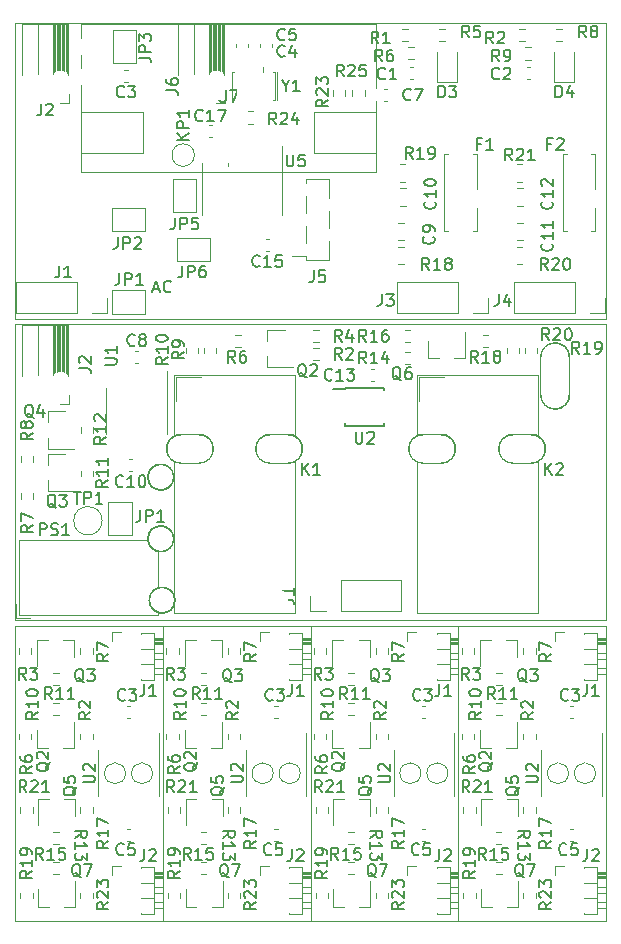
<source format=gbr>
%TF.GenerationSoftware,KiCad,Pcbnew,(5.1.10)-1*%
%TF.CreationDate,2022-01-20T20:18:56+07:00*%
%TF.ProjectId,PCB_4x_pnlz1_3,5043425f-3478-45f7-906e-6c7a315f332e,rev?*%
%TF.SameCoordinates,Original*%
%TF.FileFunction,Legend,Top*%
%TF.FilePolarity,Positive*%
%FSLAX46Y46*%
G04 Gerber Fmt 4.6, Leading zero omitted, Abs format (unit mm)*
G04 Created by KiCad (PCBNEW (5.1.10)-1) date 2022-01-20 20:18:56*
%MOMM*%
%LPD*%
G01*
G04 APERTURE LIST*
%ADD10C,0.100000*%
%ADD11C,0.150000*%
%ADD12C,0.120000*%
%ADD13R,0.800000X0.900000*%
%ADD14R,1.000000X1.000000*%
%ADD15O,1.000000X1.000000*%
%ADD16C,1.524000*%
%ADD17R,1.800000X0.650000*%
%ADD18C,1.000000*%
%ADD19C,1.600000*%
%ADD20R,1.600000X1.600000*%
%ADD21R,2.400000X1.700000*%
%ADD22O,2.400000X1.700000*%
%ADD23O,1.700000X1.700000*%
%ADD24R,1.900000X2.700000*%
%ADD25C,1.500000*%
%ADD26O,1.600000X1.600000*%
%ADD27R,0.400000X3.200000*%
%ADD28C,2.000000*%
%ADD29C,0.020000*%
%ADD30C,1.800000*%
%ADD31R,1.800000X1.800000*%
%ADD32R,0.450000X0.600000*%
%ADD33O,2.290000X5.460000*%
%ADD34O,3.810000X2.290000*%
%ADD35R,0.900000X0.800000*%
%ADD36R,1.700000X1.700000*%
%ADD37R,1.100000X0.400000*%
%ADD38O,1.750000X2.250000*%
%ADD39R,1.750000X2.250000*%
G04 APERTURE END LIST*
D10*
X108611000Y-116900000D02*
G75*
G03*
X108611000Y-116900000I-889000J0D01*
G01*
X96111000Y-116900000D02*
G75*
G03*
X96111000Y-116900000I-889000J0D01*
G01*
X83611000Y-116900000D02*
G75*
G03*
X83611000Y-116900000I-889000J0D01*
G01*
X106325000Y-116900000D02*
G75*
G03*
X106325000Y-116900000I-889000J0D01*
G01*
X93825000Y-116900000D02*
G75*
G03*
X93825000Y-116900000I-889000J0D01*
G01*
X81325000Y-116900000D02*
G75*
G03*
X81325000Y-116900000I-889000J0D01*
G01*
X84500000Y-129400000D02*
X84500000Y-104400000D01*
X72000000Y-104400000D02*
X84500000Y-104400000D01*
X72000000Y-104400000D02*
X72000000Y-129400000D01*
X72000000Y-129400000D02*
X84500000Y-129400000D01*
X97000000Y-129400000D02*
X97000000Y-104400000D01*
X84500000Y-104400000D02*
X97000000Y-104400000D01*
X84500000Y-104400000D02*
X84500000Y-129400000D01*
X84500000Y-129400000D02*
X97000000Y-129400000D01*
X109500000Y-129400000D02*
X109500000Y-104400000D01*
X97000000Y-104400000D02*
X109500000Y-104400000D01*
X97000000Y-104400000D02*
X97000000Y-129400000D01*
X97000000Y-129400000D02*
X109500000Y-129400000D01*
X59500000Y-103900000D02*
X109500000Y-103900000D01*
X109500000Y-78900000D02*
X109500000Y-103900000D01*
X109500000Y-78900000D02*
X59500000Y-78900000D01*
X59500000Y-78900000D02*
X59500000Y-103900000D01*
X59500000Y-53400000D02*
X59500000Y-78400000D01*
X109500000Y-53400000D02*
X59500000Y-53400000D01*
X109500000Y-53400000D02*
X109500000Y-78400000D01*
X59500000Y-78400000D02*
X109500000Y-78400000D01*
X59500000Y-129400000D02*
X72000000Y-129400000D01*
X59500000Y-104400000D02*
X59500000Y-129400000D01*
X59500000Y-104400000D02*
X72000000Y-104400000D01*
X72000000Y-129400000D02*
X72000000Y-104400000D01*
D11*
X71188904Y-75899666D02*
X71665095Y-75899666D01*
X71093666Y-76185380D02*
X71427000Y-75185380D01*
X71760333Y-76185380D01*
X72665095Y-76090142D02*
X72617476Y-76137761D01*
X72474619Y-76185380D01*
X72379380Y-76185380D01*
X72236523Y-76137761D01*
X72141285Y-76042523D01*
X72093666Y-75947285D01*
X72046047Y-75756809D01*
X72046047Y-75613952D01*
X72093666Y-75423476D01*
X72141285Y-75328238D01*
X72236523Y-75233000D01*
X72379380Y-75185380D01*
X72474619Y-75185380D01*
X72617476Y-75233000D01*
X72665095Y-75280619D01*
X73006500Y-102249000D02*
G75*
G03*
X73006500Y-102249000I-1079500J0D01*
G01*
X72879500Y-97042000D02*
G75*
G03*
X72879500Y-97042000I-1079500J0D01*
G01*
X72879500Y-91835000D02*
G75*
G03*
X72879500Y-91835000I-1079500J0D01*
G01*
X106405642Y-84783076D02*
X106407500Y-81675000D01*
X103994500Y-84850000D02*
X103996358Y-81741924D01*
X106405642Y-84783076D02*
G75*
G02*
X103994500Y-84850000I-1204642J-66924D01*
G01*
X103996358Y-81741924D02*
G75*
G02*
X106407500Y-81675000I1204642J66924D01*
G01*
X101711924Y-90626642D02*
X103169000Y-90628500D01*
X101645000Y-88215500D02*
X103102076Y-88217358D01*
X101711924Y-90626642D02*
G75*
G02*
X101645000Y-88215500I-66924J1204642D01*
G01*
X103102076Y-88217358D02*
G75*
G02*
X103169000Y-90628500I66924J-1204642D01*
G01*
X94091924Y-90626642D02*
X95549000Y-90628500D01*
X94025000Y-88215500D02*
X95482076Y-88217358D01*
X94091924Y-90626642D02*
G75*
G02*
X94025000Y-88215500I-66924J1204642D01*
G01*
X95482076Y-88217358D02*
G75*
G02*
X95549000Y-90628500I66924J-1204642D01*
G01*
X81137924Y-90626642D02*
X82595000Y-90628500D01*
X81071000Y-88215500D02*
X82528076Y-88217358D01*
X81137924Y-90626642D02*
G75*
G02*
X81071000Y-88215500I-66924J1204642D01*
G01*
X82528076Y-88217358D02*
G75*
G02*
X82595000Y-90628500I66924J-1204642D01*
G01*
X73581424Y-90626642D02*
X75038500Y-90628500D01*
X73514500Y-88215500D02*
X74971576Y-88217358D01*
X73581424Y-90626642D02*
G75*
G02*
X73514500Y-88215500I-66924J1204642D01*
G01*
X74971576Y-88217358D02*
G75*
G02*
X75038500Y-90628500I66924J-1204642D01*
G01*
D10*
X68825000Y-116900000D02*
G75*
G03*
X68825000Y-116900000I-889000J0D01*
G01*
X71111000Y-116900000D02*
G75*
G03*
X71111000Y-116900000I-889000J0D01*
G01*
D12*
%TO.C,C3*%
X106706580Y-111183000D02*
X106425420Y-111183000D01*
X106706580Y-112203000D02*
X106425420Y-112203000D01*
X94206580Y-111183000D02*
X93925420Y-111183000D01*
X94206580Y-112203000D02*
X93925420Y-112203000D01*
X81706580Y-111183000D02*
X81425420Y-111183000D01*
X81706580Y-112203000D02*
X81425420Y-112203000D01*
%TO.C,C5*%
X106706580Y-121597000D02*
X106425420Y-121597000D01*
X106706580Y-122617000D02*
X106425420Y-122617000D01*
X94206580Y-121597000D02*
X93925420Y-121597000D01*
X94206580Y-122617000D02*
X93925420Y-122617000D01*
X81706580Y-121597000D02*
X81425420Y-121597000D01*
X81706580Y-122617000D02*
X81425420Y-122617000D01*
%TO.C,Q2*%
X98837000Y-114723000D02*
X98837000Y-113263000D01*
X101997000Y-114723000D02*
X101997000Y-112563000D01*
X101997000Y-114723000D02*
X101067000Y-114723000D01*
X98837000Y-114723000D02*
X99767000Y-114723000D01*
X86337000Y-114723000D02*
X86337000Y-113263000D01*
X89497000Y-114723000D02*
X89497000Y-112563000D01*
X89497000Y-114723000D02*
X88567000Y-114723000D01*
X86337000Y-114723000D02*
X87267000Y-114723000D01*
X73837000Y-114723000D02*
X73837000Y-113263000D01*
X76997000Y-114723000D02*
X76997000Y-112563000D01*
X76997000Y-114723000D02*
X76067000Y-114723000D01*
X73837000Y-114723000D02*
X74767000Y-114723000D01*
%TO.C,Q3*%
X102002000Y-105615000D02*
X102002000Y-107075000D01*
X98842000Y-105615000D02*
X98842000Y-107775000D01*
X98842000Y-105615000D02*
X99772000Y-105615000D01*
X102002000Y-105615000D02*
X101072000Y-105615000D01*
X89502000Y-105615000D02*
X89502000Y-107075000D01*
X86342000Y-105615000D02*
X86342000Y-107775000D01*
X86342000Y-105615000D02*
X87272000Y-105615000D01*
X89502000Y-105615000D02*
X88572000Y-105615000D01*
X77002000Y-105615000D02*
X77002000Y-107075000D01*
X73842000Y-105615000D02*
X73842000Y-107775000D01*
X73842000Y-105615000D02*
X74772000Y-105615000D01*
X77002000Y-105615000D02*
X76072000Y-105615000D01*
%TO.C,Q5*%
X102063000Y-119077000D02*
X102063000Y-120537000D01*
X98903000Y-119077000D02*
X98903000Y-121237000D01*
X98903000Y-119077000D02*
X99833000Y-119077000D01*
X102063000Y-119077000D02*
X101133000Y-119077000D01*
X89563000Y-119077000D02*
X89563000Y-120537000D01*
X86403000Y-119077000D02*
X86403000Y-121237000D01*
X86403000Y-119077000D02*
X87333000Y-119077000D01*
X89563000Y-119077000D02*
X88633000Y-119077000D01*
X77063000Y-119077000D02*
X77063000Y-120537000D01*
X73903000Y-119077000D02*
X73903000Y-121237000D01*
X73903000Y-119077000D02*
X74833000Y-119077000D01*
X77063000Y-119077000D02*
X76133000Y-119077000D01*
%TO.C,Q7*%
X98903000Y-128185000D02*
X99833000Y-128185000D01*
X102063000Y-128185000D02*
X101133000Y-128185000D01*
X102063000Y-128185000D02*
X102063000Y-126025000D01*
X98903000Y-128185000D02*
X98903000Y-126725000D01*
X86403000Y-128185000D02*
X87333000Y-128185000D01*
X89563000Y-128185000D02*
X88633000Y-128185000D01*
X89563000Y-128185000D02*
X89563000Y-126025000D01*
X86403000Y-128185000D02*
X86403000Y-126725000D01*
X73903000Y-128185000D02*
X74833000Y-128185000D01*
X77063000Y-128185000D02*
X76133000Y-128185000D01*
X77063000Y-128185000D02*
X77063000Y-126025000D01*
X73903000Y-128185000D02*
X73903000Y-126725000D01*
%TO.C,R2*%
X103545500Y-114025258D02*
X103545500Y-113550742D01*
X102500500Y-114025258D02*
X102500500Y-113550742D01*
X91045500Y-114025258D02*
X91045500Y-113550742D01*
X90000500Y-114025258D02*
X90000500Y-113550742D01*
X78545500Y-114025258D02*
X78545500Y-113550742D01*
X77500500Y-114025258D02*
X77500500Y-113550742D01*
%TO.C,R3*%
X97293500Y-106312742D02*
X97293500Y-106787258D01*
X98338500Y-106312742D02*
X98338500Y-106787258D01*
X84793500Y-106312742D02*
X84793500Y-106787258D01*
X85838500Y-106312742D02*
X85838500Y-106787258D01*
X72293500Y-106312742D02*
X72293500Y-106787258D01*
X73338500Y-106312742D02*
X73338500Y-106787258D01*
%TO.C,R6*%
X97293500Y-113550742D02*
X97293500Y-114025258D01*
X98338500Y-113550742D02*
X98338500Y-114025258D01*
X84793500Y-113550742D02*
X84793500Y-114025258D01*
X85838500Y-113550742D02*
X85838500Y-114025258D01*
X72293500Y-113550742D02*
X72293500Y-114025258D01*
X73338500Y-113550742D02*
X73338500Y-114025258D01*
%TO.C,R7*%
X103545500Y-106786258D02*
X103545500Y-106311742D01*
X102500500Y-106786258D02*
X102500500Y-106311742D01*
X91045500Y-106786258D02*
X91045500Y-106311742D01*
X90000500Y-106786258D02*
X90000500Y-106311742D01*
X78545500Y-106786258D02*
X78545500Y-106311742D01*
X77500500Y-106786258D02*
X77500500Y-106311742D01*
%TO.C,R10*%
X100657258Y-110916500D02*
X100182742Y-110916500D01*
X100657258Y-111961500D02*
X100182742Y-111961500D01*
X88157258Y-110916500D02*
X87682742Y-110916500D01*
X88157258Y-111961500D02*
X87682742Y-111961500D01*
X75657258Y-110916500D02*
X75182742Y-110916500D01*
X75657258Y-111961500D02*
X75182742Y-111961500D01*
%TO.C,R11*%
X100182742Y-109421500D02*
X100657258Y-109421500D01*
X100182742Y-108376500D02*
X100657258Y-108376500D01*
X87682742Y-109421500D02*
X88157258Y-109421500D01*
X87682742Y-108376500D02*
X88157258Y-108376500D01*
X75182742Y-109421500D02*
X75657258Y-109421500D01*
X75182742Y-108376500D02*
X75657258Y-108376500D01*
%TO.C,R13*%
X100181742Y-122883500D02*
X100656258Y-122883500D01*
X100181742Y-121838500D02*
X100656258Y-121838500D01*
X87681742Y-122883500D02*
X88156258Y-122883500D01*
X87681742Y-121838500D02*
X88156258Y-121838500D01*
X75181742Y-122883500D02*
X75656258Y-122883500D01*
X75181742Y-121838500D02*
X75656258Y-121838500D01*
%TO.C,R15*%
X100657258Y-125423500D02*
X100182742Y-125423500D01*
X100657258Y-124378500D02*
X100182742Y-124378500D01*
X88157258Y-125423500D02*
X87682742Y-125423500D01*
X88157258Y-124378500D02*
X87682742Y-124378500D01*
X75657258Y-125423500D02*
X75182742Y-125423500D01*
X75657258Y-124378500D02*
X75182742Y-124378500D01*
%TO.C,R17*%
X102500500Y-119774742D02*
X102500500Y-120249258D01*
X103545500Y-119774742D02*
X103545500Y-120249258D01*
X90000500Y-119774742D02*
X90000500Y-120249258D01*
X91045500Y-119774742D02*
X91045500Y-120249258D01*
X77500500Y-119774742D02*
X77500500Y-120249258D01*
X78545500Y-119774742D02*
X78545500Y-120249258D01*
%TO.C,R19*%
X97420500Y-127488258D02*
X97420500Y-127013742D01*
X98465500Y-127488258D02*
X98465500Y-127013742D01*
X84920500Y-127488258D02*
X84920500Y-127013742D01*
X85965500Y-127488258D02*
X85965500Y-127013742D01*
X72420500Y-127488258D02*
X72420500Y-127013742D01*
X73465500Y-127488258D02*
X73465500Y-127013742D01*
%TO.C,R21*%
X97420500Y-119774742D02*
X97420500Y-120249258D01*
X98465500Y-119774742D02*
X98465500Y-120249258D01*
X84920500Y-119774742D02*
X84920500Y-120249258D01*
X85965500Y-119774742D02*
X85965500Y-120249258D01*
X72420500Y-119774742D02*
X72420500Y-120249258D01*
X73465500Y-119774742D02*
X73465500Y-120249258D01*
%TO.C,R23*%
X102500500Y-127487258D02*
X102500500Y-127012742D01*
X103545500Y-127487258D02*
X103545500Y-127012742D01*
X90000500Y-127487258D02*
X90000500Y-127012742D01*
X91045500Y-127487258D02*
X91045500Y-127012742D01*
X77500500Y-127487258D02*
X77500500Y-127012742D01*
X78545500Y-127487258D02*
X78545500Y-127012742D01*
%TO.C,U2*%
X109139000Y-116900000D02*
X109139000Y-113450000D01*
X109139000Y-116900000D02*
X109139000Y-118850000D01*
X104019000Y-116900000D02*
X104019000Y-114950000D01*
X104019000Y-116900000D02*
X104019000Y-118850000D01*
X96639000Y-116900000D02*
X96639000Y-113450000D01*
X96639000Y-116900000D02*
X96639000Y-118850000D01*
X91519000Y-116900000D02*
X91519000Y-114950000D01*
X91519000Y-116900000D02*
X91519000Y-118850000D01*
X84139000Y-116900000D02*
X84139000Y-113450000D01*
X84139000Y-116900000D02*
X84139000Y-118850000D01*
X79019000Y-116900000D02*
X79019000Y-114950000D01*
X79019000Y-116900000D02*
X79019000Y-118850000D01*
%TO.C,J2*%
X107654000Y-124916323D02*
X107654000Y-124841000D01*
X107654000Y-124841000D02*
X108774000Y-124841000D01*
X108774000Y-124841000D02*
X108774000Y-128771000D01*
X108774000Y-128771000D02*
X107654000Y-128771000D01*
X107654000Y-128771000D02*
X107654000Y-128695677D01*
X108774000Y-125276000D02*
X109500000Y-125276000D01*
X109500000Y-125276000D02*
X109500000Y-125796000D01*
X109500000Y-125796000D02*
X108774000Y-125796000D01*
X108774000Y-125336000D02*
X109500000Y-125336000D01*
X108774000Y-125456000D02*
X109500000Y-125456000D01*
X108774000Y-125576000D02*
X109500000Y-125576000D01*
X108774000Y-125696000D02*
X109500000Y-125696000D01*
X107654000Y-126171000D02*
X108774000Y-126171000D01*
X107654000Y-126155677D02*
X107654000Y-126186323D01*
X108774000Y-126546000D02*
X109500000Y-126546000D01*
X109500000Y-126546000D02*
X109500000Y-127066000D01*
X109500000Y-127066000D02*
X108774000Y-127066000D01*
X107654000Y-127441000D02*
X108774000Y-127441000D01*
X107654000Y-127425677D02*
X107654000Y-127456323D01*
X108774000Y-127816000D02*
X109500000Y-127816000D01*
X109500000Y-127822000D02*
X109500000Y-128342000D01*
X109500000Y-128342000D02*
X108774000Y-128336000D01*
X105184000Y-125536000D02*
X105184000Y-124776000D01*
X105184000Y-124776000D02*
X105944000Y-124776000D01*
X95154000Y-124916323D02*
X95154000Y-124841000D01*
X95154000Y-124841000D02*
X96274000Y-124841000D01*
X96274000Y-124841000D02*
X96274000Y-128771000D01*
X96274000Y-128771000D02*
X95154000Y-128771000D01*
X95154000Y-128771000D02*
X95154000Y-128695677D01*
X96274000Y-125276000D02*
X97000000Y-125276000D01*
X97000000Y-125276000D02*
X97000000Y-125796000D01*
X97000000Y-125796000D02*
X96274000Y-125796000D01*
X96274000Y-125336000D02*
X97000000Y-125336000D01*
X96274000Y-125456000D02*
X97000000Y-125456000D01*
X96274000Y-125576000D02*
X97000000Y-125576000D01*
X96274000Y-125696000D02*
X97000000Y-125696000D01*
X95154000Y-126171000D02*
X96274000Y-126171000D01*
X95154000Y-126155677D02*
X95154000Y-126186323D01*
X96274000Y-126546000D02*
X97000000Y-126546000D01*
X97000000Y-126546000D02*
X97000000Y-127066000D01*
X97000000Y-127066000D02*
X96274000Y-127066000D01*
X95154000Y-127441000D02*
X96274000Y-127441000D01*
X95154000Y-127425677D02*
X95154000Y-127456323D01*
X96274000Y-127816000D02*
X97000000Y-127816000D01*
X97000000Y-127822000D02*
X97000000Y-128342000D01*
X97000000Y-128342000D02*
X96274000Y-128336000D01*
X92684000Y-125536000D02*
X92684000Y-124776000D01*
X92684000Y-124776000D02*
X93444000Y-124776000D01*
X82654000Y-124916323D02*
X82654000Y-124841000D01*
X82654000Y-124841000D02*
X83774000Y-124841000D01*
X83774000Y-124841000D02*
X83774000Y-128771000D01*
X83774000Y-128771000D02*
X82654000Y-128771000D01*
X82654000Y-128771000D02*
X82654000Y-128695677D01*
X83774000Y-125276000D02*
X84500000Y-125276000D01*
X84500000Y-125276000D02*
X84500000Y-125796000D01*
X84500000Y-125796000D02*
X83774000Y-125796000D01*
X83774000Y-125336000D02*
X84500000Y-125336000D01*
X83774000Y-125456000D02*
X84500000Y-125456000D01*
X83774000Y-125576000D02*
X84500000Y-125576000D01*
X83774000Y-125696000D02*
X84500000Y-125696000D01*
X82654000Y-126171000D02*
X83774000Y-126171000D01*
X82654000Y-126155677D02*
X82654000Y-126186323D01*
X83774000Y-126546000D02*
X84500000Y-126546000D01*
X84500000Y-126546000D02*
X84500000Y-127066000D01*
X84500000Y-127066000D02*
X83774000Y-127066000D01*
X82654000Y-127441000D02*
X83774000Y-127441000D01*
X82654000Y-127425677D02*
X82654000Y-127456323D01*
X83774000Y-127816000D02*
X84500000Y-127816000D01*
X84500000Y-127822000D02*
X84500000Y-128342000D01*
X84500000Y-128342000D02*
X83774000Y-128336000D01*
X80184000Y-125536000D02*
X80184000Y-124776000D01*
X80184000Y-124776000D02*
X80944000Y-124776000D01*
%TO.C,J1*%
X107654000Y-105104323D02*
X107654000Y-105029000D01*
X107654000Y-105029000D02*
X108774000Y-105029000D01*
X108774000Y-105029000D02*
X108774000Y-108959000D01*
X108774000Y-108959000D02*
X107654000Y-108959000D01*
X107654000Y-108959000D02*
X107654000Y-108883677D01*
X108774000Y-105464000D02*
X109500000Y-105464000D01*
X109500000Y-105464000D02*
X109500000Y-105984000D01*
X109500000Y-105984000D02*
X108774000Y-105984000D01*
X108774000Y-105524000D02*
X109500000Y-105524000D01*
X108774000Y-105644000D02*
X109500000Y-105644000D01*
X108774000Y-105764000D02*
X109500000Y-105764000D01*
X108774000Y-105884000D02*
X109500000Y-105884000D01*
X107654000Y-106359000D02*
X108774000Y-106359000D01*
X107654000Y-106343677D02*
X107654000Y-106374323D01*
X108774000Y-106734000D02*
X109500000Y-106734000D01*
X109500000Y-106734000D02*
X109500000Y-107254000D01*
X109500000Y-107254000D02*
X108774000Y-107254000D01*
X107654000Y-107629000D02*
X108774000Y-107629000D01*
X107654000Y-107613677D02*
X107654000Y-107644323D01*
X108774000Y-108004000D02*
X109500000Y-108004000D01*
X109500000Y-108010000D02*
X109500000Y-108530000D01*
X109500000Y-108530000D02*
X108774000Y-108524000D01*
X105184000Y-105724000D02*
X105184000Y-104964000D01*
X105184000Y-104964000D02*
X105944000Y-104964000D01*
X95154000Y-105104323D02*
X95154000Y-105029000D01*
X95154000Y-105029000D02*
X96274000Y-105029000D01*
X96274000Y-105029000D02*
X96274000Y-108959000D01*
X96274000Y-108959000D02*
X95154000Y-108959000D01*
X95154000Y-108959000D02*
X95154000Y-108883677D01*
X96274000Y-105464000D02*
X97000000Y-105464000D01*
X97000000Y-105464000D02*
X97000000Y-105984000D01*
X97000000Y-105984000D02*
X96274000Y-105984000D01*
X96274000Y-105524000D02*
X97000000Y-105524000D01*
X96274000Y-105644000D02*
X97000000Y-105644000D01*
X96274000Y-105764000D02*
X97000000Y-105764000D01*
X96274000Y-105884000D02*
X97000000Y-105884000D01*
X95154000Y-106359000D02*
X96274000Y-106359000D01*
X95154000Y-106343677D02*
X95154000Y-106374323D01*
X96274000Y-106734000D02*
X97000000Y-106734000D01*
X97000000Y-106734000D02*
X97000000Y-107254000D01*
X97000000Y-107254000D02*
X96274000Y-107254000D01*
X95154000Y-107629000D02*
X96274000Y-107629000D01*
X95154000Y-107613677D02*
X95154000Y-107644323D01*
X96274000Y-108004000D02*
X97000000Y-108004000D01*
X97000000Y-108010000D02*
X97000000Y-108530000D01*
X97000000Y-108530000D02*
X96274000Y-108524000D01*
X92684000Y-105724000D02*
X92684000Y-104964000D01*
X92684000Y-104964000D02*
X93444000Y-104964000D01*
X82654000Y-105104323D02*
X82654000Y-105029000D01*
X82654000Y-105029000D02*
X83774000Y-105029000D01*
X83774000Y-105029000D02*
X83774000Y-108959000D01*
X83774000Y-108959000D02*
X82654000Y-108959000D01*
X82654000Y-108959000D02*
X82654000Y-108883677D01*
X83774000Y-105464000D02*
X84500000Y-105464000D01*
X84500000Y-105464000D02*
X84500000Y-105984000D01*
X84500000Y-105984000D02*
X83774000Y-105984000D01*
X83774000Y-105524000D02*
X84500000Y-105524000D01*
X83774000Y-105644000D02*
X84500000Y-105644000D01*
X83774000Y-105764000D02*
X84500000Y-105764000D01*
X83774000Y-105884000D02*
X84500000Y-105884000D01*
X82654000Y-106359000D02*
X83774000Y-106359000D01*
X82654000Y-106343677D02*
X82654000Y-106374323D01*
X83774000Y-106734000D02*
X84500000Y-106734000D01*
X84500000Y-106734000D02*
X84500000Y-107254000D01*
X84500000Y-107254000D02*
X83774000Y-107254000D01*
X82654000Y-107629000D02*
X83774000Y-107629000D01*
X82654000Y-107613677D02*
X82654000Y-107644323D01*
X83774000Y-108004000D02*
X84500000Y-108004000D01*
X84500000Y-108010000D02*
X84500000Y-108530000D01*
X84500000Y-108530000D02*
X83774000Y-108524000D01*
X80184000Y-105724000D02*
X80184000Y-104964000D01*
X80184000Y-104964000D02*
X80944000Y-104964000D01*
%TO.C,J5*%
X84128000Y-73143000D02*
X82898000Y-73143000D01*
X86048000Y-68163000D02*
X86048000Y-66608000D01*
X86048000Y-70703000D02*
X86048000Y-69333000D01*
X86048000Y-73428000D02*
X86048000Y-71873000D01*
X86048000Y-66608000D02*
X84128000Y-66608000D01*
X84128000Y-66893000D02*
X84128000Y-66608000D01*
X84128000Y-69433000D02*
X84128000Y-68063000D01*
X84128000Y-71973000D02*
X84128000Y-70603000D01*
X84128000Y-73428000D02*
X84128000Y-73143000D01*
X86048000Y-73428000D02*
X84128000Y-73428000D01*
%TO.C,U7*%
X90015000Y-64352000D02*
X84754000Y-64352000D01*
X90015000Y-65952000D02*
X65015000Y-65952000D01*
X84754000Y-60952000D02*
X90015000Y-60952000D01*
X65015000Y-65952000D02*
X65015000Y-53452000D01*
X90015000Y-53452000D02*
X65015000Y-53452000D01*
X90015000Y-53452000D02*
X90015000Y-65952000D01*
X77515000Y-65452000D02*
X77515000Y-64202000D01*
X70276000Y-64352000D02*
X65015000Y-64352000D01*
X70276000Y-64352000D02*
X70276000Y-60952000D01*
X84754000Y-64352000D02*
X84754000Y-60952000D01*
X70276000Y-60952000D02*
X65015000Y-60952000D01*
%TO.C,J4*%
X101712000Y-75292000D02*
X101712000Y-77952000D01*
X106852000Y-75292000D02*
X101712000Y-75292000D01*
X106852000Y-77952000D02*
X101712000Y-77952000D01*
X106852000Y-75292000D02*
X106852000Y-77952000D01*
X108122000Y-77952000D02*
X109452000Y-77952000D01*
X109452000Y-76622000D02*
X109452000Y-77952000D01*
%TO.C,J3*%
X91806000Y-75292000D02*
X91806000Y-77952000D01*
X96946000Y-75292000D02*
X91806000Y-75292000D01*
X96946000Y-77952000D02*
X91806000Y-77952000D01*
X96946000Y-75292000D02*
X96946000Y-77952000D01*
X98216000Y-77952000D02*
X99546000Y-77952000D01*
X99546000Y-76622000D02*
X99546000Y-77952000D01*
%TO.C,J1*%
X59548000Y-75292000D02*
X59548000Y-77952000D01*
X64688000Y-75292000D02*
X59548000Y-75292000D01*
X64688000Y-77952000D02*
X59548000Y-77952000D01*
X64688000Y-75292000D02*
X64688000Y-77952000D01*
X65958000Y-77952000D02*
X67288000Y-77952000D01*
X67288000Y-76622000D02*
X67288000Y-77952000D01*
%TO.C,J6*%
X77259000Y-59350000D02*
X77259000Y-60110000D01*
X77259000Y-60110000D02*
X76499000Y-60110000D01*
X77194000Y-53470000D02*
X73264000Y-53470000D01*
X73264000Y-53470000D02*
X73264000Y-57772470D01*
X77194000Y-53470000D02*
X77194000Y-57772470D01*
X74594000Y-53470000D02*
X74594000Y-57662418D01*
X75864000Y-53470000D02*
X75864000Y-57662418D01*
X75974000Y-53470000D02*
X75974000Y-57530477D01*
X76084000Y-53470000D02*
X76084000Y-57443309D01*
X76194000Y-53470000D02*
X76194000Y-57383886D01*
X76304000Y-53470000D02*
X76304000Y-57345442D01*
X76414000Y-53470000D02*
X76414000Y-57324768D01*
X76524000Y-53470000D02*
X76524000Y-57320411D01*
X76634000Y-53470000D02*
X76634000Y-57332086D01*
X76744000Y-53470000D02*
X76744000Y-57360573D01*
X76854000Y-53470000D02*
X76854000Y-57408007D01*
X76964000Y-53470000D02*
X76964000Y-57478855D01*
X77074000Y-53470000D02*
X77074000Y-57583034D01*
%TO.C,C17*%
X75863420Y-63035000D02*
X76144580Y-63035000D01*
X75863420Y-62015000D02*
X76144580Y-62015000D01*
%TO.C,KP1*%
X74655000Y-64557000D02*
G75*
G03*
X74655000Y-64557000I-950000J0D01*
G01*
%TO.C,F1*%
X96160000Y-71002000D02*
X95830000Y-71002000D01*
X95830000Y-71002000D02*
X95830000Y-64462000D01*
X95830000Y-64462000D02*
X96160000Y-64462000D01*
X98240000Y-71002000D02*
X98570000Y-71002000D01*
X98570000Y-71002000D02*
X98570000Y-64462000D01*
X98570000Y-64462000D02*
X98240000Y-64462000D01*
%TO.C,R25*%
X89086500Y-59524258D02*
X89086500Y-59049742D01*
X88041500Y-59524258D02*
X88041500Y-59049742D01*
%TO.C,R23*%
X86390500Y-59048742D02*
X86390500Y-59523258D01*
X87435500Y-59048742D02*
X87435500Y-59523258D01*
%TO.C,C15*%
X80676420Y-72687000D02*
X80957580Y-72687000D01*
X80676420Y-71667000D02*
X80957580Y-71667000D01*
%TO.C,C7*%
X90696420Y-59987000D02*
X90977580Y-59987000D01*
X90696420Y-58967000D02*
X90977580Y-58967000D01*
%TO.C,Y1*%
X77874000Y-59915000D02*
X77874000Y-57915000D01*
X81474000Y-57915000D02*
X81474000Y-59915000D01*
X80424000Y-57515000D02*
X80424000Y-57115000D01*
X81674000Y-59915000D02*
X81674000Y-57915000D01*
X77874000Y-57915000D02*
X77874000Y-57515000D01*
X81474000Y-57915000D02*
X81474000Y-57515000D01*
X81674000Y-57915000D02*
X81674000Y-57515000D01*
X81474000Y-59915000D02*
X81324000Y-59915000D01*
X81474000Y-57515000D02*
X81324000Y-57515000D01*
X80424000Y-57515000D02*
X80474000Y-57515000D01*
X77874000Y-57515000D02*
X78024000Y-57515000D01*
X77874000Y-59915000D02*
X78024000Y-59915000D01*
%TO.C,U5*%
X75277000Y-67409500D02*
X75277000Y-69609500D01*
X75277000Y-67409500D02*
X75277000Y-65209500D01*
X82047000Y-67409500D02*
X82047000Y-69609500D01*
X82047000Y-67409500D02*
X82047000Y-63809500D01*
%TO.C,R24*%
X79182742Y-60859500D02*
X79657258Y-60859500D01*
X79182742Y-61904500D02*
X79657258Y-61904500D01*
%TO.C,C5*%
X78148000Y-55413580D02*
X78148000Y-55132420D01*
X79168000Y-55413580D02*
X79168000Y-55132420D01*
%TO.C,C4*%
X80180000Y-55413580D02*
X80180000Y-55132420D01*
X81200000Y-55413580D02*
X81200000Y-55132420D01*
%TO.C,JP6*%
X73157000Y-73558000D02*
X73157000Y-71558000D01*
X75957000Y-73558000D02*
X73157000Y-73558000D01*
X75957000Y-71558000D02*
X75957000Y-73558000D01*
X73157000Y-71558000D02*
X75957000Y-71558000D01*
%TO.C,JP5*%
X72832000Y-66549000D02*
X74832000Y-66549000D01*
X72832000Y-69349000D02*
X72832000Y-66549000D01*
X74832000Y-69349000D02*
X72832000Y-69349000D01*
X74832000Y-66549000D02*
X74832000Y-69349000D01*
%TO.C,JP3*%
X69752000Y-56776000D02*
X67752000Y-56776000D01*
X69752000Y-53976000D02*
X69752000Y-56776000D01*
X67752000Y-53976000D02*
X69752000Y-53976000D01*
X67752000Y-56776000D02*
X67752000Y-53976000D01*
%TO.C,JP2*%
X67696000Y-71018000D02*
X67696000Y-69018000D01*
X70496000Y-71018000D02*
X67696000Y-71018000D01*
X70496000Y-69018000D02*
X70496000Y-71018000D01*
X67696000Y-69018000D02*
X70496000Y-69018000D01*
%TO.C,R21*%
X102403564Y-66816000D02*
X101949436Y-66816000D01*
X102403564Y-65346000D02*
X101949436Y-65346000D01*
%TO.C,R20*%
X102403564Y-72331000D02*
X101949436Y-72331000D01*
X102403564Y-73801000D02*
X101949436Y-73801000D01*
%TO.C,R19*%
X92497564Y-66816000D02*
X92043436Y-66816000D01*
X92497564Y-65346000D02*
X92043436Y-65346000D01*
%TO.C,R18*%
X92370564Y-73801000D02*
X91916436Y-73801000D01*
X92370564Y-72331000D02*
X91916436Y-72331000D01*
%TO.C,C12*%
X101952748Y-67378000D02*
X102475252Y-67378000D01*
X101952748Y-68848000D02*
X102475252Y-68848000D01*
%TO.C,C11*%
X102480252Y-71769000D02*
X101957748Y-71769000D01*
X102480252Y-70299000D02*
X101957748Y-70299000D01*
%TO.C,C10*%
X92051748Y-67378000D02*
X92574252Y-67378000D01*
X92051748Y-68848000D02*
X92574252Y-68848000D01*
%TO.C,C9*%
X92442252Y-71769000D02*
X91919748Y-71769000D01*
X92442252Y-70299000D02*
X91919748Y-70299000D01*
%TO.C,R9*%
X103151758Y-56481600D02*
X102677242Y-56481600D01*
X103151758Y-55436600D02*
X102677242Y-55436600D01*
%TO.C,R8*%
X105280742Y-53874500D02*
X105755258Y-53874500D01*
X105280742Y-54919500D02*
X105755258Y-54919500D01*
%TO.C,R6*%
X93245758Y-56443500D02*
X92771242Y-56443500D01*
X93245758Y-55398500D02*
X92771242Y-55398500D01*
%TO.C,R5*%
X95374742Y-53874500D02*
X95849258Y-53874500D01*
X95374742Y-54919500D02*
X95849258Y-54919500D01*
%TO.C,R2*%
X102643758Y-54919500D02*
X102169242Y-54919500D01*
X102643758Y-53874500D02*
X102169242Y-53874500D01*
%TO.C,R1*%
X92737758Y-54919500D02*
X92263242Y-54919500D01*
X92737758Y-53874500D02*
X92263242Y-53874500D01*
%TO.C,D4*%
X105113000Y-58344000D02*
X106813000Y-58344000D01*
X106813000Y-58344000D02*
X106813000Y-55794000D01*
X105113000Y-58344000D02*
X105113000Y-55794000D01*
%TO.C,D3*%
X95207000Y-58344000D02*
X96907000Y-58344000D01*
X96907000Y-58344000D02*
X96907000Y-55794000D01*
X95207000Y-58344000D02*
X95207000Y-55794000D01*
%TO.C,C2*%
X102787420Y-57062000D02*
X103068580Y-57062000D01*
X102787420Y-58082000D02*
X103068580Y-58082000D01*
%TO.C,C1*%
X92881420Y-57062000D02*
X93162580Y-57062000D01*
X92881420Y-58082000D02*
X93162580Y-58082000D01*
%TO.C,C3*%
X69006580Y-58336000D02*
X68725420Y-58336000D01*
X69006580Y-57316000D02*
X68725420Y-57316000D01*
%TO.C,JP1*%
X67696000Y-78003000D02*
X67696000Y-76003000D01*
X70496000Y-78003000D02*
X67696000Y-78003000D01*
X70496000Y-76003000D02*
X70496000Y-78003000D01*
X67696000Y-76003000D02*
X70496000Y-76003000D01*
%TO.C,J2*%
X63866000Y-53470000D02*
X63866000Y-57583034D01*
X63756000Y-53470000D02*
X63756000Y-57478855D01*
X63646000Y-53470000D02*
X63646000Y-57408007D01*
X63536000Y-53470000D02*
X63536000Y-57360573D01*
X63426000Y-53470000D02*
X63426000Y-57332086D01*
X63316000Y-53470000D02*
X63316000Y-57320411D01*
X63206000Y-53470000D02*
X63206000Y-57324768D01*
X63096000Y-53470000D02*
X63096000Y-57345442D01*
X62986000Y-53470000D02*
X62986000Y-57383886D01*
X62876000Y-53470000D02*
X62876000Y-57443309D01*
X62766000Y-53470000D02*
X62766000Y-57530477D01*
X62656000Y-53470000D02*
X62656000Y-57662418D01*
X61386000Y-53470000D02*
X61386000Y-57662418D01*
X63986000Y-53470000D02*
X63986000Y-57772470D01*
X60056000Y-53470000D02*
X60056000Y-57772470D01*
X63986000Y-53470000D02*
X60056000Y-53470000D01*
X64051000Y-60110000D02*
X63291000Y-60110000D01*
X64051000Y-59350000D02*
X64051000Y-60110000D01*
%TO.C,F2*%
X106193000Y-71002000D02*
X105863000Y-71002000D01*
X105863000Y-71002000D02*
X105863000Y-64462000D01*
X105863000Y-64462000D02*
X106193000Y-64462000D01*
X108273000Y-71002000D02*
X108603000Y-71002000D01*
X108603000Y-71002000D02*
X108603000Y-64462000D01*
X108603000Y-64462000D02*
X108273000Y-64462000D01*
%TO.C,J2*%
X63866000Y-78970000D02*
X63866000Y-83083034D01*
X63756000Y-78970000D02*
X63756000Y-82978855D01*
X63646000Y-78970000D02*
X63646000Y-82908007D01*
X63536000Y-78970000D02*
X63536000Y-82860573D01*
X63426000Y-78970000D02*
X63426000Y-82832086D01*
X63316000Y-78970000D02*
X63316000Y-82820411D01*
X63206000Y-78970000D02*
X63206000Y-82824768D01*
X63096000Y-78970000D02*
X63096000Y-82845442D01*
X62986000Y-78970000D02*
X62986000Y-82883886D01*
X62876000Y-78970000D02*
X62876000Y-82943309D01*
X62766000Y-78970000D02*
X62766000Y-83030477D01*
X62656000Y-78970000D02*
X62656000Y-83162418D01*
X61386000Y-78970000D02*
X61386000Y-83162418D01*
X63986000Y-78970000D02*
X63986000Y-83272470D01*
X60056000Y-78970000D02*
X60056000Y-83272470D01*
X63986000Y-78970000D02*
X60056000Y-78970000D01*
X64051000Y-85610000D02*
X63291000Y-85610000D01*
X64051000Y-84850000D02*
X64051000Y-85610000D01*
%TO.C,U1*%
X72328000Y-86247000D02*
X72328000Y-82797000D01*
X72328000Y-86247000D02*
X72328000Y-88197000D01*
X67208000Y-86247000D02*
X67208000Y-84297000D01*
X67208000Y-86247000D02*
X67208000Y-88197000D01*
%TO.C,R16*%
X92454742Y-80419500D02*
X92929258Y-80419500D01*
X92454742Y-79374500D02*
X92929258Y-79374500D01*
%TO.C,R14*%
X92453742Y-82261000D02*
X92928258Y-82261000D01*
X92453742Y-81216000D02*
X92928258Y-81216000D01*
%TO.C,R4*%
X85181258Y-79374500D02*
X84706742Y-79374500D01*
X85181258Y-80419500D02*
X84706742Y-80419500D01*
%TO.C,R2*%
X84706742Y-81943500D02*
X85181258Y-81943500D01*
X84706742Y-80898500D02*
X85181258Y-80898500D01*
%TO.C,Q6*%
X94411000Y-81720500D02*
X94411000Y-80260500D01*
X97571000Y-81720500D02*
X97571000Y-79560500D01*
X97571000Y-81720500D02*
X96641000Y-81720500D01*
X94411000Y-81720500D02*
X95341000Y-81720500D01*
%TO.C,Q2*%
X80835000Y-79330500D02*
X82295000Y-79330500D01*
X80835000Y-82490500D02*
X82995000Y-82490500D01*
X80835000Y-82490500D02*
X80835000Y-81560500D01*
X80835000Y-79330500D02*
X80835000Y-80260500D01*
%TO.C,C10*%
X69106420Y-91329000D02*
X69387580Y-91329000D01*
X69106420Y-90309000D02*
X69387580Y-90309000D01*
%TO.C,C8*%
X69614420Y-82185000D02*
X69895580Y-82185000D01*
X69614420Y-81165000D02*
X69895580Y-81165000D01*
%TO.C,K2*%
X93687000Y-83342000D02*
X93687000Y-85342000D01*
X93687000Y-83326000D02*
X95787000Y-83326000D01*
X103687000Y-83142000D02*
X93507000Y-83142000D01*
X93507000Y-83142000D02*
X93507000Y-103342000D01*
X93507000Y-103342000D02*
X103707000Y-103342000D01*
X103707000Y-103342000D02*
X103707000Y-83142000D01*
%TO.C,J1*%
X84440000Y-103198000D02*
X84440000Y-101868000D01*
X85770000Y-103198000D02*
X84440000Y-103198000D01*
X87040000Y-103198000D02*
X87040000Y-100538000D01*
X87040000Y-100538000D02*
X92180000Y-100538000D01*
X87040000Y-103198000D02*
X92180000Y-103198000D01*
X92180000Y-103198000D02*
X92180000Y-100538000D01*
D11*
%TO.C,U2*%
X87447000Y-84366000D02*
X86372000Y-84366000D01*
X87447000Y-87491000D02*
X90697000Y-87491000D01*
X87447000Y-84241000D02*
X90697000Y-84241000D01*
X87447000Y-87491000D02*
X87447000Y-87266000D01*
X90697000Y-87491000D02*
X90697000Y-87266000D01*
X90697000Y-84241000D02*
X90697000Y-84466000D01*
X87447000Y-84241000D02*
X87447000Y-84366000D01*
D12*
%TO.C,TP1*%
X66840500Y-95518000D02*
G75*
G03*
X66840500Y-95518000I-1200000J0D01*
G01*
%TO.C,R12*%
X65054500Y-87596742D02*
X65054500Y-88071258D01*
X66099500Y-87596742D02*
X66099500Y-88071258D01*
%TO.C,R11*%
X65054500Y-91279742D02*
X65054500Y-91754258D01*
X66099500Y-91279742D02*
X66099500Y-91754258D01*
%TO.C,R8*%
X61019500Y-90548758D02*
X61019500Y-90074242D01*
X59974500Y-90548758D02*
X59974500Y-90074242D01*
%TO.C,R7*%
X59974500Y-93184742D02*
X59974500Y-93659258D01*
X61019500Y-93184742D02*
X61019500Y-93659258D01*
%TO.C,R20*%
X101122500Y-80866742D02*
X101122500Y-81341258D01*
X102167500Y-80866742D02*
X102167500Y-81341258D01*
%TO.C,R19*%
X102646500Y-80866742D02*
X102646500Y-81341258D01*
X103691500Y-80866742D02*
X103691500Y-81341258D01*
%TO.C,R10*%
X73944500Y-80866742D02*
X73944500Y-81341258D01*
X74989500Y-80866742D02*
X74989500Y-81341258D01*
%TO.C,R9*%
X75468500Y-80866742D02*
X75468500Y-81341258D01*
X76513500Y-80866742D02*
X76513500Y-81341258D01*
%TO.C,R18*%
X99058742Y-80800500D02*
X99533258Y-80800500D01*
X99058742Y-79755500D02*
X99533258Y-79755500D01*
%TO.C,R6*%
X78577258Y-79755500D02*
X78102742Y-79755500D01*
X78577258Y-80800500D02*
X78102742Y-80800500D01*
%TO.C,Q4*%
X62261000Y-86252000D02*
X63721000Y-86252000D01*
X62261000Y-89412000D02*
X64421000Y-89412000D01*
X62261000Y-89412000D02*
X62261000Y-88482000D01*
X62261000Y-86252000D02*
X62261000Y-87182000D01*
%TO.C,Q3*%
X62261000Y-89874000D02*
X63721000Y-89874000D01*
X62261000Y-93034000D02*
X64421000Y-93034000D01*
X62261000Y-93034000D02*
X62261000Y-92104000D01*
X62261000Y-89874000D02*
X62261000Y-90804000D01*
%TO.C,PS1*%
X59571000Y-103749000D02*
X60771000Y-103749000D01*
X59571000Y-102549000D02*
X59571000Y-103749000D01*
X71591000Y-97159000D02*
X71591000Y-103499000D01*
X59821000Y-103499000D02*
X71591000Y-103499000D01*
X59821000Y-97159000D02*
X59821000Y-103499000D01*
X59821000Y-97159000D02*
X71591000Y-97159000D01*
%TO.C,K1*%
X73113000Y-83342000D02*
X73113000Y-85342000D01*
X73113000Y-83326000D02*
X75213000Y-83326000D01*
X83113000Y-83142000D02*
X72933000Y-83142000D01*
X72933000Y-83142000D02*
X72933000Y-103342000D01*
X72933000Y-103342000D02*
X83133000Y-103342000D01*
X83133000Y-103342000D02*
X83133000Y-83142000D01*
%TO.C,JP1*%
X67371000Y-96754000D02*
X67371000Y-93954000D01*
X67371000Y-93954000D02*
X69371000Y-93954000D01*
X69371000Y-93954000D02*
X69371000Y-96754000D01*
X69371000Y-96754000D02*
X67371000Y-96754000D01*
%TO.C,C13*%
X89860580Y-82689000D02*
X89579420Y-82689000D01*
X89860580Y-83709000D02*
X89579420Y-83709000D01*
%TO.C,J1*%
X67684000Y-104964000D02*
X68444000Y-104964000D01*
X67684000Y-105724000D02*
X67684000Y-104964000D01*
X72000000Y-108530000D02*
X71274000Y-108524000D01*
X72000000Y-108010000D02*
X72000000Y-108530000D01*
X71274000Y-108004000D02*
X72000000Y-108004000D01*
X70154000Y-107613677D02*
X70154000Y-107644323D01*
X70154000Y-107629000D02*
X71274000Y-107629000D01*
X72000000Y-107254000D02*
X71274000Y-107254000D01*
X72000000Y-106734000D02*
X72000000Y-107254000D01*
X71274000Y-106734000D02*
X72000000Y-106734000D01*
X70154000Y-106343677D02*
X70154000Y-106374323D01*
X70154000Y-106359000D02*
X71274000Y-106359000D01*
X71274000Y-105884000D02*
X72000000Y-105884000D01*
X71274000Y-105764000D02*
X72000000Y-105764000D01*
X71274000Y-105644000D02*
X72000000Y-105644000D01*
X71274000Y-105524000D02*
X72000000Y-105524000D01*
X72000000Y-105984000D02*
X71274000Y-105984000D01*
X72000000Y-105464000D02*
X72000000Y-105984000D01*
X71274000Y-105464000D02*
X72000000Y-105464000D01*
X70154000Y-108959000D02*
X70154000Y-108883677D01*
X71274000Y-108959000D02*
X70154000Y-108959000D01*
X71274000Y-105029000D02*
X71274000Y-108959000D01*
X70154000Y-105029000D02*
X71274000Y-105029000D01*
X70154000Y-105104323D02*
X70154000Y-105029000D01*
%TO.C,J2*%
X67684000Y-124776000D02*
X68444000Y-124776000D01*
X67684000Y-125536000D02*
X67684000Y-124776000D01*
X72000000Y-128342000D02*
X71274000Y-128336000D01*
X72000000Y-127822000D02*
X72000000Y-128342000D01*
X71274000Y-127816000D02*
X72000000Y-127816000D01*
X70154000Y-127425677D02*
X70154000Y-127456323D01*
X70154000Y-127441000D02*
X71274000Y-127441000D01*
X72000000Y-127066000D02*
X71274000Y-127066000D01*
X72000000Y-126546000D02*
X72000000Y-127066000D01*
X71274000Y-126546000D02*
X72000000Y-126546000D01*
X70154000Y-126155677D02*
X70154000Y-126186323D01*
X70154000Y-126171000D02*
X71274000Y-126171000D01*
X71274000Y-125696000D02*
X72000000Y-125696000D01*
X71274000Y-125576000D02*
X72000000Y-125576000D01*
X71274000Y-125456000D02*
X72000000Y-125456000D01*
X71274000Y-125336000D02*
X72000000Y-125336000D01*
X72000000Y-125796000D02*
X71274000Y-125796000D01*
X72000000Y-125276000D02*
X72000000Y-125796000D01*
X71274000Y-125276000D02*
X72000000Y-125276000D01*
X70154000Y-128771000D02*
X70154000Y-128695677D01*
X71274000Y-128771000D02*
X70154000Y-128771000D01*
X71274000Y-124841000D02*
X71274000Y-128771000D01*
X70154000Y-124841000D02*
X71274000Y-124841000D01*
X70154000Y-124916323D02*
X70154000Y-124841000D01*
%TO.C,U2*%
X66519000Y-116900000D02*
X66519000Y-118850000D01*
X66519000Y-116900000D02*
X66519000Y-114950000D01*
X71639000Y-116900000D02*
X71639000Y-118850000D01*
X71639000Y-116900000D02*
X71639000Y-113450000D01*
%TO.C,R23*%
X66045500Y-127487258D02*
X66045500Y-127012742D01*
X65000500Y-127487258D02*
X65000500Y-127012742D01*
%TO.C,R21*%
X60965500Y-119774742D02*
X60965500Y-120249258D01*
X59920500Y-119774742D02*
X59920500Y-120249258D01*
%TO.C,R19*%
X60965500Y-127488258D02*
X60965500Y-127013742D01*
X59920500Y-127488258D02*
X59920500Y-127013742D01*
%TO.C,R17*%
X66045500Y-119774742D02*
X66045500Y-120249258D01*
X65000500Y-119774742D02*
X65000500Y-120249258D01*
%TO.C,R15*%
X63157258Y-124378500D02*
X62682742Y-124378500D01*
X63157258Y-125423500D02*
X62682742Y-125423500D01*
%TO.C,R13*%
X62681742Y-121838500D02*
X63156258Y-121838500D01*
X62681742Y-122883500D02*
X63156258Y-122883500D01*
%TO.C,R11*%
X62682742Y-108376500D02*
X63157258Y-108376500D01*
X62682742Y-109421500D02*
X63157258Y-109421500D01*
%TO.C,R10*%
X63157258Y-111961500D02*
X62682742Y-111961500D01*
X63157258Y-110916500D02*
X62682742Y-110916500D01*
%TO.C,R7*%
X65000500Y-106786258D02*
X65000500Y-106311742D01*
X66045500Y-106786258D02*
X66045500Y-106311742D01*
%TO.C,R6*%
X60838500Y-113550742D02*
X60838500Y-114025258D01*
X59793500Y-113550742D02*
X59793500Y-114025258D01*
%TO.C,R3*%
X60838500Y-106312742D02*
X60838500Y-106787258D01*
X59793500Y-106312742D02*
X59793500Y-106787258D01*
%TO.C,R2*%
X65000500Y-114025258D02*
X65000500Y-113550742D01*
X66045500Y-114025258D02*
X66045500Y-113550742D01*
%TO.C,Q7*%
X61403000Y-128185000D02*
X61403000Y-126725000D01*
X64563000Y-128185000D02*
X64563000Y-126025000D01*
X64563000Y-128185000D02*
X63633000Y-128185000D01*
X61403000Y-128185000D02*
X62333000Y-128185000D01*
%TO.C,Q5*%
X64563000Y-119077000D02*
X63633000Y-119077000D01*
X61403000Y-119077000D02*
X62333000Y-119077000D01*
X61403000Y-119077000D02*
X61403000Y-121237000D01*
X64563000Y-119077000D02*
X64563000Y-120537000D01*
%TO.C,Q3*%
X64502000Y-105615000D02*
X63572000Y-105615000D01*
X61342000Y-105615000D02*
X62272000Y-105615000D01*
X61342000Y-105615000D02*
X61342000Y-107775000D01*
X64502000Y-105615000D02*
X64502000Y-107075000D01*
%TO.C,Q2*%
X61337000Y-114723000D02*
X62267000Y-114723000D01*
X64497000Y-114723000D02*
X63567000Y-114723000D01*
X64497000Y-114723000D02*
X64497000Y-112563000D01*
X61337000Y-114723000D02*
X61337000Y-113263000D01*
%TO.C,C5*%
X69206580Y-122617000D02*
X68925420Y-122617000D01*
X69206580Y-121597000D02*
X68925420Y-121597000D01*
%TO.C,C3*%
X69206580Y-112203000D02*
X68925420Y-112203000D01*
X69206580Y-111183000D02*
X68925420Y-111183000D01*
D11*
X106285333Y-110653142D02*
X106237714Y-110700761D01*
X106094857Y-110748380D01*
X105999619Y-110748380D01*
X105856761Y-110700761D01*
X105761523Y-110605523D01*
X105713904Y-110510285D01*
X105666285Y-110319809D01*
X105666285Y-110176952D01*
X105713904Y-109986476D01*
X105761523Y-109891238D01*
X105856761Y-109796000D01*
X105999619Y-109748380D01*
X106094857Y-109748380D01*
X106237714Y-109796000D01*
X106285333Y-109843619D01*
X106618666Y-109748380D02*
X107237714Y-109748380D01*
X106904380Y-110129333D01*
X107047238Y-110129333D01*
X107142476Y-110176952D01*
X107190095Y-110224571D01*
X107237714Y-110319809D01*
X107237714Y-110557904D01*
X107190095Y-110653142D01*
X107142476Y-110700761D01*
X107047238Y-110748380D01*
X106761523Y-110748380D01*
X106666285Y-110700761D01*
X106618666Y-110653142D01*
X93785333Y-110653142D02*
X93737714Y-110700761D01*
X93594857Y-110748380D01*
X93499619Y-110748380D01*
X93356761Y-110700761D01*
X93261523Y-110605523D01*
X93213904Y-110510285D01*
X93166285Y-110319809D01*
X93166285Y-110176952D01*
X93213904Y-109986476D01*
X93261523Y-109891238D01*
X93356761Y-109796000D01*
X93499619Y-109748380D01*
X93594857Y-109748380D01*
X93737714Y-109796000D01*
X93785333Y-109843619D01*
X94118666Y-109748380D02*
X94737714Y-109748380D01*
X94404380Y-110129333D01*
X94547238Y-110129333D01*
X94642476Y-110176952D01*
X94690095Y-110224571D01*
X94737714Y-110319809D01*
X94737714Y-110557904D01*
X94690095Y-110653142D01*
X94642476Y-110700761D01*
X94547238Y-110748380D01*
X94261523Y-110748380D01*
X94166285Y-110700761D01*
X94118666Y-110653142D01*
X81285333Y-110653142D02*
X81237714Y-110700761D01*
X81094857Y-110748380D01*
X80999619Y-110748380D01*
X80856761Y-110700761D01*
X80761523Y-110605523D01*
X80713904Y-110510285D01*
X80666285Y-110319809D01*
X80666285Y-110176952D01*
X80713904Y-109986476D01*
X80761523Y-109891238D01*
X80856761Y-109796000D01*
X80999619Y-109748380D01*
X81094857Y-109748380D01*
X81237714Y-109796000D01*
X81285333Y-109843619D01*
X81618666Y-109748380D02*
X82237714Y-109748380D01*
X81904380Y-110129333D01*
X82047238Y-110129333D01*
X82142476Y-110176952D01*
X82190095Y-110224571D01*
X82237714Y-110319809D01*
X82237714Y-110557904D01*
X82190095Y-110653142D01*
X82142476Y-110700761D01*
X82047238Y-110748380D01*
X81761523Y-110748380D01*
X81666285Y-110700761D01*
X81618666Y-110653142D01*
%TO.C,C5*%
X106158333Y-123734142D02*
X106110714Y-123781761D01*
X105967857Y-123829380D01*
X105872619Y-123829380D01*
X105729761Y-123781761D01*
X105634523Y-123686523D01*
X105586904Y-123591285D01*
X105539285Y-123400809D01*
X105539285Y-123257952D01*
X105586904Y-123067476D01*
X105634523Y-122972238D01*
X105729761Y-122877000D01*
X105872619Y-122829380D01*
X105967857Y-122829380D01*
X106110714Y-122877000D01*
X106158333Y-122924619D01*
X107063095Y-122829380D02*
X106586904Y-122829380D01*
X106539285Y-123305571D01*
X106586904Y-123257952D01*
X106682142Y-123210333D01*
X106920238Y-123210333D01*
X107015476Y-123257952D01*
X107063095Y-123305571D01*
X107110714Y-123400809D01*
X107110714Y-123638904D01*
X107063095Y-123734142D01*
X107015476Y-123781761D01*
X106920238Y-123829380D01*
X106682142Y-123829380D01*
X106586904Y-123781761D01*
X106539285Y-123734142D01*
X93658333Y-123734142D02*
X93610714Y-123781761D01*
X93467857Y-123829380D01*
X93372619Y-123829380D01*
X93229761Y-123781761D01*
X93134523Y-123686523D01*
X93086904Y-123591285D01*
X93039285Y-123400809D01*
X93039285Y-123257952D01*
X93086904Y-123067476D01*
X93134523Y-122972238D01*
X93229761Y-122877000D01*
X93372619Y-122829380D01*
X93467857Y-122829380D01*
X93610714Y-122877000D01*
X93658333Y-122924619D01*
X94563095Y-122829380D02*
X94086904Y-122829380D01*
X94039285Y-123305571D01*
X94086904Y-123257952D01*
X94182142Y-123210333D01*
X94420238Y-123210333D01*
X94515476Y-123257952D01*
X94563095Y-123305571D01*
X94610714Y-123400809D01*
X94610714Y-123638904D01*
X94563095Y-123734142D01*
X94515476Y-123781761D01*
X94420238Y-123829380D01*
X94182142Y-123829380D01*
X94086904Y-123781761D01*
X94039285Y-123734142D01*
X81158333Y-123734142D02*
X81110714Y-123781761D01*
X80967857Y-123829380D01*
X80872619Y-123829380D01*
X80729761Y-123781761D01*
X80634523Y-123686523D01*
X80586904Y-123591285D01*
X80539285Y-123400809D01*
X80539285Y-123257952D01*
X80586904Y-123067476D01*
X80634523Y-122972238D01*
X80729761Y-122877000D01*
X80872619Y-122829380D01*
X80967857Y-122829380D01*
X81110714Y-122877000D01*
X81158333Y-122924619D01*
X82063095Y-122829380D02*
X81586904Y-122829380D01*
X81539285Y-123305571D01*
X81586904Y-123257952D01*
X81682142Y-123210333D01*
X81920238Y-123210333D01*
X82015476Y-123257952D01*
X82063095Y-123305571D01*
X82110714Y-123400809D01*
X82110714Y-123638904D01*
X82063095Y-123734142D01*
X82015476Y-123781761D01*
X81920238Y-123829380D01*
X81682142Y-123829380D01*
X81586904Y-123781761D01*
X81539285Y-123734142D01*
%TO.C,Q2*%
X99887619Y-115979238D02*
X99840000Y-116074476D01*
X99744761Y-116169714D01*
X99601904Y-116312571D01*
X99554285Y-116407809D01*
X99554285Y-116503047D01*
X99792380Y-116455428D02*
X99744761Y-116550666D01*
X99649523Y-116645904D01*
X99459047Y-116693523D01*
X99125714Y-116693523D01*
X98935238Y-116645904D01*
X98840000Y-116550666D01*
X98792380Y-116455428D01*
X98792380Y-116264952D01*
X98840000Y-116169714D01*
X98935238Y-116074476D01*
X99125714Y-116026857D01*
X99459047Y-116026857D01*
X99649523Y-116074476D01*
X99744761Y-116169714D01*
X99792380Y-116264952D01*
X99792380Y-116455428D01*
X98887619Y-115645904D02*
X98840000Y-115598285D01*
X98792380Y-115503047D01*
X98792380Y-115264952D01*
X98840000Y-115169714D01*
X98887619Y-115122095D01*
X98982857Y-115074476D01*
X99078095Y-115074476D01*
X99220952Y-115122095D01*
X99792380Y-115693523D01*
X99792380Y-115074476D01*
X87387619Y-115979238D02*
X87340000Y-116074476D01*
X87244761Y-116169714D01*
X87101904Y-116312571D01*
X87054285Y-116407809D01*
X87054285Y-116503047D01*
X87292380Y-116455428D02*
X87244761Y-116550666D01*
X87149523Y-116645904D01*
X86959047Y-116693523D01*
X86625714Y-116693523D01*
X86435238Y-116645904D01*
X86340000Y-116550666D01*
X86292380Y-116455428D01*
X86292380Y-116264952D01*
X86340000Y-116169714D01*
X86435238Y-116074476D01*
X86625714Y-116026857D01*
X86959047Y-116026857D01*
X87149523Y-116074476D01*
X87244761Y-116169714D01*
X87292380Y-116264952D01*
X87292380Y-116455428D01*
X86387619Y-115645904D02*
X86340000Y-115598285D01*
X86292380Y-115503047D01*
X86292380Y-115264952D01*
X86340000Y-115169714D01*
X86387619Y-115122095D01*
X86482857Y-115074476D01*
X86578095Y-115074476D01*
X86720952Y-115122095D01*
X87292380Y-115693523D01*
X87292380Y-115074476D01*
X74887619Y-115979238D02*
X74840000Y-116074476D01*
X74744761Y-116169714D01*
X74601904Y-116312571D01*
X74554285Y-116407809D01*
X74554285Y-116503047D01*
X74792380Y-116455428D02*
X74744761Y-116550666D01*
X74649523Y-116645904D01*
X74459047Y-116693523D01*
X74125714Y-116693523D01*
X73935238Y-116645904D01*
X73840000Y-116550666D01*
X73792380Y-116455428D01*
X73792380Y-116264952D01*
X73840000Y-116169714D01*
X73935238Y-116074476D01*
X74125714Y-116026857D01*
X74459047Y-116026857D01*
X74649523Y-116074476D01*
X74744761Y-116169714D01*
X74792380Y-116264952D01*
X74792380Y-116455428D01*
X73887619Y-115645904D02*
X73840000Y-115598285D01*
X73792380Y-115503047D01*
X73792380Y-115264952D01*
X73840000Y-115169714D01*
X73887619Y-115122095D01*
X73982857Y-115074476D01*
X74078095Y-115074476D01*
X74220952Y-115122095D01*
X74792380Y-115693523D01*
X74792380Y-115074476D01*
%TO.C,Q3*%
X102800761Y-109192619D02*
X102705523Y-109145000D01*
X102610285Y-109049761D01*
X102467428Y-108906904D01*
X102372190Y-108859285D01*
X102276952Y-108859285D01*
X102324571Y-109097380D02*
X102229333Y-109049761D01*
X102134095Y-108954523D01*
X102086476Y-108764047D01*
X102086476Y-108430714D01*
X102134095Y-108240238D01*
X102229333Y-108145000D01*
X102324571Y-108097380D01*
X102515047Y-108097380D01*
X102610285Y-108145000D01*
X102705523Y-108240238D01*
X102753142Y-108430714D01*
X102753142Y-108764047D01*
X102705523Y-108954523D01*
X102610285Y-109049761D01*
X102515047Y-109097380D01*
X102324571Y-109097380D01*
X103086476Y-108097380D02*
X103705523Y-108097380D01*
X103372190Y-108478333D01*
X103515047Y-108478333D01*
X103610285Y-108525952D01*
X103657904Y-108573571D01*
X103705523Y-108668809D01*
X103705523Y-108906904D01*
X103657904Y-109002142D01*
X103610285Y-109049761D01*
X103515047Y-109097380D01*
X103229333Y-109097380D01*
X103134095Y-109049761D01*
X103086476Y-109002142D01*
X90300761Y-109192619D02*
X90205523Y-109145000D01*
X90110285Y-109049761D01*
X89967428Y-108906904D01*
X89872190Y-108859285D01*
X89776952Y-108859285D01*
X89824571Y-109097380D02*
X89729333Y-109049761D01*
X89634095Y-108954523D01*
X89586476Y-108764047D01*
X89586476Y-108430714D01*
X89634095Y-108240238D01*
X89729333Y-108145000D01*
X89824571Y-108097380D01*
X90015047Y-108097380D01*
X90110285Y-108145000D01*
X90205523Y-108240238D01*
X90253142Y-108430714D01*
X90253142Y-108764047D01*
X90205523Y-108954523D01*
X90110285Y-109049761D01*
X90015047Y-109097380D01*
X89824571Y-109097380D01*
X90586476Y-108097380D02*
X91205523Y-108097380D01*
X90872190Y-108478333D01*
X91015047Y-108478333D01*
X91110285Y-108525952D01*
X91157904Y-108573571D01*
X91205523Y-108668809D01*
X91205523Y-108906904D01*
X91157904Y-109002142D01*
X91110285Y-109049761D01*
X91015047Y-109097380D01*
X90729333Y-109097380D01*
X90634095Y-109049761D01*
X90586476Y-109002142D01*
X77800761Y-109192619D02*
X77705523Y-109145000D01*
X77610285Y-109049761D01*
X77467428Y-108906904D01*
X77372190Y-108859285D01*
X77276952Y-108859285D01*
X77324571Y-109097380D02*
X77229333Y-109049761D01*
X77134095Y-108954523D01*
X77086476Y-108764047D01*
X77086476Y-108430714D01*
X77134095Y-108240238D01*
X77229333Y-108145000D01*
X77324571Y-108097380D01*
X77515047Y-108097380D01*
X77610285Y-108145000D01*
X77705523Y-108240238D01*
X77753142Y-108430714D01*
X77753142Y-108764047D01*
X77705523Y-108954523D01*
X77610285Y-109049761D01*
X77515047Y-109097380D01*
X77324571Y-109097380D01*
X78086476Y-108097380D02*
X78705523Y-108097380D01*
X78372190Y-108478333D01*
X78515047Y-108478333D01*
X78610285Y-108525952D01*
X78657904Y-108573571D01*
X78705523Y-108668809D01*
X78705523Y-108906904D01*
X78657904Y-109002142D01*
X78610285Y-109049761D01*
X78515047Y-109097380D01*
X78229333Y-109097380D01*
X78134095Y-109049761D01*
X78086476Y-109002142D01*
%TO.C,Q5*%
X102173619Y-118043238D02*
X102126000Y-118138476D01*
X102030761Y-118233714D01*
X101887904Y-118376571D01*
X101840285Y-118471809D01*
X101840285Y-118567047D01*
X102078380Y-118519428D02*
X102030761Y-118614666D01*
X101935523Y-118709904D01*
X101745047Y-118757523D01*
X101411714Y-118757523D01*
X101221238Y-118709904D01*
X101126000Y-118614666D01*
X101078380Y-118519428D01*
X101078380Y-118328952D01*
X101126000Y-118233714D01*
X101221238Y-118138476D01*
X101411714Y-118090857D01*
X101745047Y-118090857D01*
X101935523Y-118138476D01*
X102030761Y-118233714D01*
X102078380Y-118328952D01*
X102078380Y-118519428D01*
X101078380Y-117186095D02*
X101078380Y-117662285D01*
X101554571Y-117709904D01*
X101506952Y-117662285D01*
X101459333Y-117567047D01*
X101459333Y-117328952D01*
X101506952Y-117233714D01*
X101554571Y-117186095D01*
X101649809Y-117138476D01*
X101887904Y-117138476D01*
X101983142Y-117186095D01*
X102030761Y-117233714D01*
X102078380Y-117328952D01*
X102078380Y-117567047D01*
X102030761Y-117662285D01*
X101983142Y-117709904D01*
X89673619Y-118043238D02*
X89626000Y-118138476D01*
X89530761Y-118233714D01*
X89387904Y-118376571D01*
X89340285Y-118471809D01*
X89340285Y-118567047D01*
X89578380Y-118519428D02*
X89530761Y-118614666D01*
X89435523Y-118709904D01*
X89245047Y-118757523D01*
X88911714Y-118757523D01*
X88721238Y-118709904D01*
X88626000Y-118614666D01*
X88578380Y-118519428D01*
X88578380Y-118328952D01*
X88626000Y-118233714D01*
X88721238Y-118138476D01*
X88911714Y-118090857D01*
X89245047Y-118090857D01*
X89435523Y-118138476D01*
X89530761Y-118233714D01*
X89578380Y-118328952D01*
X89578380Y-118519428D01*
X88578380Y-117186095D02*
X88578380Y-117662285D01*
X89054571Y-117709904D01*
X89006952Y-117662285D01*
X88959333Y-117567047D01*
X88959333Y-117328952D01*
X89006952Y-117233714D01*
X89054571Y-117186095D01*
X89149809Y-117138476D01*
X89387904Y-117138476D01*
X89483142Y-117186095D01*
X89530761Y-117233714D01*
X89578380Y-117328952D01*
X89578380Y-117567047D01*
X89530761Y-117662285D01*
X89483142Y-117709904D01*
X77173619Y-118043238D02*
X77126000Y-118138476D01*
X77030761Y-118233714D01*
X76887904Y-118376571D01*
X76840285Y-118471809D01*
X76840285Y-118567047D01*
X77078380Y-118519428D02*
X77030761Y-118614666D01*
X76935523Y-118709904D01*
X76745047Y-118757523D01*
X76411714Y-118757523D01*
X76221238Y-118709904D01*
X76126000Y-118614666D01*
X76078380Y-118519428D01*
X76078380Y-118328952D01*
X76126000Y-118233714D01*
X76221238Y-118138476D01*
X76411714Y-118090857D01*
X76745047Y-118090857D01*
X76935523Y-118138476D01*
X77030761Y-118233714D01*
X77078380Y-118328952D01*
X77078380Y-118519428D01*
X76078380Y-117186095D02*
X76078380Y-117662285D01*
X76554571Y-117709904D01*
X76506952Y-117662285D01*
X76459333Y-117567047D01*
X76459333Y-117328952D01*
X76506952Y-117233714D01*
X76554571Y-117186095D01*
X76649809Y-117138476D01*
X76887904Y-117138476D01*
X76983142Y-117186095D01*
X77030761Y-117233714D01*
X77078380Y-117328952D01*
X77078380Y-117567047D01*
X77030761Y-117662285D01*
X76983142Y-117709904D01*
%TO.C,Q7*%
X102546761Y-125702619D02*
X102451523Y-125655000D01*
X102356285Y-125559761D01*
X102213428Y-125416904D01*
X102118190Y-125369285D01*
X102022952Y-125369285D01*
X102070571Y-125607380D02*
X101975333Y-125559761D01*
X101880095Y-125464523D01*
X101832476Y-125274047D01*
X101832476Y-124940714D01*
X101880095Y-124750238D01*
X101975333Y-124655000D01*
X102070571Y-124607380D01*
X102261047Y-124607380D01*
X102356285Y-124655000D01*
X102451523Y-124750238D01*
X102499142Y-124940714D01*
X102499142Y-125274047D01*
X102451523Y-125464523D01*
X102356285Y-125559761D01*
X102261047Y-125607380D01*
X102070571Y-125607380D01*
X102832476Y-124607380D02*
X103499142Y-124607380D01*
X103070571Y-125607380D01*
X90046761Y-125702619D02*
X89951523Y-125655000D01*
X89856285Y-125559761D01*
X89713428Y-125416904D01*
X89618190Y-125369285D01*
X89522952Y-125369285D01*
X89570571Y-125607380D02*
X89475333Y-125559761D01*
X89380095Y-125464523D01*
X89332476Y-125274047D01*
X89332476Y-124940714D01*
X89380095Y-124750238D01*
X89475333Y-124655000D01*
X89570571Y-124607380D01*
X89761047Y-124607380D01*
X89856285Y-124655000D01*
X89951523Y-124750238D01*
X89999142Y-124940714D01*
X89999142Y-125274047D01*
X89951523Y-125464523D01*
X89856285Y-125559761D01*
X89761047Y-125607380D01*
X89570571Y-125607380D01*
X90332476Y-124607380D02*
X90999142Y-124607380D01*
X90570571Y-125607380D01*
X77546761Y-125702619D02*
X77451523Y-125655000D01*
X77356285Y-125559761D01*
X77213428Y-125416904D01*
X77118190Y-125369285D01*
X77022952Y-125369285D01*
X77070571Y-125607380D02*
X76975333Y-125559761D01*
X76880095Y-125464523D01*
X76832476Y-125274047D01*
X76832476Y-124940714D01*
X76880095Y-124750238D01*
X76975333Y-124655000D01*
X77070571Y-124607380D01*
X77261047Y-124607380D01*
X77356285Y-124655000D01*
X77451523Y-124750238D01*
X77499142Y-124940714D01*
X77499142Y-125274047D01*
X77451523Y-125464523D01*
X77356285Y-125559761D01*
X77261047Y-125607380D01*
X77070571Y-125607380D01*
X77832476Y-124607380D02*
X78499142Y-124607380D01*
X78070571Y-125607380D01*
%TO.C,R2*%
X103348380Y-111732666D02*
X102872190Y-112066000D01*
X103348380Y-112304095D02*
X102348380Y-112304095D01*
X102348380Y-111923142D01*
X102396000Y-111827904D01*
X102443619Y-111780285D01*
X102538857Y-111732666D01*
X102681714Y-111732666D01*
X102776952Y-111780285D01*
X102824571Y-111827904D01*
X102872190Y-111923142D01*
X102872190Y-112304095D01*
X102443619Y-111351714D02*
X102396000Y-111304095D01*
X102348380Y-111208857D01*
X102348380Y-110970761D01*
X102396000Y-110875523D01*
X102443619Y-110827904D01*
X102538857Y-110780285D01*
X102634095Y-110780285D01*
X102776952Y-110827904D01*
X103348380Y-111399333D01*
X103348380Y-110780285D01*
X90848380Y-111732666D02*
X90372190Y-112066000D01*
X90848380Y-112304095D02*
X89848380Y-112304095D01*
X89848380Y-111923142D01*
X89896000Y-111827904D01*
X89943619Y-111780285D01*
X90038857Y-111732666D01*
X90181714Y-111732666D01*
X90276952Y-111780285D01*
X90324571Y-111827904D01*
X90372190Y-111923142D01*
X90372190Y-112304095D01*
X89943619Y-111351714D02*
X89896000Y-111304095D01*
X89848380Y-111208857D01*
X89848380Y-110970761D01*
X89896000Y-110875523D01*
X89943619Y-110827904D01*
X90038857Y-110780285D01*
X90134095Y-110780285D01*
X90276952Y-110827904D01*
X90848380Y-111399333D01*
X90848380Y-110780285D01*
X78348380Y-111732666D02*
X77872190Y-112066000D01*
X78348380Y-112304095D02*
X77348380Y-112304095D01*
X77348380Y-111923142D01*
X77396000Y-111827904D01*
X77443619Y-111780285D01*
X77538857Y-111732666D01*
X77681714Y-111732666D01*
X77776952Y-111780285D01*
X77824571Y-111827904D01*
X77872190Y-111923142D01*
X77872190Y-112304095D01*
X77443619Y-111351714D02*
X77396000Y-111304095D01*
X77348380Y-111208857D01*
X77348380Y-110970761D01*
X77396000Y-110875523D01*
X77443619Y-110827904D01*
X77538857Y-110780285D01*
X77634095Y-110780285D01*
X77776952Y-110827904D01*
X78348380Y-111399333D01*
X78348380Y-110780285D01*
%TO.C,R3*%
X97903333Y-108970380D02*
X97570000Y-108494190D01*
X97331904Y-108970380D02*
X97331904Y-107970380D01*
X97712857Y-107970380D01*
X97808095Y-108018000D01*
X97855714Y-108065619D01*
X97903333Y-108160857D01*
X97903333Y-108303714D01*
X97855714Y-108398952D01*
X97808095Y-108446571D01*
X97712857Y-108494190D01*
X97331904Y-108494190D01*
X98236666Y-107970380D02*
X98855714Y-107970380D01*
X98522380Y-108351333D01*
X98665238Y-108351333D01*
X98760476Y-108398952D01*
X98808095Y-108446571D01*
X98855714Y-108541809D01*
X98855714Y-108779904D01*
X98808095Y-108875142D01*
X98760476Y-108922761D01*
X98665238Y-108970380D01*
X98379523Y-108970380D01*
X98284285Y-108922761D01*
X98236666Y-108875142D01*
X85403333Y-108970380D02*
X85070000Y-108494190D01*
X84831904Y-108970380D02*
X84831904Y-107970380D01*
X85212857Y-107970380D01*
X85308095Y-108018000D01*
X85355714Y-108065619D01*
X85403333Y-108160857D01*
X85403333Y-108303714D01*
X85355714Y-108398952D01*
X85308095Y-108446571D01*
X85212857Y-108494190D01*
X84831904Y-108494190D01*
X85736666Y-107970380D02*
X86355714Y-107970380D01*
X86022380Y-108351333D01*
X86165238Y-108351333D01*
X86260476Y-108398952D01*
X86308095Y-108446571D01*
X86355714Y-108541809D01*
X86355714Y-108779904D01*
X86308095Y-108875142D01*
X86260476Y-108922761D01*
X86165238Y-108970380D01*
X85879523Y-108970380D01*
X85784285Y-108922761D01*
X85736666Y-108875142D01*
X72903333Y-108970380D02*
X72570000Y-108494190D01*
X72331904Y-108970380D02*
X72331904Y-107970380D01*
X72712857Y-107970380D01*
X72808095Y-108018000D01*
X72855714Y-108065619D01*
X72903333Y-108160857D01*
X72903333Y-108303714D01*
X72855714Y-108398952D01*
X72808095Y-108446571D01*
X72712857Y-108494190D01*
X72331904Y-108494190D01*
X73236666Y-107970380D02*
X73855714Y-107970380D01*
X73522380Y-108351333D01*
X73665238Y-108351333D01*
X73760476Y-108398952D01*
X73808095Y-108446571D01*
X73855714Y-108541809D01*
X73855714Y-108779904D01*
X73808095Y-108875142D01*
X73760476Y-108922761D01*
X73665238Y-108970380D01*
X73379523Y-108970380D01*
X73284285Y-108922761D01*
X73236666Y-108875142D01*
%TO.C,R6*%
X98395380Y-116304666D02*
X97919190Y-116638000D01*
X98395380Y-116876095D02*
X97395380Y-116876095D01*
X97395380Y-116495142D01*
X97443000Y-116399904D01*
X97490619Y-116352285D01*
X97585857Y-116304666D01*
X97728714Y-116304666D01*
X97823952Y-116352285D01*
X97871571Y-116399904D01*
X97919190Y-116495142D01*
X97919190Y-116876095D01*
X97395380Y-115447523D02*
X97395380Y-115638000D01*
X97443000Y-115733238D01*
X97490619Y-115780857D01*
X97633476Y-115876095D01*
X97823952Y-115923714D01*
X98204904Y-115923714D01*
X98300142Y-115876095D01*
X98347761Y-115828476D01*
X98395380Y-115733238D01*
X98395380Y-115542761D01*
X98347761Y-115447523D01*
X98300142Y-115399904D01*
X98204904Y-115352285D01*
X97966809Y-115352285D01*
X97871571Y-115399904D01*
X97823952Y-115447523D01*
X97776333Y-115542761D01*
X97776333Y-115733238D01*
X97823952Y-115828476D01*
X97871571Y-115876095D01*
X97966809Y-115923714D01*
X85895380Y-116304666D02*
X85419190Y-116638000D01*
X85895380Y-116876095D02*
X84895380Y-116876095D01*
X84895380Y-116495142D01*
X84943000Y-116399904D01*
X84990619Y-116352285D01*
X85085857Y-116304666D01*
X85228714Y-116304666D01*
X85323952Y-116352285D01*
X85371571Y-116399904D01*
X85419190Y-116495142D01*
X85419190Y-116876095D01*
X84895380Y-115447523D02*
X84895380Y-115638000D01*
X84943000Y-115733238D01*
X84990619Y-115780857D01*
X85133476Y-115876095D01*
X85323952Y-115923714D01*
X85704904Y-115923714D01*
X85800142Y-115876095D01*
X85847761Y-115828476D01*
X85895380Y-115733238D01*
X85895380Y-115542761D01*
X85847761Y-115447523D01*
X85800142Y-115399904D01*
X85704904Y-115352285D01*
X85466809Y-115352285D01*
X85371571Y-115399904D01*
X85323952Y-115447523D01*
X85276333Y-115542761D01*
X85276333Y-115733238D01*
X85323952Y-115828476D01*
X85371571Y-115876095D01*
X85466809Y-115923714D01*
X73395380Y-116304666D02*
X72919190Y-116638000D01*
X73395380Y-116876095D02*
X72395380Y-116876095D01*
X72395380Y-116495142D01*
X72443000Y-116399904D01*
X72490619Y-116352285D01*
X72585857Y-116304666D01*
X72728714Y-116304666D01*
X72823952Y-116352285D01*
X72871571Y-116399904D01*
X72919190Y-116495142D01*
X72919190Y-116876095D01*
X72395380Y-115447523D02*
X72395380Y-115638000D01*
X72443000Y-115733238D01*
X72490619Y-115780857D01*
X72633476Y-115876095D01*
X72823952Y-115923714D01*
X73204904Y-115923714D01*
X73300142Y-115876095D01*
X73347761Y-115828476D01*
X73395380Y-115733238D01*
X73395380Y-115542761D01*
X73347761Y-115447523D01*
X73300142Y-115399904D01*
X73204904Y-115352285D01*
X72966809Y-115352285D01*
X72871571Y-115399904D01*
X72823952Y-115447523D01*
X72776333Y-115542761D01*
X72776333Y-115733238D01*
X72823952Y-115828476D01*
X72871571Y-115876095D01*
X72966809Y-115923714D01*
%TO.C,R7*%
X104872380Y-106779666D02*
X104396190Y-107113000D01*
X104872380Y-107351095D02*
X103872380Y-107351095D01*
X103872380Y-106970142D01*
X103920000Y-106874904D01*
X103967619Y-106827285D01*
X104062857Y-106779666D01*
X104205714Y-106779666D01*
X104300952Y-106827285D01*
X104348571Y-106874904D01*
X104396190Y-106970142D01*
X104396190Y-107351095D01*
X103872380Y-106446333D02*
X103872380Y-105779666D01*
X104872380Y-106208238D01*
X92372380Y-106779666D02*
X91896190Y-107113000D01*
X92372380Y-107351095D02*
X91372380Y-107351095D01*
X91372380Y-106970142D01*
X91420000Y-106874904D01*
X91467619Y-106827285D01*
X91562857Y-106779666D01*
X91705714Y-106779666D01*
X91800952Y-106827285D01*
X91848571Y-106874904D01*
X91896190Y-106970142D01*
X91896190Y-107351095D01*
X91372380Y-106446333D02*
X91372380Y-105779666D01*
X92372380Y-106208238D01*
X79872380Y-106779666D02*
X79396190Y-107113000D01*
X79872380Y-107351095D02*
X78872380Y-107351095D01*
X78872380Y-106970142D01*
X78920000Y-106874904D01*
X78967619Y-106827285D01*
X79062857Y-106779666D01*
X79205714Y-106779666D01*
X79300952Y-106827285D01*
X79348571Y-106874904D01*
X79396190Y-106970142D01*
X79396190Y-107351095D01*
X78872380Y-106446333D02*
X78872380Y-105779666D01*
X79872380Y-106208238D01*
%TO.C,R10*%
X98903380Y-111700857D02*
X98427190Y-112034190D01*
X98903380Y-112272285D02*
X97903380Y-112272285D01*
X97903380Y-111891333D01*
X97951000Y-111796095D01*
X97998619Y-111748476D01*
X98093857Y-111700857D01*
X98236714Y-111700857D01*
X98331952Y-111748476D01*
X98379571Y-111796095D01*
X98427190Y-111891333D01*
X98427190Y-112272285D01*
X98903380Y-110748476D02*
X98903380Y-111319904D01*
X98903380Y-111034190D02*
X97903380Y-111034190D01*
X98046238Y-111129428D01*
X98141476Y-111224666D01*
X98189095Y-111319904D01*
X97903380Y-110129428D02*
X97903380Y-110034190D01*
X97951000Y-109938952D01*
X97998619Y-109891333D01*
X98093857Y-109843714D01*
X98284333Y-109796095D01*
X98522428Y-109796095D01*
X98712904Y-109843714D01*
X98808142Y-109891333D01*
X98855761Y-109938952D01*
X98903380Y-110034190D01*
X98903380Y-110129428D01*
X98855761Y-110224666D01*
X98808142Y-110272285D01*
X98712904Y-110319904D01*
X98522428Y-110367523D01*
X98284333Y-110367523D01*
X98093857Y-110319904D01*
X97998619Y-110272285D01*
X97951000Y-110224666D01*
X97903380Y-110129428D01*
X86403380Y-111700857D02*
X85927190Y-112034190D01*
X86403380Y-112272285D02*
X85403380Y-112272285D01*
X85403380Y-111891333D01*
X85451000Y-111796095D01*
X85498619Y-111748476D01*
X85593857Y-111700857D01*
X85736714Y-111700857D01*
X85831952Y-111748476D01*
X85879571Y-111796095D01*
X85927190Y-111891333D01*
X85927190Y-112272285D01*
X86403380Y-110748476D02*
X86403380Y-111319904D01*
X86403380Y-111034190D02*
X85403380Y-111034190D01*
X85546238Y-111129428D01*
X85641476Y-111224666D01*
X85689095Y-111319904D01*
X85403380Y-110129428D02*
X85403380Y-110034190D01*
X85451000Y-109938952D01*
X85498619Y-109891333D01*
X85593857Y-109843714D01*
X85784333Y-109796095D01*
X86022428Y-109796095D01*
X86212904Y-109843714D01*
X86308142Y-109891333D01*
X86355761Y-109938952D01*
X86403380Y-110034190D01*
X86403380Y-110129428D01*
X86355761Y-110224666D01*
X86308142Y-110272285D01*
X86212904Y-110319904D01*
X86022428Y-110367523D01*
X85784333Y-110367523D01*
X85593857Y-110319904D01*
X85498619Y-110272285D01*
X85451000Y-110224666D01*
X85403380Y-110129428D01*
X73903380Y-111700857D02*
X73427190Y-112034190D01*
X73903380Y-112272285D02*
X72903380Y-112272285D01*
X72903380Y-111891333D01*
X72951000Y-111796095D01*
X72998619Y-111748476D01*
X73093857Y-111700857D01*
X73236714Y-111700857D01*
X73331952Y-111748476D01*
X73379571Y-111796095D01*
X73427190Y-111891333D01*
X73427190Y-112272285D01*
X73903380Y-110748476D02*
X73903380Y-111319904D01*
X73903380Y-111034190D02*
X72903380Y-111034190D01*
X73046238Y-111129428D01*
X73141476Y-111224666D01*
X73189095Y-111319904D01*
X72903380Y-110129428D02*
X72903380Y-110034190D01*
X72951000Y-109938952D01*
X72998619Y-109891333D01*
X73093857Y-109843714D01*
X73284333Y-109796095D01*
X73522428Y-109796095D01*
X73712904Y-109843714D01*
X73808142Y-109891333D01*
X73855761Y-109938952D01*
X73903380Y-110034190D01*
X73903380Y-110129428D01*
X73855761Y-110224666D01*
X73808142Y-110272285D01*
X73712904Y-110319904D01*
X73522428Y-110367523D01*
X73284333Y-110367523D01*
X73093857Y-110319904D01*
X72998619Y-110272285D01*
X72951000Y-110224666D01*
X72903380Y-110129428D01*
%TO.C,R11*%
X100094142Y-110621380D02*
X99760809Y-110145190D01*
X99522714Y-110621380D02*
X99522714Y-109621380D01*
X99903666Y-109621380D01*
X99998904Y-109669000D01*
X100046523Y-109716619D01*
X100094142Y-109811857D01*
X100094142Y-109954714D01*
X100046523Y-110049952D01*
X99998904Y-110097571D01*
X99903666Y-110145190D01*
X99522714Y-110145190D01*
X101046523Y-110621380D02*
X100475095Y-110621380D01*
X100760809Y-110621380D02*
X100760809Y-109621380D01*
X100665571Y-109764238D01*
X100570333Y-109859476D01*
X100475095Y-109907095D01*
X101998904Y-110621380D02*
X101427476Y-110621380D01*
X101713190Y-110621380D02*
X101713190Y-109621380D01*
X101617952Y-109764238D01*
X101522714Y-109859476D01*
X101427476Y-109907095D01*
X87594142Y-110621380D02*
X87260809Y-110145190D01*
X87022714Y-110621380D02*
X87022714Y-109621380D01*
X87403666Y-109621380D01*
X87498904Y-109669000D01*
X87546523Y-109716619D01*
X87594142Y-109811857D01*
X87594142Y-109954714D01*
X87546523Y-110049952D01*
X87498904Y-110097571D01*
X87403666Y-110145190D01*
X87022714Y-110145190D01*
X88546523Y-110621380D02*
X87975095Y-110621380D01*
X88260809Y-110621380D02*
X88260809Y-109621380D01*
X88165571Y-109764238D01*
X88070333Y-109859476D01*
X87975095Y-109907095D01*
X89498904Y-110621380D02*
X88927476Y-110621380D01*
X89213190Y-110621380D02*
X89213190Y-109621380D01*
X89117952Y-109764238D01*
X89022714Y-109859476D01*
X88927476Y-109907095D01*
X75094142Y-110621380D02*
X74760809Y-110145190D01*
X74522714Y-110621380D02*
X74522714Y-109621380D01*
X74903666Y-109621380D01*
X74998904Y-109669000D01*
X75046523Y-109716619D01*
X75094142Y-109811857D01*
X75094142Y-109954714D01*
X75046523Y-110049952D01*
X74998904Y-110097571D01*
X74903666Y-110145190D01*
X74522714Y-110145190D01*
X76046523Y-110621380D02*
X75475095Y-110621380D01*
X75760809Y-110621380D02*
X75760809Y-109621380D01*
X75665571Y-109764238D01*
X75570333Y-109859476D01*
X75475095Y-109907095D01*
X76998904Y-110621380D02*
X76427476Y-110621380D01*
X76713190Y-110621380D02*
X76713190Y-109621380D01*
X76617952Y-109764238D01*
X76522714Y-109859476D01*
X76427476Y-109907095D01*
%TO.C,R13*%
X102061619Y-122353142D02*
X102537809Y-122019809D01*
X102061619Y-121781714D02*
X103061619Y-121781714D01*
X103061619Y-122162666D01*
X103014000Y-122257904D01*
X102966380Y-122305523D01*
X102871142Y-122353142D01*
X102728285Y-122353142D01*
X102633047Y-122305523D01*
X102585428Y-122257904D01*
X102537809Y-122162666D01*
X102537809Y-121781714D01*
X102061619Y-123305523D02*
X102061619Y-122734095D01*
X102061619Y-123019809D02*
X103061619Y-123019809D01*
X102918761Y-122924571D01*
X102823523Y-122829333D01*
X102775904Y-122734095D01*
X103061619Y-123638857D02*
X103061619Y-124257904D01*
X102680666Y-123924571D01*
X102680666Y-124067428D01*
X102633047Y-124162666D01*
X102585428Y-124210285D01*
X102490190Y-124257904D01*
X102252095Y-124257904D01*
X102156857Y-124210285D01*
X102109238Y-124162666D01*
X102061619Y-124067428D01*
X102061619Y-123781714D01*
X102109238Y-123686476D01*
X102156857Y-123638857D01*
X89561619Y-122353142D02*
X90037809Y-122019809D01*
X89561619Y-121781714D02*
X90561619Y-121781714D01*
X90561619Y-122162666D01*
X90514000Y-122257904D01*
X90466380Y-122305523D01*
X90371142Y-122353142D01*
X90228285Y-122353142D01*
X90133047Y-122305523D01*
X90085428Y-122257904D01*
X90037809Y-122162666D01*
X90037809Y-121781714D01*
X89561619Y-123305523D02*
X89561619Y-122734095D01*
X89561619Y-123019809D02*
X90561619Y-123019809D01*
X90418761Y-122924571D01*
X90323523Y-122829333D01*
X90275904Y-122734095D01*
X90561619Y-123638857D02*
X90561619Y-124257904D01*
X90180666Y-123924571D01*
X90180666Y-124067428D01*
X90133047Y-124162666D01*
X90085428Y-124210285D01*
X89990190Y-124257904D01*
X89752095Y-124257904D01*
X89656857Y-124210285D01*
X89609238Y-124162666D01*
X89561619Y-124067428D01*
X89561619Y-123781714D01*
X89609238Y-123686476D01*
X89656857Y-123638857D01*
X77061619Y-122353142D02*
X77537809Y-122019809D01*
X77061619Y-121781714D02*
X78061619Y-121781714D01*
X78061619Y-122162666D01*
X78014000Y-122257904D01*
X77966380Y-122305523D01*
X77871142Y-122353142D01*
X77728285Y-122353142D01*
X77633047Y-122305523D01*
X77585428Y-122257904D01*
X77537809Y-122162666D01*
X77537809Y-121781714D01*
X77061619Y-123305523D02*
X77061619Y-122734095D01*
X77061619Y-123019809D02*
X78061619Y-123019809D01*
X77918761Y-122924571D01*
X77823523Y-122829333D01*
X77775904Y-122734095D01*
X78061619Y-123638857D02*
X78061619Y-124257904D01*
X77680666Y-123924571D01*
X77680666Y-124067428D01*
X77633047Y-124162666D01*
X77585428Y-124210285D01*
X77490190Y-124257904D01*
X77252095Y-124257904D01*
X77156857Y-124210285D01*
X77109238Y-124162666D01*
X77061619Y-124067428D01*
X77061619Y-123781714D01*
X77109238Y-123686476D01*
X77156857Y-123638857D01*
%TO.C,R15*%
X99332142Y-124210380D02*
X98998809Y-123734190D01*
X98760714Y-124210380D02*
X98760714Y-123210380D01*
X99141666Y-123210380D01*
X99236904Y-123258000D01*
X99284523Y-123305619D01*
X99332142Y-123400857D01*
X99332142Y-123543714D01*
X99284523Y-123638952D01*
X99236904Y-123686571D01*
X99141666Y-123734190D01*
X98760714Y-123734190D01*
X100284523Y-124210380D02*
X99713095Y-124210380D01*
X99998809Y-124210380D02*
X99998809Y-123210380D01*
X99903571Y-123353238D01*
X99808333Y-123448476D01*
X99713095Y-123496095D01*
X101189285Y-123210380D02*
X100713095Y-123210380D01*
X100665476Y-123686571D01*
X100713095Y-123638952D01*
X100808333Y-123591333D01*
X101046428Y-123591333D01*
X101141666Y-123638952D01*
X101189285Y-123686571D01*
X101236904Y-123781809D01*
X101236904Y-124019904D01*
X101189285Y-124115142D01*
X101141666Y-124162761D01*
X101046428Y-124210380D01*
X100808333Y-124210380D01*
X100713095Y-124162761D01*
X100665476Y-124115142D01*
X86832142Y-124210380D02*
X86498809Y-123734190D01*
X86260714Y-124210380D02*
X86260714Y-123210380D01*
X86641666Y-123210380D01*
X86736904Y-123258000D01*
X86784523Y-123305619D01*
X86832142Y-123400857D01*
X86832142Y-123543714D01*
X86784523Y-123638952D01*
X86736904Y-123686571D01*
X86641666Y-123734190D01*
X86260714Y-123734190D01*
X87784523Y-124210380D02*
X87213095Y-124210380D01*
X87498809Y-124210380D02*
X87498809Y-123210380D01*
X87403571Y-123353238D01*
X87308333Y-123448476D01*
X87213095Y-123496095D01*
X88689285Y-123210380D02*
X88213095Y-123210380D01*
X88165476Y-123686571D01*
X88213095Y-123638952D01*
X88308333Y-123591333D01*
X88546428Y-123591333D01*
X88641666Y-123638952D01*
X88689285Y-123686571D01*
X88736904Y-123781809D01*
X88736904Y-124019904D01*
X88689285Y-124115142D01*
X88641666Y-124162761D01*
X88546428Y-124210380D01*
X88308333Y-124210380D01*
X88213095Y-124162761D01*
X88165476Y-124115142D01*
X74332142Y-124210380D02*
X73998809Y-123734190D01*
X73760714Y-124210380D02*
X73760714Y-123210380D01*
X74141666Y-123210380D01*
X74236904Y-123258000D01*
X74284523Y-123305619D01*
X74332142Y-123400857D01*
X74332142Y-123543714D01*
X74284523Y-123638952D01*
X74236904Y-123686571D01*
X74141666Y-123734190D01*
X73760714Y-123734190D01*
X75284523Y-124210380D02*
X74713095Y-124210380D01*
X74998809Y-124210380D02*
X74998809Y-123210380D01*
X74903571Y-123353238D01*
X74808333Y-123448476D01*
X74713095Y-123496095D01*
X76189285Y-123210380D02*
X75713095Y-123210380D01*
X75665476Y-123686571D01*
X75713095Y-123638952D01*
X75808333Y-123591333D01*
X76046428Y-123591333D01*
X76141666Y-123638952D01*
X76189285Y-123686571D01*
X76236904Y-123781809D01*
X76236904Y-124019904D01*
X76189285Y-124115142D01*
X76141666Y-124162761D01*
X76046428Y-124210380D01*
X75808333Y-124210380D01*
X75713095Y-124162761D01*
X75665476Y-124115142D01*
%TO.C,R17*%
X104872380Y-122622857D02*
X104396190Y-122956190D01*
X104872380Y-123194285D02*
X103872380Y-123194285D01*
X103872380Y-122813333D01*
X103920000Y-122718095D01*
X103967619Y-122670476D01*
X104062857Y-122622857D01*
X104205714Y-122622857D01*
X104300952Y-122670476D01*
X104348571Y-122718095D01*
X104396190Y-122813333D01*
X104396190Y-123194285D01*
X104872380Y-121670476D02*
X104872380Y-122241904D01*
X104872380Y-121956190D02*
X103872380Y-121956190D01*
X104015238Y-122051428D01*
X104110476Y-122146666D01*
X104158095Y-122241904D01*
X103872380Y-121337142D02*
X103872380Y-120670476D01*
X104872380Y-121099047D01*
X92372380Y-122622857D02*
X91896190Y-122956190D01*
X92372380Y-123194285D02*
X91372380Y-123194285D01*
X91372380Y-122813333D01*
X91420000Y-122718095D01*
X91467619Y-122670476D01*
X91562857Y-122622857D01*
X91705714Y-122622857D01*
X91800952Y-122670476D01*
X91848571Y-122718095D01*
X91896190Y-122813333D01*
X91896190Y-123194285D01*
X92372380Y-121670476D02*
X92372380Y-122241904D01*
X92372380Y-121956190D02*
X91372380Y-121956190D01*
X91515238Y-122051428D01*
X91610476Y-122146666D01*
X91658095Y-122241904D01*
X91372380Y-121337142D02*
X91372380Y-120670476D01*
X92372380Y-121099047D01*
X79872380Y-122622857D02*
X79396190Y-122956190D01*
X79872380Y-123194285D02*
X78872380Y-123194285D01*
X78872380Y-122813333D01*
X78920000Y-122718095D01*
X78967619Y-122670476D01*
X79062857Y-122622857D01*
X79205714Y-122622857D01*
X79300952Y-122670476D01*
X79348571Y-122718095D01*
X79396190Y-122813333D01*
X79396190Y-123194285D01*
X79872380Y-121670476D02*
X79872380Y-122241904D01*
X79872380Y-121956190D02*
X78872380Y-121956190D01*
X79015238Y-122051428D01*
X79110476Y-122146666D01*
X79158095Y-122241904D01*
X78872380Y-121337142D02*
X78872380Y-120670476D01*
X79872380Y-121099047D01*
%TO.C,R19*%
X98395380Y-125162857D02*
X97919190Y-125496190D01*
X98395380Y-125734285D02*
X97395380Y-125734285D01*
X97395380Y-125353333D01*
X97443000Y-125258095D01*
X97490619Y-125210476D01*
X97585857Y-125162857D01*
X97728714Y-125162857D01*
X97823952Y-125210476D01*
X97871571Y-125258095D01*
X97919190Y-125353333D01*
X97919190Y-125734285D01*
X98395380Y-124210476D02*
X98395380Y-124781904D01*
X98395380Y-124496190D02*
X97395380Y-124496190D01*
X97538238Y-124591428D01*
X97633476Y-124686666D01*
X97681095Y-124781904D01*
X98395380Y-123734285D02*
X98395380Y-123543809D01*
X98347761Y-123448571D01*
X98300142Y-123400952D01*
X98157285Y-123305714D01*
X97966809Y-123258095D01*
X97585857Y-123258095D01*
X97490619Y-123305714D01*
X97443000Y-123353333D01*
X97395380Y-123448571D01*
X97395380Y-123639047D01*
X97443000Y-123734285D01*
X97490619Y-123781904D01*
X97585857Y-123829523D01*
X97823952Y-123829523D01*
X97919190Y-123781904D01*
X97966809Y-123734285D01*
X98014428Y-123639047D01*
X98014428Y-123448571D01*
X97966809Y-123353333D01*
X97919190Y-123305714D01*
X97823952Y-123258095D01*
X85895380Y-125162857D02*
X85419190Y-125496190D01*
X85895380Y-125734285D02*
X84895380Y-125734285D01*
X84895380Y-125353333D01*
X84943000Y-125258095D01*
X84990619Y-125210476D01*
X85085857Y-125162857D01*
X85228714Y-125162857D01*
X85323952Y-125210476D01*
X85371571Y-125258095D01*
X85419190Y-125353333D01*
X85419190Y-125734285D01*
X85895380Y-124210476D02*
X85895380Y-124781904D01*
X85895380Y-124496190D02*
X84895380Y-124496190D01*
X85038238Y-124591428D01*
X85133476Y-124686666D01*
X85181095Y-124781904D01*
X85895380Y-123734285D02*
X85895380Y-123543809D01*
X85847761Y-123448571D01*
X85800142Y-123400952D01*
X85657285Y-123305714D01*
X85466809Y-123258095D01*
X85085857Y-123258095D01*
X84990619Y-123305714D01*
X84943000Y-123353333D01*
X84895380Y-123448571D01*
X84895380Y-123639047D01*
X84943000Y-123734285D01*
X84990619Y-123781904D01*
X85085857Y-123829523D01*
X85323952Y-123829523D01*
X85419190Y-123781904D01*
X85466809Y-123734285D01*
X85514428Y-123639047D01*
X85514428Y-123448571D01*
X85466809Y-123353333D01*
X85419190Y-123305714D01*
X85323952Y-123258095D01*
X73395380Y-125162857D02*
X72919190Y-125496190D01*
X73395380Y-125734285D02*
X72395380Y-125734285D01*
X72395380Y-125353333D01*
X72443000Y-125258095D01*
X72490619Y-125210476D01*
X72585857Y-125162857D01*
X72728714Y-125162857D01*
X72823952Y-125210476D01*
X72871571Y-125258095D01*
X72919190Y-125353333D01*
X72919190Y-125734285D01*
X73395380Y-124210476D02*
X73395380Y-124781904D01*
X73395380Y-124496190D02*
X72395380Y-124496190D01*
X72538238Y-124591428D01*
X72633476Y-124686666D01*
X72681095Y-124781904D01*
X73395380Y-123734285D02*
X73395380Y-123543809D01*
X73347761Y-123448571D01*
X73300142Y-123400952D01*
X73157285Y-123305714D01*
X72966809Y-123258095D01*
X72585857Y-123258095D01*
X72490619Y-123305714D01*
X72443000Y-123353333D01*
X72395380Y-123448571D01*
X72395380Y-123639047D01*
X72443000Y-123734285D01*
X72490619Y-123781904D01*
X72585857Y-123829523D01*
X72823952Y-123829523D01*
X72919190Y-123781904D01*
X72966809Y-123734285D01*
X73014428Y-123639047D01*
X73014428Y-123448571D01*
X72966809Y-123353333D01*
X72919190Y-123305714D01*
X72823952Y-123258095D01*
%TO.C,R21*%
X97935142Y-118495380D02*
X97601809Y-118019190D01*
X97363714Y-118495380D02*
X97363714Y-117495380D01*
X97744666Y-117495380D01*
X97839904Y-117543000D01*
X97887523Y-117590619D01*
X97935142Y-117685857D01*
X97935142Y-117828714D01*
X97887523Y-117923952D01*
X97839904Y-117971571D01*
X97744666Y-118019190D01*
X97363714Y-118019190D01*
X98316095Y-117590619D02*
X98363714Y-117543000D01*
X98458952Y-117495380D01*
X98697047Y-117495380D01*
X98792285Y-117543000D01*
X98839904Y-117590619D01*
X98887523Y-117685857D01*
X98887523Y-117781095D01*
X98839904Y-117923952D01*
X98268476Y-118495380D01*
X98887523Y-118495380D01*
X99839904Y-118495380D02*
X99268476Y-118495380D01*
X99554190Y-118495380D02*
X99554190Y-117495380D01*
X99458952Y-117638238D01*
X99363714Y-117733476D01*
X99268476Y-117781095D01*
X85435142Y-118495380D02*
X85101809Y-118019190D01*
X84863714Y-118495380D02*
X84863714Y-117495380D01*
X85244666Y-117495380D01*
X85339904Y-117543000D01*
X85387523Y-117590619D01*
X85435142Y-117685857D01*
X85435142Y-117828714D01*
X85387523Y-117923952D01*
X85339904Y-117971571D01*
X85244666Y-118019190D01*
X84863714Y-118019190D01*
X85816095Y-117590619D02*
X85863714Y-117543000D01*
X85958952Y-117495380D01*
X86197047Y-117495380D01*
X86292285Y-117543000D01*
X86339904Y-117590619D01*
X86387523Y-117685857D01*
X86387523Y-117781095D01*
X86339904Y-117923952D01*
X85768476Y-118495380D01*
X86387523Y-118495380D01*
X87339904Y-118495380D02*
X86768476Y-118495380D01*
X87054190Y-118495380D02*
X87054190Y-117495380D01*
X86958952Y-117638238D01*
X86863714Y-117733476D01*
X86768476Y-117781095D01*
X72935142Y-118495380D02*
X72601809Y-118019190D01*
X72363714Y-118495380D02*
X72363714Y-117495380D01*
X72744666Y-117495380D01*
X72839904Y-117543000D01*
X72887523Y-117590619D01*
X72935142Y-117685857D01*
X72935142Y-117828714D01*
X72887523Y-117923952D01*
X72839904Y-117971571D01*
X72744666Y-118019190D01*
X72363714Y-118019190D01*
X73316095Y-117590619D02*
X73363714Y-117543000D01*
X73458952Y-117495380D01*
X73697047Y-117495380D01*
X73792285Y-117543000D01*
X73839904Y-117590619D01*
X73887523Y-117685857D01*
X73887523Y-117781095D01*
X73839904Y-117923952D01*
X73268476Y-118495380D01*
X73887523Y-118495380D01*
X74839904Y-118495380D02*
X74268476Y-118495380D01*
X74554190Y-118495380D02*
X74554190Y-117495380D01*
X74458952Y-117638238D01*
X74363714Y-117733476D01*
X74268476Y-117781095D01*
%TO.C,R23*%
X104872380Y-127829857D02*
X104396190Y-128163190D01*
X104872380Y-128401285D02*
X103872380Y-128401285D01*
X103872380Y-128020333D01*
X103920000Y-127925095D01*
X103967619Y-127877476D01*
X104062857Y-127829857D01*
X104205714Y-127829857D01*
X104300952Y-127877476D01*
X104348571Y-127925095D01*
X104396190Y-128020333D01*
X104396190Y-128401285D01*
X103967619Y-127448904D02*
X103920000Y-127401285D01*
X103872380Y-127306047D01*
X103872380Y-127067952D01*
X103920000Y-126972714D01*
X103967619Y-126925095D01*
X104062857Y-126877476D01*
X104158095Y-126877476D01*
X104300952Y-126925095D01*
X104872380Y-127496523D01*
X104872380Y-126877476D01*
X103872380Y-126544142D02*
X103872380Y-125925095D01*
X104253333Y-126258428D01*
X104253333Y-126115571D01*
X104300952Y-126020333D01*
X104348571Y-125972714D01*
X104443809Y-125925095D01*
X104681904Y-125925095D01*
X104777142Y-125972714D01*
X104824761Y-126020333D01*
X104872380Y-126115571D01*
X104872380Y-126401285D01*
X104824761Y-126496523D01*
X104777142Y-126544142D01*
X92372380Y-127829857D02*
X91896190Y-128163190D01*
X92372380Y-128401285D02*
X91372380Y-128401285D01*
X91372380Y-128020333D01*
X91420000Y-127925095D01*
X91467619Y-127877476D01*
X91562857Y-127829857D01*
X91705714Y-127829857D01*
X91800952Y-127877476D01*
X91848571Y-127925095D01*
X91896190Y-128020333D01*
X91896190Y-128401285D01*
X91467619Y-127448904D02*
X91420000Y-127401285D01*
X91372380Y-127306047D01*
X91372380Y-127067952D01*
X91420000Y-126972714D01*
X91467619Y-126925095D01*
X91562857Y-126877476D01*
X91658095Y-126877476D01*
X91800952Y-126925095D01*
X92372380Y-127496523D01*
X92372380Y-126877476D01*
X91372380Y-126544142D02*
X91372380Y-125925095D01*
X91753333Y-126258428D01*
X91753333Y-126115571D01*
X91800952Y-126020333D01*
X91848571Y-125972714D01*
X91943809Y-125925095D01*
X92181904Y-125925095D01*
X92277142Y-125972714D01*
X92324761Y-126020333D01*
X92372380Y-126115571D01*
X92372380Y-126401285D01*
X92324761Y-126496523D01*
X92277142Y-126544142D01*
X79872380Y-127829857D02*
X79396190Y-128163190D01*
X79872380Y-128401285D02*
X78872380Y-128401285D01*
X78872380Y-128020333D01*
X78920000Y-127925095D01*
X78967619Y-127877476D01*
X79062857Y-127829857D01*
X79205714Y-127829857D01*
X79300952Y-127877476D01*
X79348571Y-127925095D01*
X79396190Y-128020333D01*
X79396190Y-128401285D01*
X78967619Y-127448904D02*
X78920000Y-127401285D01*
X78872380Y-127306047D01*
X78872380Y-127067952D01*
X78920000Y-126972714D01*
X78967619Y-126925095D01*
X79062857Y-126877476D01*
X79158095Y-126877476D01*
X79300952Y-126925095D01*
X79872380Y-127496523D01*
X79872380Y-126877476D01*
X78872380Y-126544142D02*
X78872380Y-125925095D01*
X79253333Y-126258428D01*
X79253333Y-126115571D01*
X79300952Y-126020333D01*
X79348571Y-125972714D01*
X79443809Y-125925095D01*
X79681904Y-125925095D01*
X79777142Y-125972714D01*
X79824761Y-126020333D01*
X79872380Y-126115571D01*
X79872380Y-126401285D01*
X79824761Y-126496523D01*
X79777142Y-126544142D01*
%TO.C,U2*%
X102729380Y-117661904D02*
X103538904Y-117661904D01*
X103634142Y-117614285D01*
X103681761Y-117566666D01*
X103729380Y-117471428D01*
X103729380Y-117280952D01*
X103681761Y-117185714D01*
X103634142Y-117138095D01*
X103538904Y-117090476D01*
X102729380Y-117090476D01*
X102824619Y-116661904D02*
X102777000Y-116614285D01*
X102729380Y-116519047D01*
X102729380Y-116280952D01*
X102777000Y-116185714D01*
X102824619Y-116138095D01*
X102919857Y-116090476D01*
X103015095Y-116090476D01*
X103157952Y-116138095D01*
X103729380Y-116709523D01*
X103729380Y-116090476D01*
X90229380Y-117661904D02*
X91038904Y-117661904D01*
X91134142Y-117614285D01*
X91181761Y-117566666D01*
X91229380Y-117471428D01*
X91229380Y-117280952D01*
X91181761Y-117185714D01*
X91134142Y-117138095D01*
X91038904Y-117090476D01*
X90229380Y-117090476D01*
X90324619Y-116661904D02*
X90277000Y-116614285D01*
X90229380Y-116519047D01*
X90229380Y-116280952D01*
X90277000Y-116185714D01*
X90324619Y-116138095D01*
X90419857Y-116090476D01*
X90515095Y-116090476D01*
X90657952Y-116138095D01*
X91229380Y-116709523D01*
X91229380Y-116090476D01*
X77729380Y-117661904D02*
X78538904Y-117661904D01*
X78634142Y-117614285D01*
X78681761Y-117566666D01*
X78729380Y-117471428D01*
X78729380Y-117280952D01*
X78681761Y-117185714D01*
X78634142Y-117138095D01*
X78538904Y-117090476D01*
X77729380Y-117090476D01*
X77824619Y-116661904D02*
X77777000Y-116614285D01*
X77729380Y-116519047D01*
X77729380Y-116280952D01*
X77777000Y-116185714D01*
X77824619Y-116138095D01*
X77919857Y-116090476D01*
X78015095Y-116090476D01*
X78157952Y-116138095D01*
X78729380Y-116709523D01*
X78729380Y-116090476D01*
%TO.C,J2*%
X107896666Y-123337380D02*
X107896666Y-124051666D01*
X107849047Y-124194523D01*
X107753809Y-124289761D01*
X107610952Y-124337380D01*
X107515714Y-124337380D01*
X108325238Y-123432619D02*
X108372857Y-123385000D01*
X108468095Y-123337380D01*
X108706190Y-123337380D01*
X108801428Y-123385000D01*
X108849047Y-123432619D01*
X108896666Y-123527857D01*
X108896666Y-123623095D01*
X108849047Y-123765952D01*
X108277619Y-124337380D01*
X108896666Y-124337380D01*
X95396666Y-123337380D02*
X95396666Y-124051666D01*
X95349047Y-124194523D01*
X95253809Y-124289761D01*
X95110952Y-124337380D01*
X95015714Y-124337380D01*
X95825238Y-123432619D02*
X95872857Y-123385000D01*
X95968095Y-123337380D01*
X96206190Y-123337380D01*
X96301428Y-123385000D01*
X96349047Y-123432619D01*
X96396666Y-123527857D01*
X96396666Y-123623095D01*
X96349047Y-123765952D01*
X95777619Y-124337380D01*
X96396666Y-124337380D01*
X82896666Y-123337380D02*
X82896666Y-124051666D01*
X82849047Y-124194523D01*
X82753809Y-124289761D01*
X82610952Y-124337380D01*
X82515714Y-124337380D01*
X83325238Y-123432619D02*
X83372857Y-123385000D01*
X83468095Y-123337380D01*
X83706190Y-123337380D01*
X83801428Y-123385000D01*
X83849047Y-123432619D01*
X83896666Y-123527857D01*
X83896666Y-123623095D01*
X83849047Y-123765952D01*
X83277619Y-124337380D01*
X83896666Y-124337380D01*
%TO.C,J1*%
X107896666Y-109367380D02*
X107896666Y-110081666D01*
X107849047Y-110224523D01*
X107753809Y-110319761D01*
X107610952Y-110367380D01*
X107515714Y-110367380D01*
X108896666Y-110367380D02*
X108325238Y-110367380D01*
X108610952Y-110367380D02*
X108610952Y-109367380D01*
X108515714Y-109510238D01*
X108420476Y-109605476D01*
X108325238Y-109653095D01*
X95396666Y-109367380D02*
X95396666Y-110081666D01*
X95349047Y-110224523D01*
X95253809Y-110319761D01*
X95110952Y-110367380D01*
X95015714Y-110367380D01*
X96396666Y-110367380D02*
X95825238Y-110367380D01*
X96110952Y-110367380D02*
X96110952Y-109367380D01*
X96015714Y-109510238D01*
X95920476Y-109605476D01*
X95825238Y-109653095D01*
X82896666Y-109367380D02*
X82896666Y-110081666D01*
X82849047Y-110224523D01*
X82753809Y-110319761D01*
X82610952Y-110367380D01*
X82515714Y-110367380D01*
X83896666Y-110367380D02*
X83325238Y-110367380D01*
X83610952Y-110367380D02*
X83610952Y-109367380D01*
X83515714Y-109510238D01*
X83420476Y-109605476D01*
X83325238Y-109653095D01*
%TO.C,J5*%
X84754666Y-74320380D02*
X84754666Y-75034666D01*
X84707047Y-75177523D01*
X84611809Y-75272761D01*
X84468952Y-75320380D01*
X84373714Y-75320380D01*
X85707047Y-74320380D02*
X85230857Y-74320380D01*
X85183238Y-74796571D01*
X85230857Y-74748952D01*
X85326095Y-74701333D01*
X85564190Y-74701333D01*
X85659428Y-74748952D01*
X85707047Y-74796571D01*
X85754666Y-74891809D01*
X85754666Y-75129904D01*
X85707047Y-75225142D01*
X85659428Y-75272761D01*
X85564190Y-75320380D01*
X85326095Y-75320380D01*
X85230857Y-75272761D01*
X85183238Y-75225142D01*
%TO.C,U7*%
X76753095Y-59054380D02*
X76753095Y-59863904D01*
X76800714Y-59959142D01*
X76848333Y-60006761D01*
X76943571Y-60054380D01*
X77134047Y-60054380D01*
X77229285Y-60006761D01*
X77276904Y-59959142D01*
X77324523Y-59863904D01*
X77324523Y-59054380D01*
X77705476Y-59054380D02*
X78372142Y-59054380D01*
X77943571Y-60054380D01*
%TO.C,J4*%
X100422666Y-76328380D02*
X100422666Y-77042666D01*
X100375047Y-77185523D01*
X100279809Y-77280761D01*
X100136952Y-77328380D01*
X100041714Y-77328380D01*
X101327428Y-76661714D02*
X101327428Y-77328380D01*
X101089333Y-76280761D02*
X100851238Y-76995047D01*
X101470285Y-76995047D01*
%TO.C,J3*%
X90516666Y-76328380D02*
X90516666Y-77042666D01*
X90469047Y-77185523D01*
X90373809Y-77280761D01*
X90230952Y-77328380D01*
X90135714Y-77328380D01*
X90897619Y-76328380D02*
X91516666Y-76328380D01*
X91183333Y-76709333D01*
X91326190Y-76709333D01*
X91421428Y-76756952D01*
X91469047Y-76804571D01*
X91516666Y-76899809D01*
X91516666Y-77137904D01*
X91469047Y-77233142D01*
X91421428Y-77280761D01*
X91326190Y-77328380D01*
X91040476Y-77328380D01*
X90945238Y-77280761D01*
X90897619Y-77233142D01*
%TO.C,J1*%
X63211666Y-73915380D02*
X63211666Y-74629666D01*
X63164047Y-74772523D01*
X63068809Y-74867761D01*
X62925952Y-74915380D01*
X62830714Y-74915380D01*
X64211666Y-74915380D02*
X63640238Y-74915380D01*
X63925952Y-74915380D02*
X63925952Y-73915380D01*
X63830714Y-74058238D01*
X63735476Y-74153476D01*
X63640238Y-74201095D01*
%TO.C,J6*%
X72268380Y-59048333D02*
X72982666Y-59048333D01*
X73125523Y-59095952D01*
X73220761Y-59191190D01*
X73268380Y-59334047D01*
X73268380Y-59429285D01*
X72268380Y-58143571D02*
X72268380Y-58334047D01*
X72316000Y-58429285D01*
X72363619Y-58476904D01*
X72506476Y-58572142D01*
X72696952Y-58619761D01*
X73077904Y-58619761D01*
X73173142Y-58572142D01*
X73220761Y-58524523D01*
X73268380Y-58429285D01*
X73268380Y-58238809D01*
X73220761Y-58143571D01*
X73173142Y-58095952D01*
X73077904Y-58048333D01*
X72839809Y-58048333D01*
X72744571Y-58095952D01*
X72696952Y-58143571D01*
X72649333Y-58238809D01*
X72649333Y-58429285D01*
X72696952Y-58524523D01*
X72744571Y-58572142D01*
X72839809Y-58619761D01*
%TO.C,C17*%
X75348142Y-61612142D02*
X75300523Y-61659761D01*
X75157666Y-61707380D01*
X75062428Y-61707380D01*
X74919571Y-61659761D01*
X74824333Y-61564523D01*
X74776714Y-61469285D01*
X74729095Y-61278809D01*
X74729095Y-61135952D01*
X74776714Y-60945476D01*
X74824333Y-60850238D01*
X74919571Y-60755000D01*
X75062428Y-60707380D01*
X75157666Y-60707380D01*
X75300523Y-60755000D01*
X75348142Y-60802619D01*
X76300523Y-61707380D02*
X75729095Y-61707380D01*
X76014809Y-61707380D02*
X76014809Y-60707380D01*
X75919571Y-60850238D01*
X75824333Y-60945476D01*
X75729095Y-60993095D01*
X76633857Y-60707380D02*
X77300523Y-60707380D01*
X76871952Y-61707380D01*
%TO.C,KP1*%
X74157380Y-63255095D02*
X73157380Y-63255095D01*
X74157380Y-62683666D02*
X73585952Y-63112238D01*
X73157380Y-62683666D02*
X73728809Y-63255095D01*
X74157380Y-62255095D02*
X73157380Y-62255095D01*
X73157380Y-61874142D01*
X73205000Y-61778904D01*
X73252619Y-61731285D01*
X73347857Y-61683666D01*
X73490714Y-61683666D01*
X73585952Y-61731285D01*
X73633571Y-61778904D01*
X73681190Y-61874142D01*
X73681190Y-62255095D01*
X74157380Y-60731285D02*
X74157380Y-61302714D01*
X74157380Y-61017000D02*
X73157380Y-61017000D01*
X73300238Y-61112238D01*
X73395476Y-61207476D01*
X73443095Y-61302714D01*
%TO.C,F1*%
X98898666Y-63596571D02*
X98565333Y-63596571D01*
X98565333Y-64120380D02*
X98565333Y-63120380D01*
X99041523Y-63120380D01*
X99946285Y-64120380D02*
X99374857Y-64120380D01*
X99660571Y-64120380D02*
X99660571Y-63120380D01*
X99565333Y-63263238D01*
X99470095Y-63358476D01*
X99374857Y-63406095D01*
%TO.C,R25*%
X87286142Y-57897380D02*
X86952809Y-57421190D01*
X86714714Y-57897380D02*
X86714714Y-56897380D01*
X87095666Y-56897380D01*
X87190904Y-56945000D01*
X87238523Y-56992619D01*
X87286142Y-57087857D01*
X87286142Y-57230714D01*
X87238523Y-57325952D01*
X87190904Y-57373571D01*
X87095666Y-57421190D01*
X86714714Y-57421190D01*
X87667095Y-56992619D02*
X87714714Y-56945000D01*
X87809952Y-56897380D01*
X88048047Y-56897380D01*
X88143285Y-56945000D01*
X88190904Y-56992619D01*
X88238523Y-57087857D01*
X88238523Y-57183095D01*
X88190904Y-57325952D01*
X87619476Y-57897380D01*
X88238523Y-57897380D01*
X89143285Y-56897380D02*
X88667095Y-56897380D01*
X88619476Y-57373571D01*
X88667095Y-57325952D01*
X88762333Y-57278333D01*
X89000428Y-57278333D01*
X89095666Y-57325952D01*
X89143285Y-57373571D01*
X89190904Y-57468809D01*
X89190904Y-57706904D01*
X89143285Y-57802142D01*
X89095666Y-57849761D01*
X89000428Y-57897380D01*
X88762333Y-57897380D01*
X88667095Y-57849761D01*
X88619476Y-57802142D01*
%TO.C,R23*%
X85968380Y-59865857D02*
X85492190Y-60199190D01*
X85968380Y-60437285D02*
X84968380Y-60437285D01*
X84968380Y-60056333D01*
X85016000Y-59961095D01*
X85063619Y-59913476D01*
X85158857Y-59865857D01*
X85301714Y-59865857D01*
X85396952Y-59913476D01*
X85444571Y-59961095D01*
X85492190Y-60056333D01*
X85492190Y-60437285D01*
X85063619Y-59484904D02*
X85016000Y-59437285D01*
X84968380Y-59342047D01*
X84968380Y-59103952D01*
X85016000Y-59008714D01*
X85063619Y-58961095D01*
X85158857Y-58913476D01*
X85254095Y-58913476D01*
X85396952Y-58961095D01*
X85968380Y-59532523D01*
X85968380Y-58913476D01*
X84968380Y-58580142D02*
X84968380Y-57961095D01*
X85349333Y-58294428D01*
X85349333Y-58151571D01*
X85396952Y-58056333D01*
X85444571Y-58008714D01*
X85539809Y-57961095D01*
X85777904Y-57961095D01*
X85873142Y-58008714D01*
X85920761Y-58056333D01*
X85968380Y-58151571D01*
X85968380Y-58437285D01*
X85920761Y-58532523D01*
X85873142Y-58580142D01*
%TO.C,C15*%
X80174142Y-73931142D02*
X80126523Y-73978761D01*
X79983666Y-74026380D01*
X79888428Y-74026380D01*
X79745571Y-73978761D01*
X79650333Y-73883523D01*
X79602714Y-73788285D01*
X79555095Y-73597809D01*
X79555095Y-73454952D01*
X79602714Y-73264476D01*
X79650333Y-73169238D01*
X79745571Y-73074000D01*
X79888428Y-73026380D01*
X79983666Y-73026380D01*
X80126523Y-73074000D01*
X80174142Y-73121619D01*
X81126523Y-74026380D02*
X80555095Y-74026380D01*
X80840809Y-74026380D02*
X80840809Y-73026380D01*
X80745571Y-73169238D01*
X80650333Y-73264476D01*
X80555095Y-73312095D01*
X82031285Y-73026380D02*
X81555095Y-73026380D01*
X81507476Y-73502571D01*
X81555095Y-73454952D01*
X81650333Y-73407333D01*
X81888428Y-73407333D01*
X81983666Y-73454952D01*
X82031285Y-73502571D01*
X82078904Y-73597809D01*
X82078904Y-73835904D01*
X82031285Y-73931142D01*
X81983666Y-73978761D01*
X81888428Y-74026380D01*
X81650333Y-74026380D01*
X81555095Y-73978761D01*
X81507476Y-73931142D01*
%TO.C,C7*%
X92969333Y-59834142D02*
X92921714Y-59881761D01*
X92778857Y-59929380D01*
X92683619Y-59929380D01*
X92540761Y-59881761D01*
X92445523Y-59786523D01*
X92397904Y-59691285D01*
X92350285Y-59500809D01*
X92350285Y-59357952D01*
X92397904Y-59167476D01*
X92445523Y-59072238D01*
X92540761Y-58977000D01*
X92683619Y-58929380D01*
X92778857Y-58929380D01*
X92921714Y-58977000D01*
X92969333Y-59024619D01*
X93302666Y-58929380D02*
X93969333Y-58929380D01*
X93540761Y-59929380D01*
%TO.C,Y1*%
X82372809Y-58691190D02*
X82372809Y-59167380D01*
X82039476Y-58167380D02*
X82372809Y-58691190D01*
X82706142Y-58167380D01*
X83563285Y-59167380D02*
X82991857Y-59167380D01*
X83277571Y-59167380D02*
X83277571Y-58167380D01*
X83182333Y-58310238D01*
X83087095Y-58405476D01*
X82991857Y-58453095D01*
%TO.C,U5*%
X82468095Y-64517380D02*
X82468095Y-65326904D01*
X82515714Y-65422142D01*
X82563333Y-65469761D01*
X82658571Y-65517380D01*
X82849047Y-65517380D01*
X82944285Y-65469761D01*
X82991904Y-65422142D01*
X83039523Y-65326904D01*
X83039523Y-64517380D01*
X83991904Y-64517380D02*
X83515714Y-64517380D01*
X83468095Y-64993571D01*
X83515714Y-64945952D01*
X83610952Y-64898333D01*
X83849047Y-64898333D01*
X83944285Y-64945952D01*
X83991904Y-64993571D01*
X84039523Y-65088809D01*
X84039523Y-65326904D01*
X83991904Y-65422142D01*
X83944285Y-65469761D01*
X83849047Y-65517380D01*
X83610952Y-65517380D01*
X83515714Y-65469761D01*
X83468095Y-65422142D01*
%TO.C,R24*%
X81571142Y-61961380D02*
X81237809Y-61485190D01*
X80999714Y-61961380D02*
X80999714Y-60961380D01*
X81380666Y-60961380D01*
X81475904Y-61009000D01*
X81523523Y-61056619D01*
X81571142Y-61151857D01*
X81571142Y-61294714D01*
X81523523Y-61389952D01*
X81475904Y-61437571D01*
X81380666Y-61485190D01*
X80999714Y-61485190D01*
X81952095Y-61056619D02*
X81999714Y-61009000D01*
X82094952Y-60961380D01*
X82333047Y-60961380D01*
X82428285Y-61009000D01*
X82475904Y-61056619D01*
X82523523Y-61151857D01*
X82523523Y-61247095D01*
X82475904Y-61389952D01*
X81904476Y-61961380D01*
X82523523Y-61961380D01*
X83380666Y-61294714D02*
X83380666Y-61961380D01*
X83142571Y-60913761D02*
X82904476Y-61628047D01*
X83523523Y-61628047D01*
%TO.C,C5*%
X82301333Y-54754142D02*
X82253714Y-54801761D01*
X82110857Y-54849380D01*
X82015619Y-54849380D01*
X81872761Y-54801761D01*
X81777523Y-54706523D01*
X81729904Y-54611285D01*
X81682285Y-54420809D01*
X81682285Y-54277952D01*
X81729904Y-54087476D01*
X81777523Y-53992238D01*
X81872761Y-53897000D01*
X82015619Y-53849380D01*
X82110857Y-53849380D01*
X82253714Y-53897000D01*
X82301333Y-53944619D01*
X83206095Y-53849380D02*
X82729904Y-53849380D01*
X82682285Y-54325571D01*
X82729904Y-54277952D01*
X82825142Y-54230333D01*
X83063238Y-54230333D01*
X83158476Y-54277952D01*
X83206095Y-54325571D01*
X83253714Y-54420809D01*
X83253714Y-54658904D01*
X83206095Y-54754142D01*
X83158476Y-54801761D01*
X83063238Y-54849380D01*
X82825142Y-54849380D01*
X82729904Y-54801761D01*
X82682285Y-54754142D01*
%TO.C,C4*%
X82301333Y-56151142D02*
X82253714Y-56198761D01*
X82110857Y-56246380D01*
X82015619Y-56246380D01*
X81872761Y-56198761D01*
X81777523Y-56103523D01*
X81729904Y-56008285D01*
X81682285Y-55817809D01*
X81682285Y-55674952D01*
X81729904Y-55484476D01*
X81777523Y-55389238D01*
X81872761Y-55294000D01*
X82015619Y-55246380D01*
X82110857Y-55246380D01*
X82253714Y-55294000D01*
X82301333Y-55341619D01*
X83158476Y-55579714D02*
X83158476Y-56246380D01*
X82920380Y-55198761D02*
X82682285Y-55913047D01*
X83301333Y-55913047D01*
%TO.C,JP6*%
X73633666Y-73915380D02*
X73633666Y-74629666D01*
X73586047Y-74772523D01*
X73490809Y-74867761D01*
X73347952Y-74915380D01*
X73252714Y-74915380D01*
X74109857Y-74915380D02*
X74109857Y-73915380D01*
X74490809Y-73915380D01*
X74586047Y-73963000D01*
X74633666Y-74010619D01*
X74681285Y-74105857D01*
X74681285Y-74248714D01*
X74633666Y-74343952D01*
X74586047Y-74391571D01*
X74490809Y-74439190D01*
X74109857Y-74439190D01*
X75538428Y-73915380D02*
X75347952Y-73915380D01*
X75252714Y-73963000D01*
X75205095Y-74010619D01*
X75109857Y-74153476D01*
X75062238Y-74343952D01*
X75062238Y-74724904D01*
X75109857Y-74820142D01*
X75157476Y-74867761D01*
X75252714Y-74915380D01*
X75443190Y-74915380D01*
X75538428Y-74867761D01*
X75586047Y-74820142D01*
X75633666Y-74724904D01*
X75633666Y-74486809D01*
X75586047Y-74391571D01*
X75538428Y-74343952D01*
X75443190Y-74296333D01*
X75252714Y-74296333D01*
X75157476Y-74343952D01*
X75109857Y-74391571D01*
X75062238Y-74486809D01*
%TO.C,JP5*%
X72998666Y-69851380D02*
X72998666Y-70565666D01*
X72951047Y-70708523D01*
X72855809Y-70803761D01*
X72712952Y-70851380D01*
X72617714Y-70851380D01*
X73474857Y-70851380D02*
X73474857Y-69851380D01*
X73855809Y-69851380D01*
X73951047Y-69899000D01*
X73998666Y-69946619D01*
X74046285Y-70041857D01*
X74046285Y-70184714D01*
X73998666Y-70279952D01*
X73951047Y-70327571D01*
X73855809Y-70375190D01*
X73474857Y-70375190D01*
X74951047Y-69851380D02*
X74474857Y-69851380D01*
X74427238Y-70327571D01*
X74474857Y-70279952D01*
X74570095Y-70232333D01*
X74808190Y-70232333D01*
X74903428Y-70279952D01*
X74951047Y-70327571D01*
X74998666Y-70422809D01*
X74998666Y-70660904D01*
X74951047Y-70756142D01*
X74903428Y-70803761D01*
X74808190Y-70851380D01*
X74570095Y-70851380D01*
X74474857Y-70803761D01*
X74427238Y-70756142D01*
%TO.C,JP3*%
X69982380Y-56299333D02*
X70696666Y-56299333D01*
X70839523Y-56346952D01*
X70934761Y-56442190D01*
X70982380Y-56585047D01*
X70982380Y-56680285D01*
X70982380Y-55823142D02*
X69982380Y-55823142D01*
X69982380Y-55442190D01*
X70030000Y-55346952D01*
X70077619Y-55299333D01*
X70172857Y-55251714D01*
X70315714Y-55251714D01*
X70410952Y-55299333D01*
X70458571Y-55346952D01*
X70506190Y-55442190D01*
X70506190Y-55823142D01*
X69982380Y-54918380D02*
X69982380Y-54299333D01*
X70363333Y-54632666D01*
X70363333Y-54489809D01*
X70410952Y-54394571D01*
X70458571Y-54346952D01*
X70553809Y-54299333D01*
X70791904Y-54299333D01*
X70887142Y-54346952D01*
X70934761Y-54394571D01*
X70982380Y-54489809D01*
X70982380Y-54775523D01*
X70934761Y-54870761D01*
X70887142Y-54918380D01*
%TO.C,JP2*%
X68172666Y-71502380D02*
X68172666Y-72216666D01*
X68125047Y-72359523D01*
X68029809Y-72454761D01*
X67886952Y-72502380D01*
X67791714Y-72502380D01*
X68648857Y-72502380D02*
X68648857Y-71502380D01*
X69029809Y-71502380D01*
X69125047Y-71550000D01*
X69172666Y-71597619D01*
X69220285Y-71692857D01*
X69220285Y-71835714D01*
X69172666Y-71930952D01*
X69125047Y-71978571D01*
X69029809Y-72026190D01*
X68648857Y-72026190D01*
X69601238Y-71597619D02*
X69648857Y-71550000D01*
X69744095Y-71502380D01*
X69982190Y-71502380D01*
X70077428Y-71550000D01*
X70125047Y-71597619D01*
X70172666Y-71692857D01*
X70172666Y-71788095D01*
X70125047Y-71930952D01*
X69553619Y-72502380D01*
X70172666Y-72502380D01*
%TO.C,R21*%
X101557142Y-65009380D02*
X101223809Y-64533190D01*
X100985714Y-65009380D02*
X100985714Y-64009380D01*
X101366666Y-64009380D01*
X101461904Y-64057000D01*
X101509523Y-64104619D01*
X101557142Y-64199857D01*
X101557142Y-64342714D01*
X101509523Y-64437952D01*
X101461904Y-64485571D01*
X101366666Y-64533190D01*
X100985714Y-64533190D01*
X101938095Y-64104619D02*
X101985714Y-64057000D01*
X102080952Y-64009380D01*
X102319047Y-64009380D01*
X102414285Y-64057000D01*
X102461904Y-64104619D01*
X102509523Y-64199857D01*
X102509523Y-64295095D01*
X102461904Y-64437952D01*
X101890476Y-65009380D01*
X102509523Y-65009380D01*
X103461904Y-65009380D02*
X102890476Y-65009380D01*
X103176190Y-65009380D02*
X103176190Y-64009380D01*
X103080952Y-64152238D01*
X102985714Y-64247476D01*
X102890476Y-64295095D01*
%TO.C,R20*%
X104558142Y-74280380D02*
X104224809Y-73804190D01*
X103986714Y-74280380D02*
X103986714Y-73280380D01*
X104367666Y-73280380D01*
X104462904Y-73328000D01*
X104510523Y-73375619D01*
X104558142Y-73470857D01*
X104558142Y-73613714D01*
X104510523Y-73708952D01*
X104462904Y-73756571D01*
X104367666Y-73804190D01*
X103986714Y-73804190D01*
X104939095Y-73375619D02*
X104986714Y-73328000D01*
X105081952Y-73280380D01*
X105320047Y-73280380D01*
X105415285Y-73328000D01*
X105462904Y-73375619D01*
X105510523Y-73470857D01*
X105510523Y-73566095D01*
X105462904Y-73708952D01*
X104891476Y-74280380D01*
X105510523Y-74280380D01*
X106129571Y-73280380D02*
X106224809Y-73280380D01*
X106320047Y-73328000D01*
X106367666Y-73375619D01*
X106415285Y-73470857D01*
X106462904Y-73661333D01*
X106462904Y-73899428D01*
X106415285Y-74089904D01*
X106367666Y-74185142D01*
X106320047Y-74232761D01*
X106224809Y-74280380D01*
X106129571Y-74280380D01*
X106034333Y-74232761D01*
X105986714Y-74185142D01*
X105939095Y-74089904D01*
X105891476Y-73899428D01*
X105891476Y-73661333D01*
X105939095Y-73470857D01*
X105986714Y-73375619D01*
X106034333Y-73328000D01*
X106129571Y-73280380D01*
%TO.C,R19*%
X93128142Y-64882380D02*
X92794809Y-64406190D01*
X92556714Y-64882380D02*
X92556714Y-63882380D01*
X92937666Y-63882380D01*
X93032904Y-63930000D01*
X93080523Y-63977619D01*
X93128142Y-64072857D01*
X93128142Y-64215714D01*
X93080523Y-64310952D01*
X93032904Y-64358571D01*
X92937666Y-64406190D01*
X92556714Y-64406190D01*
X94080523Y-64882380D02*
X93509095Y-64882380D01*
X93794809Y-64882380D02*
X93794809Y-63882380D01*
X93699571Y-64025238D01*
X93604333Y-64120476D01*
X93509095Y-64168095D01*
X94556714Y-64882380D02*
X94747190Y-64882380D01*
X94842428Y-64834761D01*
X94890047Y-64787142D01*
X94985285Y-64644285D01*
X95032904Y-64453809D01*
X95032904Y-64072857D01*
X94985285Y-63977619D01*
X94937666Y-63930000D01*
X94842428Y-63882380D01*
X94651952Y-63882380D01*
X94556714Y-63930000D01*
X94509095Y-63977619D01*
X94461476Y-64072857D01*
X94461476Y-64310952D01*
X94509095Y-64406190D01*
X94556714Y-64453809D01*
X94651952Y-64501428D01*
X94842428Y-64501428D01*
X94937666Y-64453809D01*
X94985285Y-64406190D01*
X95032904Y-64310952D01*
%TO.C,R18*%
X94525142Y-74280380D02*
X94191809Y-73804190D01*
X93953714Y-74280380D02*
X93953714Y-73280380D01*
X94334666Y-73280380D01*
X94429904Y-73328000D01*
X94477523Y-73375619D01*
X94525142Y-73470857D01*
X94525142Y-73613714D01*
X94477523Y-73708952D01*
X94429904Y-73756571D01*
X94334666Y-73804190D01*
X93953714Y-73804190D01*
X95477523Y-74280380D02*
X94906095Y-74280380D01*
X95191809Y-74280380D02*
X95191809Y-73280380D01*
X95096571Y-73423238D01*
X95001333Y-73518476D01*
X94906095Y-73566095D01*
X96048952Y-73708952D02*
X95953714Y-73661333D01*
X95906095Y-73613714D01*
X95858476Y-73518476D01*
X95858476Y-73470857D01*
X95906095Y-73375619D01*
X95953714Y-73328000D01*
X96048952Y-73280380D01*
X96239428Y-73280380D01*
X96334666Y-73328000D01*
X96382285Y-73375619D01*
X96429904Y-73470857D01*
X96429904Y-73518476D01*
X96382285Y-73613714D01*
X96334666Y-73661333D01*
X96239428Y-73708952D01*
X96048952Y-73708952D01*
X95953714Y-73756571D01*
X95906095Y-73804190D01*
X95858476Y-73899428D01*
X95858476Y-74089904D01*
X95906095Y-74185142D01*
X95953714Y-74232761D01*
X96048952Y-74280380D01*
X96239428Y-74280380D01*
X96334666Y-74232761D01*
X96382285Y-74185142D01*
X96429904Y-74089904D01*
X96429904Y-73899428D01*
X96382285Y-73804190D01*
X96334666Y-73756571D01*
X96239428Y-73708952D01*
%TO.C,C12*%
X104923142Y-68501857D02*
X104970761Y-68549476D01*
X105018380Y-68692333D01*
X105018380Y-68787571D01*
X104970761Y-68930428D01*
X104875523Y-69025666D01*
X104780285Y-69073285D01*
X104589809Y-69120904D01*
X104446952Y-69120904D01*
X104256476Y-69073285D01*
X104161238Y-69025666D01*
X104066000Y-68930428D01*
X104018380Y-68787571D01*
X104018380Y-68692333D01*
X104066000Y-68549476D01*
X104113619Y-68501857D01*
X105018380Y-67549476D02*
X105018380Y-68120904D01*
X105018380Y-67835190D02*
X104018380Y-67835190D01*
X104161238Y-67930428D01*
X104256476Y-68025666D01*
X104304095Y-68120904D01*
X104113619Y-67168523D02*
X104066000Y-67120904D01*
X104018380Y-67025666D01*
X104018380Y-66787571D01*
X104066000Y-66692333D01*
X104113619Y-66644714D01*
X104208857Y-66597095D01*
X104304095Y-66597095D01*
X104446952Y-66644714D01*
X105018380Y-67216142D01*
X105018380Y-66597095D01*
%TO.C,C11*%
X104923142Y-72057857D02*
X104970761Y-72105476D01*
X105018380Y-72248333D01*
X105018380Y-72343571D01*
X104970761Y-72486428D01*
X104875523Y-72581666D01*
X104780285Y-72629285D01*
X104589809Y-72676904D01*
X104446952Y-72676904D01*
X104256476Y-72629285D01*
X104161238Y-72581666D01*
X104066000Y-72486428D01*
X104018380Y-72343571D01*
X104018380Y-72248333D01*
X104066000Y-72105476D01*
X104113619Y-72057857D01*
X105018380Y-71105476D02*
X105018380Y-71676904D01*
X105018380Y-71391190D02*
X104018380Y-71391190D01*
X104161238Y-71486428D01*
X104256476Y-71581666D01*
X104304095Y-71676904D01*
X105018380Y-70153095D02*
X105018380Y-70724523D01*
X105018380Y-70438809D02*
X104018380Y-70438809D01*
X104161238Y-70534047D01*
X104256476Y-70629285D01*
X104304095Y-70724523D01*
%TO.C,C10*%
X95017142Y-68501857D02*
X95064761Y-68549476D01*
X95112380Y-68692333D01*
X95112380Y-68787571D01*
X95064761Y-68930428D01*
X94969523Y-69025666D01*
X94874285Y-69073285D01*
X94683809Y-69120904D01*
X94540952Y-69120904D01*
X94350476Y-69073285D01*
X94255238Y-69025666D01*
X94160000Y-68930428D01*
X94112380Y-68787571D01*
X94112380Y-68692333D01*
X94160000Y-68549476D01*
X94207619Y-68501857D01*
X95112380Y-67549476D02*
X95112380Y-68120904D01*
X95112380Y-67835190D02*
X94112380Y-67835190D01*
X94255238Y-67930428D01*
X94350476Y-68025666D01*
X94398095Y-68120904D01*
X94112380Y-66930428D02*
X94112380Y-66835190D01*
X94160000Y-66739952D01*
X94207619Y-66692333D01*
X94302857Y-66644714D01*
X94493333Y-66597095D01*
X94731428Y-66597095D01*
X94921904Y-66644714D01*
X95017142Y-66692333D01*
X95064761Y-66739952D01*
X95112380Y-66835190D01*
X95112380Y-66930428D01*
X95064761Y-67025666D01*
X95017142Y-67073285D01*
X94921904Y-67120904D01*
X94731428Y-67168523D01*
X94493333Y-67168523D01*
X94302857Y-67120904D01*
X94207619Y-67073285D01*
X94160000Y-67025666D01*
X94112380Y-66930428D01*
%TO.C,C9*%
X94890142Y-71454666D02*
X94937761Y-71502285D01*
X94985380Y-71645142D01*
X94985380Y-71740380D01*
X94937761Y-71883238D01*
X94842523Y-71978476D01*
X94747285Y-72026095D01*
X94556809Y-72073714D01*
X94413952Y-72073714D01*
X94223476Y-72026095D01*
X94128238Y-71978476D01*
X94033000Y-71883238D01*
X93985380Y-71740380D01*
X93985380Y-71645142D01*
X94033000Y-71502285D01*
X94080619Y-71454666D01*
X94985380Y-70978476D02*
X94985380Y-70788000D01*
X94937761Y-70692761D01*
X94890142Y-70645142D01*
X94747285Y-70549904D01*
X94556809Y-70502285D01*
X94175857Y-70502285D01*
X94080619Y-70549904D01*
X94033000Y-70597523D01*
X93985380Y-70692761D01*
X93985380Y-70883238D01*
X94033000Y-70978476D01*
X94080619Y-71026095D01*
X94175857Y-71073714D01*
X94413952Y-71073714D01*
X94509190Y-71026095D01*
X94556809Y-70978476D01*
X94604428Y-70883238D01*
X94604428Y-70692761D01*
X94556809Y-70597523D01*
X94509190Y-70549904D01*
X94413952Y-70502285D01*
%TO.C,R9*%
X100462333Y-56627380D02*
X100129000Y-56151190D01*
X99890904Y-56627380D02*
X99890904Y-55627380D01*
X100271857Y-55627380D01*
X100367095Y-55675000D01*
X100414714Y-55722619D01*
X100462333Y-55817857D01*
X100462333Y-55960714D01*
X100414714Y-56055952D01*
X100367095Y-56103571D01*
X100271857Y-56151190D01*
X99890904Y-56151190D01*
X100938523Y-56627380D02*
X101129000Y-56627380D01*
X101224238Y-56579761D01*
X101271857Y-56532142D01*
X101367095Y-56389285D01*
X101414714Y-56198809D01*
X101414714Y-55817857D01*
X101367095Y-55722619D01*
X101319476Y-55675000D01*
X101224238Y-55627380D01*
X101033761Y-55627380D01*
X100938523Y-55675000D01*
X100890904Y-55722619D01*
X100843285Y-55817857D01*
X100843285Y-56055952D01*
X100890904Y-56151190D01*
X100938523Y-56198809D01*
X101033761Y-56246428D01*
X101224238Y-56246428D01*
X101319476Y-56198809D01*
X101367095Y-56151190D01*
X101414714Y-56055952D01*
%TO.C,R8*%
X107828333Y-54595380D02*
X107495000Y-54119190D01*
X107256904Y-54595380D02*
X107256904Y-53595380D01*
X107637857Y-53595380D01*
X107733095Y-53643000D01*
X107780714Y-53690619D01*
X107828333Y-53785857D01*
X107828333Y-53928714D01*
X107780714Y-54023952D01*
X107733095Y-54071571D01*
X107637857Y-54119190D01*
X107256904Y-54119190D01*
X108399761Y-54023952D02*
X108304523Y-53976333D01*
X108256904Y-53928714D01*
X108209285Y-53833476D01*
X108209285Y-53785857D01*
X108256904Y-53690619D01*
X108304523Y-53643000D01*
X108399761Y-53595380D01*
X108590238Y-53595380D01*
X108685476Y-53643000D01*
X108733095Y-53690619D01*
X108780714Y-53785857D01*
X108780714Y-53833476D01*
X108733095Y-53928714D01*
X108685476Y-53976333D01*
X108590238Y-54023952D01*
X108399761Y-54023952D01*
X108304523Y-54071571D01*
X108256904Y-54119190D01*
X108209285Y-54214428D01*
X108209285Y-54404904D01*
X108256904Y-54500142D01*
X108304523Y-54547761D01*
X108399761Y-54595380D01*
X108590238Y-54595380D01*
X108685476Y-54547761D01*
X108733095Y-54500142D01*
X108780714Y-54404904D01*
X108780714Y-54214428D01*
X108733095Y-54119190D01*
X108685476Y-54071571D01*
X108590238Y-54023952D01*
%TO.C,R6*%
X90556333Y-56627380D02*
X90223000Y-56151190D01*
X89984904Y-56627380D02*
X89984904Y-55627380D01*
X90365857Y-55627380D01*
X90461095Y-55675000D01*
X90508714Y-55722619D01*
X90556333Y-55817857D01*
X90556333Y-55960714D01*
X90508714Y-56055952D01*
X90461095Y-56103571D01*
X90365857Y-56151190D01*
X89984904Y-56151190D01*
X91413476Y-55627380D02*
X91223000Y-55627380D01*
X91127761Y-55675000D01*
X91080142Y-55722619D01*
X90984904Y-55865476D01*
X90937285Y-56055952D01*
X90937285Y-56436904D01*
X90984904Y-56532142D01*
X91032523Y-56579761D01*
X91127761Y-56627380D01*
X91318238Y-56627380D01*
X91413476Y-56579761D01*
X91461095Y-56532142D01*
X91508714Y-56436904D01*
X91508714Y-56198809D01*
X91461095Y-56103571D01*
X91413476Y-56055952D01*
X91318238Y-56008333D01*
X91127761Y-56008333D01*
X91032523Y-56055952D01*
X90984904Y-56103571D01*
X90937285Y-56198809D01*
%TO.C,R5*%
X97922333Y-54595380D02*
X97589000Y-54119190D01*
X97350904Y-54595380D02*
X97350904Y-53595380D01*
X97731857Y-53595380D01*
X97827095Y-53643000D01*
X97874714Y-53690619D01*
X97922333Y-53785857D01*
X97922333Y-53928714D01*
X97874714Y-54023952D01*
X97827095Y-54071571D01*
X97731857Y-54119190D01*
X97350904Y-54119190D01*
X98827095Y-53595380D02*
X98350904Y-53595380D01*
X98303285Y-54071571D01*
X98350904Y-54023952D01*
X98446142Y-53976333D01*
X98684238Y-53976333D01*
X98779476Y-54023952D01*
X98827095Y-54071571D01*
X98874714Y-54166809D01*
X98874714Y-54404904D01*
X98827095Y-54500142D01*
X98779476Y-54547761D01*
X98684238Y-54595380D01*
X98446142Y-54595380D01*
X98350904Y-54547761D01*
X98303285Y-54500142D01*
%TO.C,R2*%
X99954333Y-55103380D02*
X99621000Y-54627190D01*
X99382904Y-55103380D02*
X99382904Y-54103380D01*
X99763857Y-54103380D01*
X99859095Y-54151000D01*
X99906714Y-54198619D01*
X99954333Y-54293857D01*
X99954333Y-54436714D01*
X99906714Y-54531952D01*
X99859095Y-54579571D01*
X99763857Y-54627190D01*
X99382904Y-54627190D01*
X100335285Y-54198619D02*
X100382904Y-54151000D01*
X100478142Y-54103380D01*
X100716238Y-54103380D01*
X100811476Y-54151000D01*
X100859095Y-54198619D01*
X100906714Y-54293857D01*
X100906714Y-54389095D01*
X100859095Y-54531952D01*
X100287666Y-55103380D01*
X100906714Y-55103380D01*
%TO.C,R1*%
X90238833Y-55103380D02*
X89905500Y-54627190D01*
X89667404Y-55103380D02*
X89667404Y-54103380D01*
X90048357Y-54103380D01*
X90143595Y-54151000D01*
X90191214Y-54198619D01*
X90238833Y-54293857D01*
X90238833Y-54436714D01*
X90191214Y-54531952D01*
X90143595Y-54579571D01*
X90048357Y-54627190D01*
X89667404Y-54627190D01*
X91191214Y-55103380D02*
X90619785Y-55103380D01*
X90905500Y-55103380D02*
X90905500Y-54103380D01*
X90810261Y-54246238D01*
X90715023Y-54341476D01*
X90619785Y-54389095D01*
%TO.C,D4*%
X105224904Y-59675380D02*
X105224904Y-58675380D01*
X105463000Y-58675380D01*
X105605857Y-58723000D01*
X105701095Y-58818238D01*
X105748714Y-58913476D01*
X105796333Y-59103952D01*
X105796333Y-59246809D01*
X105748714Y-59437285D01*
X105701095Y-59532523D01*
X105605857Y-59627761D01*
X105463000Y-59675380D01*
X105224904Y-59675380D01*
X106653476Y-59008714D02*
X106653476Y-59675380D01*
X106415380Y-58627761D02*
X106177285Y-59342047D01*
X106796333Y-59342047D01*
%TO.C,D3*%
X95318904Y-59675380D02*
X95318904Y-58675380D01*
X95557000Y-58675380D01*
X95699857Y-58723000D01*
X95795095Y-58818238D01*
X95842714Y-58913476D01*
X95890333Y-59103952D01*
X95890333Y-59246809D01*
X95842714Y-59437285D01*
X95795095Y-59532523D01*
X95699857Y-59627761D01*
X95557000Y-59675380D01*
X95318904Y-59675380D01*
X96223666Y-58675380D02*
X96842714Y-58675380D01*
X96509380Y-59056333D01*
X96652238Y-59056333D01*
X96747476Y-59103952D01*
X96795095Y-59151571D01*
X96842714Y-59246809D01*
X96842714Y-59484904D01*
X96795095Y-59580142D01*
X96747476Y-59627761D01*
X96652238Y-59675380D01*
X96366523Y-59675380D01*
X96271285Y-59627761D01*
X96223666Y-59580142D01*
%TO.C,C2*%
X100462333Y-58056142D02*
X100414714Y-58103761D01*
X100271857Y-58151380D01*
X100176619Y-58151380D01*
X100033761Y-58103761D01*
X99938523Y-58008523D01*
X99890904Y-57913285D01*
X99843285Y-57722809D01*
X99843285Y-57579952D01*
X99890904Y-57389476D01*
X99938523Y-57294238D01*
X100033761Y-57199000D01*
X100176619Y-57151380D01*
X100271857Y-57151380D01*
X100414714Y-57199000D01*
X100462333Y-57246619D01*
X100843285Y-57246619D02*
X100890904Y-57199000D01*
X100986142Y-57151380D01*
X101224238Y-57151380D01*
X101319476Y-57199000D01*
X101367095Y-57246619D01*
X101414714Y-57341857D01*
X101414714Y-57437095D01*
X101367095Y-57579952D01*
X100795666Y-58151380D01*
X101414714Y-58151380D01*
%TO.C,C1*%
X90810333Y-58056142D02*
X90762714Y-58103761D01*
X90619857Y-58151380D01*
X90524619Y-58151380D01*
X90381761Y-58103761D01*
X90286523Y-58008523D01*
X90238904Y-57913285D01*
X90191285Y-57722809D01*
X90191285Y-57579952D01*
X90238904Y-57389476D01*
X90286523Y-57294238D01*
X90381761Y-57199000D01*
X90524619Y-57151380D01*
X90619857Y-57151380D01*
X90762714Y-57199000D01*
X90810333Y-57246619D01*
X91762714Y-58151380D02*
X91191285Y-58151380D01*
X91477000Y-58151380D02*
X91477000Y-57151380D01*
X91381761Y-57294238D01*
X91286523Y-57389476D01*
X91191285Y-57437095D01*
%TO.C,C3*%
X68712333Y-59580142D02*
X68664714Y-59627761D01*
X68521857Y-59675380D01*
X68426619Y-59675380D01*
X68283761Y-59627761D01*
X68188523Y-59532523D01*
X68140904Y-59437285D01*
X68093285Y-59246809D01*
X68093285Y-59103952D01*
X68140904Y-58913476D01*
X68188523Y-58818238D01*
X68283761Y-58723000D01*
X68426619Y-58675380D01*
X68521857Y-58675380D01*
X68664714Y-58723000D01*
X68712333Y-58770619D01*
X69045666Y-58675380D02*
X69664714Y-58675380D01*
X69331380Y-59056333D01*
X69474238Y-59056333D01*
X69569476Y-59103952D01*
X69617095Y-59151571D01*
X69664714Y-59246809D01*
X69664714Y-59484904D01*
X69617095Y-59580142D01*
X69569476Y-59627761D01*
X69474238Y-59675380D01*
X69188523Y-59675380D01*
X69093285Y-59627761D01*
X69045666Y-59580142D01*
%TO.C,JP1*%
X68299666Y-74550380D02*
X68299666Y-75264666D01*
X68252047Y-75407523D01*
X68156809Y-75502761D01*
X68013952Y-75550380D01*
X67918714Y-75550380D01*
X68775857Y-75550380D02*
X68775857Y-74550380D01*
X69156809Y-74550380D01*
X69252047Y-74598000D01*
X69299666Y-74645619D01*
X69347285Y-74740857D01*
X69347285Y-74883714D01*
X69299666Y-74978952D01*
X69252047Y-75026571D01*
X69156809Y-75074190D01*
X68775857Y-75074190D01*
X70299666Y-75550380D02*
X69728238Y-75550380D01*
X70013952Y-75550380D02*
X70013952Y-74550380D01*
X69918714Y-74693238D01*
X69823476Y-74788476D01*
X69728238Y-74836095D01*
%TO.C,J2*%
X61687666Y-60199380D02*
X61687666Y-60913666D01*
X61640047Y-61056523D01*
X61544809Y-61151761D01*
X61401952Y-61199380D01*
X61306714Y-61199380D01*
X62116238Y-60294619D02*
X62163857Y-60247000D01*
X62259095Y-60199380D01*
X62497190Y-60199380D01*
X62592428Y-60247000D01*
X62640047Y-60294619D01*
X62687666Y-60389857D01*
X62687666Y-60485095D01*
X62640047Y-60627952D01*
X62068619Y-61199380D01*
X62687666Y-61199380D01*
%TO.C,F2*%
X104867666Y-63596571D02*
X104534333Y-63596571D01*
X104534333Y-64120380D02*
X104534333Y-63120380D01*
X105010523Y-63120380D01*
X105343857Y-63215619D02*
X105391476Y-63168000D01*
X105486714Y-63120380D01*
X105724809Y-63120380D01*
X105820047Y-63168000D01*
X105867666Y-63215619D01*
X105915285Y-63310857D01*
X105915285Y-63406095D01*
X105867666Y-63548952D01*
X105296238Y-64120380D01*
X105915285Y-64120380D01*
%TO.C,J2*%
X64878380Y-82590833D02*
X65592666Y-82590833D01*
X65735523Y-82638452D01*
X65830761Y-82733690D01*
X65878380Y-82876547D01*
X65878380Y-82971785D01*
X64973619Y-82162261D02*
X64926000Y-82114642D01*
X64878380Y-82019404D01*
X64878380Y-81781309D01*
X64926000Y-81686071D01*
X64973619Y-81638452D01*
X65068857Y-81590833D01*
X65164095Y-81590833D01*
X65306952Y-81638452D01*
X65878380Y-82209880D01*
X65878380Y-81590833D01*
%TO.C,U1*%
X67061380Y-82309904D02*
X67870904Y-82309904D01*
X67966142Y-82262285D01*
X68013761Y-82214666D01*
X68061380Y-82119428D01*
X68061380Y-81928952D01*
X68013761Y-81833714D01*
X67966142Y-81786095D01*
X67870904Y-81738476D01*
X67061380Y-81738476D01*
X68061380Y-80738476D02*
X68061380Y-81309904D01*
X68061380Y-81024190D02*
X67061380Y-81024190D01*
X67204238Y-81119428D01*
X67299476Y-81214666D01*
X67347095Y-81309904D01*
%TO.C,R16*%
X89191142Y-80349380D02*
X88857809Y-79873190D01*
X88619714Y-80349380D02*
X88619714Y-79349380D01*
X89000666Y-79349380D01*
X89095904Y-79397000D01*
X89143523Y-79444619D01*
X89191142Y-79539857D01*
X89191142Y-79682714D01*
X89143523Y-79777952D01*
X89095904Y-79825571D01*
X89000666Y-79873190D01*
X88619714Y-79873190D01*
X90143523Y-80349380D02*
X89572095Y-80349380D01*
X89857809Y-80349380D02*
X89857809Y-79349380D01*
X89762571Y-79492238D01*
X89667333Y-79587476D01*
X89572095Y-79635095D01*
X91000666Y-79349380D02*
X90810190Y-79349380D01*
X90714952Y-79397000D01*
X90667333Y-79444619D01*
X90572095Y-79587476D01*
X90524476Y-79777952D01*
X90524476Y-80158904D01*
X90572095Y-80254142D01*
X90619714Y-80301761D01*
X90714952Y-80349380D01*
X90905428Y-80349380D01*
X91000666Y-80301761D01*
X91048285Y-80254142D01*
X91095904Y-80158904D01*
X91095904Y-79920809D01*
X91048285Y-79825571D01*
X91000666Y-79777952D01*
X90905428Y-79730333D01*
X90714952Y-79730333D01*
X90619714Y-79777952D01*
X90572095Y-79825571D01*
X90524476Y-79920809D01*
%TO.C,R14*%
X89191142Y-82190880D02*
X88857809Y-81714690D01*
X88619714Y-82190880D02*
X88619714Y-81190880D01*
X89000666Y-81190880D01*
X89095904Y-81238500D01*
X89143523Y-81286119D01*
X89191142Y-81381357D01*
X89191142Y-81524214D01*
X89143523Y-81619452D01*
X89095904Y-81667071D01*
X89000666Y-81714690D01*
X88619714Y-81714690D01*
X90143523Y-82190880D02*
X89572095Y-82190880D01*
X89857809Y-82190880D02*
X89857809Y-81190880D01*
X89762571Y-81333738D01*
X89667333Y-81428976D01*
X89572095Y-81476595D01*
X91000666Y-81524214D02*
X91000666Y-82190880D01*
X90762571Y-81143261D02*
X90524476Y-81857547D01*
X91143523Y-81857547D01*
%TO.C,R4*%
X87127333Y-80349380D02*
X86794000Y-79873190D01*
X86555904Y-80349380D02*
X86555904Y-79349380D01*
X86936857Y-79349380D01*
X87032095Y-79397000D01*
X87079714Y-79444619D01*
X87127333Y-79539857D01*
X87127333Y-79682714D01*
X87079714Y-79777952D01*
X87032095Y-79825571D01*
X86936857Y-79873190D01*
X86555904Y-79873190D01*
X87984476Y-79682714D02*
X87984476Y-80349380D01*
X87746380Y-79301761D02*
X87508285Y-80016047D01*
X88127333Y-80016047D01*
%TO.C,R2*%
X87127333Y-81873380D02*
X86794000Y-81397190D01*
X86555904Y-81873380D02*
X86555904Y-80873380D01*
X86936857Y-80873380D01*
X87032095Y-80921000D01*
X87079714Y-80968619D01*
X87127333Y-81063857D01*
X87127333Y-81206714D01*
X87079714Y-81301952D01*
X87032095Y-81349571D01*
X86936857Y-81397190D01*
X86555904Y-81397190D01*
X87508285Y-80968619D02*
X87555904Y-80921000D01*
X87651142Y-80873380D01*
X87889238Y-80873380D01*
X87984476Y-80921000D01*
X88032095Y-80968619D01*
X88079714Y-81063857D01*
X88079714Y-81159095D01*
X88032095Y-81301952D01*
X87460666Y-81873380D01*
X88079714Y-81873380D01*
%TO.C,Q6*%
X92151761Y-83619619D02*
X92056523Y-83572000D01*
X91961285Y-83476761D01*
X91818428Y-83333904D01*
X91723190Y-83286285D01*
X91627952Y-83286285D01*
X91675571Y-83524380D02*
X91580333Y-83476761D01*
X91485095Y-83381523D01*
X91437476Y-83191047D01*
X91437476Y-82857714D01*
X91485095Y-82667238D01*
X91580333Y-82572000D01*
X91675571Y-82524380D01*
X91866047Y-82524380D01*
X91961285Y-82572000D01*
X92056523Y-82667238D01*
X92104142Y-82857714D01*
X92104142Y-83191047D01*
X92056523Y-83381523D01*
X91961285Y-83476761D01*
X91866047Y-83524380D01*
X91675571Y-83524380D01*
X92961285Y-82524380D02*
X92770809Y-82524380D01*
X92675571Y-82572000D01*
X92627952Y-82619619D01*
X92532714Y-82762476D01*
X92485095Y-82952952D01*
X92485095Y-83333904D01*
X92532714Y-83429142D01*
X92580333Y-83476761D01*
X92675571Y-83524380D01*
X92866047Y-83524380D01*
X92961285Y-83476761D01*
X93008904Y-83429142D01*
X93056523Y-83333904D01*
X93056523Y-83095809D01*
X93008904Y-83000571D01*
X92961285Y-82952952D01*
X92866047Y-82905333D01*
X92675571Y-82905333D01*
X92580333Y-82952952D01*
X92532714Y-83000571D01*
X92485095Y-83095809D01*
%TO.C,Q2*%
X84150761Y-83365619D02*
X84055523Y-83318000D01*
X83960285Y-83222761D01*
X83817428Y-83079904D01*
X83722190Y-83032285D01*
X83626952Y-83032285D01*
X83674571Y-83270380D02*
X83579333Y-83222761D01*
X83484095Y-83127523D01*
X83436476Y-82937047D01*
X83436476Y-82603714D01*
X83484095Y-82413238D01*
X83579333Y-82318000D01*
X83674571Y-82270380D01*
X83865047Y-82270380D01*
X83960285Y-82318000D01*
X84055523Y-82413238D01*
X84103142Y-82603714D01*
X84103142Y-82937047D01*
X84055523Y-83127523D01*
X83960285Y-83222761D01*
X83865047Y-83270380D01*
X83674571Y-83270380D01*
X84484095Y-82365619D02*
X84531714Y-82318000D01*
X84626952Y-82270380D01*
X84865047Y-82270380D01*
X84960285Y-82318000D01*
X85007904Y-82365619D01*
X85055523Y-82460857D01*
X85055523Y-82556095D01*
X85007904Y-82698952D01*
X84436476Y-83270380D01*
X85055523Y-83270380D01*
%TO.C,C10*%
X68604142Y-92573142D02*
X68556523Y-92620761D01*
X68413666Y-92668380D01*
X68318428Y-92668380D01*
X68175571Y-92620761D01*
X68080333Y-92525523D01*
X68032714Y-92430285D01*
X67985095Y-92239809D01*
X67985095Y-92096952D01*
X68032714Y-91906476D01*
X68080333Y-91811238D01*
X68175571Y-91716000D01*
X68318428Y-91668380D01*
X68413666Y-91668380D01*
X68556523Y-91716000D01*
X68604142Y-91763619D01*
X69556523Y-92668380D02*
X68985095Y-92668380D01*
X69270809Y-92668380D02*
X69270809Y-91668380D01*
X69175571Y-91811238D01*
X69080333Y-91906476D01*
X68985095Y-91954095D01*
X70175571Y-91668380D02*
X70270809Y-91668380D01*
X70366047Y-91716000D01*
X70413666Y-91763619D01*
X70461285Y-91858857D01*
X70508904Y-92049333D01*
X70508904Y-92287428D01*
X70461285Y-92477904D01*
X70413666Y-92573142D01*
X70366047Y-92620761D01*
X70270809Y-92668380D01*
X70175571Y-92668380D01*
X70080333Y-92620761D01*
X70032714Y-92573142D01*
X69985095Y-92477904D01*
X69937476Y-92287428D01*
X69937476Y-92049333D01*
X69985095Y-91858857D01*
X70032714Y-91763619D01*
X70080333Y-91716000D01*
X70175571Y-91668380D01*
%TO.C,C8*%
X69601333Y-80635142D02*
X69553714Y-80682761D01*
X69410857Y-80730380D01*
X69315619Y-80730380D01*
X69172761Y-80682761D01*
X69077523Y-80587523D01*
X69029904Y-80492285D01*
X68982285Y-80301809D01*
X68982285Y-80158952D01*
X69029904Y-79968476D01*
X69077523Y-79873238D01*
X69172761Y-79778000D01*
X69315619Y-79730380D01*
X69410857Y-79730380D01*
X69553714Y-79778000D01*
X69601333Y-79825619D01*
X70172761Y-80158952D02*
X70077523Y-80111333D01*
X70029904Y-80063714D01*
X69982285Y-79968476D01*
X69982285Y-79920857D01*
X70029904Y-79825619D01*
X70077523Y-79778000D01*
X70172761Y-79730380D01*
X70363238Y-79730380D01*
X70458476Y-79778000D01*
X70506095Y-79825619D01*
X70553714Y-79920857D01*
X70553714Y-79968476D01*
X70506095Y-80063714D01*
X70458476Y-80111333D01*
X70363238Y-80158952D01*
X70172761Y-80158952D01*
X70077523Y-80206571D01*
X70029904Y-80254190D01*
X69982285Y-80349428D01*
X69982285Y-80539904D01*
X70029904Y-80635142D01*
X70077523Y-80682761D01*
X70172761Y-80730380D01*
X70363238Y-80730380D01*
X70458476Y-80682761D01*
X70506095Y-80635142D01*
X70553714Y-80539904D01*
X70553714Y-80349428D01*
X70506095Y-80254190D01*
X70458476Y-80206571D01*
X70363238Y-80158952D01*
%TO.C,K2*%
X104335904Y-91652380D02*
X104335904Y-90652380D01*
X104907333Y-91652380D02*
X104478761Y-91080952D01*
X104907333Y-90652380D02*
X104335904Y-91223809D01*
X105288285Y-90747619D02*
X105335904Y-90700000D01*
X105431142Y-90652380D01*
X105669238Y-90652380D01*
X105764476Y-90700000D01*
X105812095Y-90747619D01*
X105859714Y-90842857D01*
X105859714Y-90938095D01*
X105812095Y-91080952D01*
X105240666Y-91652380D01*
X105859714Y-91652380D01*
%TO.C,J1*%
X82047380Y-102201333D02*
X82761666Y-102201333D01*
X82904523Y-102248952D01*
X82999761Y-102344190D01*
X83047380Y-102487047D01*
X83047380Y-102582285D01*
X83047380Y-101201333D02*
X83047380Y-101772761D01*
X83047380Y-101487047D02*
X82047380Y-101487047D01*
X82190238Y-101582285D01*
X82285476Y-101677523D01*
X82333095Y-101772761D01*
%TO.C,U2*%
X88310095Y-87985380D02*
X88310095Y-88794904D01*
X88357714Y-88890142D01*
X88405333Y-88937761D01*
X88500571Y-88985380D01*
X88691047Y-88985380D01*
X88786285Y-88937761D01*
X88833904Y-88890142D01*
X88881523Y-88794904D01*
X88881523Y-87985380D01*
X89310095Y-88080619D02*
X89357714Y-88033000D01*
X89452952Y-87985380D01*
X89691047Y-87985380D01*
X89786285Y-88033000D01*
X89833904Y-88080619D01*
X89881523Y-88175857D01*
X89881523Y-88271095D01*
X89833904Y-88413952D01*
X89262476Y-88985380D01*
X89881523Y-88985380D01*
%TO.C,TP1*%
X64442095Y-93065380D02*
X65013523Y-93065380D01*
X64727809Y-94065380D02*
X64727809Y-93065380D01*
X65346857Y-94065380D02*
X65346857Y-93065380D01*
X65727809Y-93065380D01*
X65823047Y-93113000D01*
X65870666Y-93160619D01*
X65918285Y-93255857D01*
X65918285Y-93398714D01*
X65870666Y-93493952D01*
X65823047Y-93541571D01*
X65727809Y-93589190D01*
X65346857Y-93589190D01*
X66870666Y-94065380D02*
X66299238Y-94065380D01*
X66584952Y-94065380D02*
X66584952Y-93065380D01*
X66489714Y-93208238D01*
X66394476Y-93303476D01*
X66299238Y-93351095D01*
%TO.C,R12*%
X67172380Y-88413857D02*
X66696190Y-88747190D01*
X67172380Y-88985285D02*
X66172380Y-88985285D01*
X66172380Y-88604333D01*
X66220000Y-88509095D01*
X66267619Y-88461476D01*
X66362857Y-88413857D01*
X66505714Y-88413857D01*
X66600952Y-88461476D01*
X66648571Y-88509095D01*
X66696190Y-88604333D01*
X66696190Y-88985285D01*
X67172380Y-87461476D02*
X67172380Y-88032904D01*
X67172380Y-87747190D02*
X66172380Y-87747190D01*
X66315238Y-87842428D01*
X66410476Y-87937666D01*
X66458095Y-88032904D01*
X66267619Y-87080523D02*
X66220000Y-87032904D01*
X66172380Y-86937666D01*
X66172380Y-86699571D01*
X66220000Y-86604333D01*
X66267619Y-86556714D01*
X66362857Y-86509095D01*
X66458095Y-86509095D01*
X66600952Y-86556714D01*
X67172380Y-87128142D01*
X67172380Y-86509095D01*
%TO.C,R11*%
X67299380Y-92096857D02*
X66823190Y-92430190D01*
X67299380Y-92668285D02*
X66299380Y-92668285D01*
X66299380Y-92287333D01*
X66347000Y-92192095D01*
X66394619Y-92144476D01*
X66489857Y-92096857D01*
X66632714Y-92096857D01*
X66727952Y-92144476D01*
X66775571Y-92192095D01*
X66823190Y-92287333D01*
X66823190Y-92668285D01*
X67299380Y-91144476D02*
X67299380Y-91715904D01*
X67299380Y-91430190D02*
X66299380Y-91430190D01*
X66442238Y-91525428D01*
X66537476Y-91620666D01*
X66585095Y-91715904D01*
X67299380Y-90192095D02*
X67299380Y-90763523D01*
X67299380Y-90477809D02*
X66299380Y-90477809D01*
X66442238Y-90573047D01*
X66537476Y-90668285D01*
X66585095Y-90763523D01*
%TO.C,R8*%
X60949380Y-88065166D02*
X60473190Y-88398500D01*
X60949380Y-88636595D02*
X59949380Y-88636595D01*
X59949380Y-88255642D01*
X59997000Y-88160404D01*
X60044619Y-88112785D01*
X60139857Y-88065166D01*
X60282714Y-88065166D01*
X60377952Y-88112785D01*
X60425571Y-88160404D01*
X60473190Y-88255642D01*
X60473190Y-88636595D01*
X60377952Y-87493738D02*
X60330333Y-87588976D01*
X60282714Y-87636595D01*
X60187476Y-87684214D01*
X60139857Y-87684214D01*
X60044619Y-87636595D01*
X59997000Y-87588976D01*
X59949380Y-87493738D01*
X59949380Y-87303261D01*
X59997000Y-87208023D01*
X60044619Y-87160404D01*
X60139857Y-87112785D01*
X60187476Y-87112785D01*
X60282714Y-87160404D01*
X60330333Y-87208023D01*
X60377952Y-87303261D01*
X60377952Y-87493738D01*
X60425571Y-87588976D01*
X60473190Y-87636595D01*
X60568428Y-87684214D01*
X60758904Y-87684214D01*
X60854142Y-87636595D01*
X60901761Y-87588976D01*
X60949380Y-87493738D01*
X60949380Y-87303261D01*
X60901761Y-87208023D01*
X60854142Y-87160404D01*
X60758904Y-87112785D01*
X60568428Y-87112785D01*
X60473190Y-87160404D01*
X60425571Y-87208023D01*
X60377952Y-87303261D01*
%TO.C,R7*%
X60949380Y-95874666D02*
X60473190Y-96208000D01*
X60949380Y-96446095D02*
X59949380Y-96446095D01*
X59949380Y-96065142D01*
X59997000Y-95969904D01*
X60044619Y-95922285D01*
X60139857Y-95874666D01*
X60282714Y-95874666D01*
X60377952Y-95922285D01*
X60425571Y-95969904D01*
X60473190Y-96065142D01*
X60473190Y-96446095D01*
X59949380Y-95541333D02*
X59949380Y-94874666D01*
X60949380Y-95303238D01*
%TO.C,R20*%
X104685142Y-80222380D02*
X104351809Y-79746190D01*
X104113714Y-80222380D02*
X104113714Y-79222380D01*
X104494666Y-79222380D01*
X104589904Y-79270000D01*
X104637523Y-79317619D01*
X104685142Y-79412857D01*
X104685142Y-79555714D01*
X104637523Y-79650952D01*
X104589904Y-79698571D01*
X104494666Y-79746190D01*
X104113714Y-79746190D01*
X105066095Y-79317619D02*
X105113714Y-79270000D01*
X105208952Y-79222380D01*
X105447047Y-79222380D01*
X105542285Y-79270000D01*
X105589904Y-79317619D01*
X105637523Y-79412857D01*
X105637523Y-79508095D01*
X105589904Y-79650952D01*
X105018476Y-80222380D01*
X105637523Y-80222380D01*
X106256571Y-79222380D02*
X106351809Y-79222380D01*
X106447047Y-79270000D01*
X106494666Y-79317619D01*
X106542285Y-79412857D01*
X106589904Y-79603333D01*
X106589904Y-79841428D01*
X106542285Y-80031904D01*
X106494666Y-80127142D01*
X106447047Y-80174761D01*
X106351809Y-80222380D01*
X106256571Y-80222380D01*
X106161333Y-80174761D01*
X106113714Y-80127142D01*
X106066095Y-80031904D01*
X106018476Y-79841428D01*
X106018476Y-79603333D01*
X106066095Y-79412857D01*
X106113714Y-79317619D01*
X106161333Y-79270000D01*
X106256571Y-79222380D01*
%TO.C,R19*%
X107225142Y-81365380D02*
X106891809Y-80889190D01*
X106653714Y-81365380D02*
X106653714Y-80365380D01*
X107034666Y-80365380D01*
X107129904Y-80413000D01*
X107177523Y-80460619D01*
X107225142Y-80555857D01*
X107225142Y-80698714D01*
X107177523Y-80793952D01*
X107129904Y-80841571D01*
X107034666Y-80889190D01*
X106653714Y-80889190D01*
X108177523Y-81365380D02*
X107606095Y-81365380D01*
X107891809Y-81365380D02*
X107891809Y-80365380D01*
X107796571Y-80508238D01*
X107701333Y-80603476D01*
X107606095Y-80651095D01*
X108653714Y-81365380D02*
X108844190Y-81365380D01*
X108939428Y-81317761D01*
X108987047Y-81270142D01*
X109082285Y-81127285D01*
X109129904Y-80936809D01*
X109129904Y-80555857D01*
X109082285Y-80460619D01*
X109034666Y-80413000D01*
X108939428Y-80365380D01*
X108748952Y-80365380D01*
X108653714Y-80413000D01*
X108606095Y-80460619D01*
X108558476Y-80555857D01*
X108558476Y-80793952D01*
X108606095Y-80889190D01*
X108653714Y-80936809D01*
X108748952Y-80984428D01*
X108939428Y-80984428D01*
X109034666Y-80936809D01*
X109082285Y-80889190D01*
X109129904Y-80793952D01*
%TO.C,R10*%
X72379380Y-81682857D02*
X71903190Y-82016190D01*
X72379380Y-82254285D02*
X71379380Y-82254285D01*
X71379380Y-81873333D01*
X71427000Y-81778095D01*
X71474619Y-81730476D01*
X71569857Y-81682857D01*
X71712714Y-81682857D01*
X71807952Y-81730476D01*
X71855571Y-81778095D01*
X71903190Y-81873333D01*
X71903190Y-82254285D01*
X72379380Y-80730476D02*
X72379380Y-81301904D01*
X72379380Y-81016190D02*
X71379380Y-81016190D01*
X71522238Y-81111428D01*
X71617476Y-81206666D01*
X71665095Y-81301904D01*
X71379380Y-80111428D02*
X71379380Y-80016190D01*
X71427000Y-79920952D01*
X71474619Y-79873333D01*
X71569857Y-79825714D01*
X71760333Y-79778095D01*
X71998428Y-79778095D01*
X72188904Y-79825714D01*
X72284142Y-79873333D01*
X72331761Y-79920952D01*
X72379380Y-80016190D01*
X72379380Y-80111428D01*
X72331761Y-80206666D01*
X72284142Y-80254285D01*
X72188904Y-80301904D01*
X71998428Y-80349523D01*
X71760333Y-80349523D01*
X71569857Y-80301904D01*
X71474619Y-80254285D01*
X71427000Y-80206666D01*
X71379380Y-80111428D01*
%TO.C,R9*%
X73776380Y-81206666D02*
X73300190Y-81540000D01*
X73776380Y-81778095D02*
X72776380Y-81778095D01*
X72776380Y-81397142D01*
X72824000Y-81301904D01*
X72871619Y-81254285D01*
X72966857Y-81206666D01*
X73109714Y-81206666D01*
X73204952Y-81254285D01*
X73252571Y-81301904D01*
X73300190Y-81397142D01*
X73300190Y-81778095D01*
X73776380Y-80730476D02*
X73776380Y-80540000D01*
X73728761Y-80444761D01*
X73681142Y-80397142D01*
X73538285Y-80301904D01*
X73347809Y-80254285D01*
X72966857Y-80254285D01*
X72871619Y-80301904D01*
X72824000Y-80349523D01*
X72776380Y-80444761D01*
X72776380Y-80635238D01*
X72824000Y-80730476D01*
X72871619Y-80778095D01*
X72966857Y-80825714D01*
X73204952Y-80825714D01*
X73300190Y-80778095D01*
X73347809Y-80730476D01*
X73395428Y-80635238D01*
X73395428Y-80444761D01*
X73347809Y-80349523D01*
X73300190Y-80301904D01*
X73204952Y-80254285D01*
%TO.C,R18*%
X98652642Y-82127380D02*
X98319309Y-81651190D01*
X98081214Y-82127380D02*
X98081214Y-81127380D01*
X98462166Y-81127380D01*
X98557404Y-81175000D01*
X98605023Y-81222619D01*
X98652642Y-81317857D01*
X98652642Y-81460714D01*
X98605023Y-81555952D01*
X98557404Y-81603571D01*
X98462166Y-81651190D01*
X98081214Y-81651190D01*
X99605023Y-82127380D02*
X99033595Y-82127380D01*
X99319309Y-82127380D02*
X99319309Y-81127380D01*
X99224071Y-81270238D01*
X99128833Y-81365476D01*
X99033595Y-81413095D01*
X100176452Y-81555952D02*
X100081214Y-81508333D01*
X100033595Y-81460714D01*
X99985976Y-81365476D01*
X99985976Y-81317857D01*
X100033595Y-81222619D01*
X100081214Y-81175000D01*
X100176452Y-81127380D01*
X100366928Y-81127380D01*
X100462166Y-81175000D01*
X100509785Y-81222619D01*
X100557404Y-81317857D01*
X100557404Y-81365476D01*
X100509785Y-81460714D01*
X100462166Y-81508333D01*
X100366928Y-81555952D01*
X100176452Y-81555952D01*
X100081214Y-81603571D01*
X100033595Y-81651190D01*
X99985976Y-81746428D01*
X99985976Y-81936904D01*
X100033595Y-82032142D01*
X100081214Y-82079761D01*
X100176452Y-82127380D01*
X100366928Y-82127380D01*
X100462166Y-82079761D01*
X100509785Y-82032142D01*
X100557404Y-81936904D01*
X100557404Y-81746428D01*
X100509785Y-81651190D01*
X100462166Y-81603571D01*
X100366928Y-81555952D01*
%TO.C,R6*%
X78110333Y-82127380D02*
X77777000Y-81651190D01*
X77538904Y-82127380D02*
X77538904Y-81127380D01*
X77919857Y-81127380D01*
X78015095Y-81175000D01*
X78062714Y-81222619D01*
X78110333Y-81317857D01*
X78110333Y-81460714D01*
X78062714Y-81555952D01*
X78015095Y-81603571D01*
X77919857Y-81651190D01*
X77538904Y-81651190D01*
X78967476Y-81127380D02*
X78777000Y-81127380D01*
X78681761Y-81175000D01*
X78634142Y-81222619D01*
X78538904Y-81365476D01*
X78491285Y-81555952D01*
X78491285Y-81936904D01*
X78538904Y-82032142D01*
X78586523Y-82079761D01*
X78681761Y-82127380D01*
X78872238Y-82127380D01*
X78967476Y-82079761D01*
X79015095Y-82032142D01*
X79062714Y-81936904D01*
X79062714Y-81698809D01*
X79015095Y-81603571D01*
X78967476Y-81555952D01*
X78872238Y-81508333D01*
X78681761Y-81508333D01*
X78586523Y-81555952D01*
X78538904Y-81603571D01*
X78491285Y-81698809D01*
%TO.C,Q4*%
X61036761Y-86794619D02*
X60941523Y-86747000D01*
X60846285Y-86651761D01*
X60703428Y-86508904D01*
X60608190Y-86461285D01*
X60512952Y-86461285D01*
X60560571Y-86699380D02*
X60465333Y-86651761D01*
X60370095Y-86556523D01*
X60322476Y-86366047D01*
X60322476Y-86032714D01*
X60370095Y-85842238D01*
X60465333Y-85747000D01*
X60560571Y-85699380D01*
X60751047Y-85699380D01*
X60846285Y-85747000D01*
X60941523Y-85842238D01*
X60989142Y-86032714D01*
X60989142Y-86366047D01*
X60941523Y-86556523D01*
X60846285Y-86651761D01*
X60751047Y-86699380D01*
X60560571Y-86699380D01*
X61846285Y-86032714D02*
X61846285Y-86699380D01*
X61608190Y-85651761D02*
X61370095Y-86366047D01*
X61989142Y-86366047D01*
%TO.C,Q3*%
X62941761Y-94414619D02*
X62846523Y-94367000D01*
X62751285Y-94271761D01*
X62608428Y-94128904D01*
X62513190Y-94081285D01*
X62417952Y-94081285D01*
X62465571Y-94319380D02*
X62370333Y-94271761D01*
X62275095Y-94176523D01*
X62227476Y-93986047D01*
X62227476Y-93652714D01*
X62275095Y-93462238D01*
X62370333Y-93367000D01*
X62465571Y-93319380D01*
X62656047Y-93319380D01*
X62751285Y-93367000D01*
X62846523Y-93462238D01*
X62894142Y-93652714D01*
X62894142Y-93986047D01*
X62846523Y-94176523D01*
X62751285Y-94271761D01*
X62656047Y-94319380D01*
X62465571Y-94319380D01*
X63227476Y-93319380D02*
X63846523Y-93319380D01*
X63513190Y-93700333D01*
X63656047Y-93700333D01*
X63751285Y-93747952D01*
X63798904Y-93795571D01*
X63846523Y-93890809D01*
X63846523Y-94128904D01*
X63798904Y-94224142D01*
X63751285Y-94271761D01*
X63656047Y-94319380D01*
X63370333Y-94319380D01*
X63275095Y-94271761D01*
X63227476Y-94224142D01*
%TO.C,PS1*%
X61568714Y-96732380D02*
X61568714Y-95732380D01*
X61949666Y-95732380D01*
X62044904Y-95780000D01*
X62092523Y-95827619D01*
X62140142Y-95922857D01*
X62140142Y-96065714D01*
X62092523Y-96160952D01*
X62044904Y-96208571D01*
X61949666Y-96256190D01*
X61568714Y-96256190D01*
X62521095Y-96684761D02*
X62663952Y-96732380D01*
X62902047Y-96732380D01*
X62997285Y-96684761D01*
X63044904Y-96637142D01*
X63092523Y-96541904D01*
X63092523Y-96446666D01*
X63044904Y-96351428D01*
X62997285Y-96303809D01*
X62902047Y-96256190D01*
X62711571Y-96208571D01*
X62616333Y-96160952D01*
X62568714Y-96113333D01*
X62521095Y-96018095D01*
X62521095Y-95922857D01*
X62568714Y-95827619D01*
X62616333Y-95780000D01*
X62711571Y-95732380D01*
X62949666Y-95732380D01*
X63092523Y-95780000D01*
X64044904Y-96732380D02*
X63473476Y-96732380D01*
X63759190Y-96732380D02*
X63759190Y-95732380D01*
X63663952Y-95875238D01*
X63568714Y-95970476D01*
X63473476Y-96018095D01*
%TO.C,K1*%
X83761904Y-91652380D02*
X83761904Y-90652380D01*
X84333333Y-91652380D02*
X83904761Y-91080952D01*
X84333333Y-90652380D02*
X83761904Y-91223809D01*
X85285714Y-91652380D02*
X84714285Y-91652380D01*
X85000000Y-91652380D02*
X85000000Y-90652380D01*
X84904761Y-90795238D01*
X84809523Y-90890476D01*
X84714285Y-90938095D01*
%TO.C,JP1*%
X70077666Y-94589380D02*
X70077666Y-95303666D01*
X70030047Y-95446523D01*
X69934809Y-95541761D01*
X69791952Y-95589380D01*
X69696714Y-95589380D01*
X70553857Y-95589380D02*
X70553857Y-94589380D01*
X70934809Y-94589380D01*
X71030047Y-94637000D01*
X71077666Y-94684619D01*
X71125285Y-94779857D01*
X71125285Y-94922714D01*
X71077666Y-95017952D01*
X71030047Y-95065571D01*
X70934809Y-95113190D01*
X70553857Y-95113190D01*
X72077666Y-95589380D02*
X71506238Y-95589380D01*
X71791952Y-95589380D02*
X71791952Y-94589380D01*
X71696714Y-94732238D01*
X71601476Y-94827476D01*
X71506238Y-94875095D01*
%TO.C,C13*%
X86296142Y-83556142D02*
X86248523Y-83603761D01*
X86105666Y-83651380D01*
X86010428Y-83651380D01*
X85867571Y-83603761D01*
X85772333Y-83508523D01*
X85724714Y-83413285D01*
X85677095Y-83222809D01*
X85677095Y-83079952D01*
X85724714Y-82889476D01*
X85772333Y-82794238D01*
X85867571Y-82699000D01*
X86010428Y-82651380D01*
X86105666Y-82651380D01*
X86248523Y-82699000D01*
X86296142Y-82746619D01*
X87248523Y-83651380D02*
X86677095Y-83651380D01*
X86962809Y-83651380D02*
X86962809Y-82651380D01*
X86867571Y-82794238D01*
X86772333Y-82889476D01*
X86677095Y-82937095D01*
X87581857Y-82651380D02*
X88200904Y-82651380D01*
X87867571Y-83032333D01*
X88010428Y-83032333D01*
X88105666Y-83079952D01*
X88153285Y-83127571D01*
X88200904Y-83222809D01*
X88200904Y-83460904D01*
X88153285Y-83556142D01*
X88105666Y-83603761D01*
X88010428Y-83651380D01*
X87724714Y-83651380D01*
X87629476Y-83603761D01*
X87581857Y-83556142D01*
%TO.C,J1*%
X70396666Y-109367380D02*
X70396666Y-110081666D01*
X70349047Y-110224523D01*
X70253809Y-110319761D01*
X70110952Y-110367380D01*
X70015714Y-110367380D01*
X71396666Y-110367380D02*
X70825238Y-110367380D01*
X71110952Y-110367380D02*
X71110952Y-109367380D01*
X71015714Y-109510238D01*
X70920476Y-109605476D01*
X70825238Y-109653095D01*
%TO.C,J2*%
X70396666Y-123337380D02*
X70396666Y-124051666D01*
X70349047Y-124194523D01*
X70253809Y-124289761D01*
X70110952Y-124337380D01*
X70015714Y-124337380D01*
X70825238Y-123432619D02*
X70872857Y-123385000D01*
X70968095Y-123337380D01*
X71206190Y-123337380D01*
X71301428Y-123385000D01*
X71349047Y-123432619D01*
X71396666Y-123527857D01*
X71396666Y-123623095D01*
X71349047Y-123765952D01*
X70777619Y-124337380D01*
X71396666Y-124337380D01*
%TO.C,U2*%
X65229380Y-117661904D02*
X66038904Y-117661904D01*
X66134142Y-117614285D01*
X66181761Y-117566666D01*
X66229380Y-117471428D01*
X66229380Y-117280952D01*
X66181761Y-117185714D01*
X66134142Y-117138095D01*
X66038904Y-117090476D01*
X65229380Y-117090476D01*
X65324619Y-116661904D02*
X65277000Y-116614285D01*
X65229380Y-116519047D01*
X65229380Y-116280952D01*
X65277000Y-116185714D01*
X65324619Y-116138095D01*
X65419857Y-116090476D01*
X65515095Y-116090476D01*
X65657952Y-116138095D01*
X66229380Y-116709523D01*
X66229380Y-116090476D01*
%TO.C,R23*%
X67372380Y-127829857D02*
X66896190Y-128163190D01*
X67372380Y-128401285D02*
X66372380Y-128401285D01*
X66372380Y-128020333D01*
X66420000Y-127925095D01*
X66467619Y-127877476D01*
X66562857Y-127829857D01*
X66705714Y-127829857D01*
X66800952Y-127877476D01*
X66848571Y-127925095D01*
X66896190Y-128020333D01*
X66896190Y-128401285D01*
X66467619Y-127448904D02*
X66420000Y-127401285D01*
X66372380Y-127306047D01*
X66372380Y-127067952D01*
X66420000Y-126972714D01*
X66467619Y-126925095D01*
X66562857Y-126877476D01*
X66658095Y-126877476D01*
X66800952Y-126925095D01*
X67372380Y-127496523D01*
X67372380Y-126877476D01*
X66372380Y-126544142D02*
X66372380Y-125925095D01*
X66753333Y-126258428D01*
X66753333Y-126115571D01*
X66800952Y-126020333D01*
X66848571Y-125972714D01*
X66943809Y-125925095D01*
X67181904Y-125925095D01*
X67277142Y-125972714D01*
X67324761Y-126020333D01*
X67372380Y-126115571D01*
X67372380Y-126401285D01*
X67324761Y-126496523D01*
X67277142Y-126544142D01*
%TO.C,R21*%
X60435142Y-118495380D02*
X60101809Y-118019190D01*
X59863714Y-118495380D02*
X59863714Y-117495380D01*
X60244666Y-117495380D01*
X60339904Y-117543000D01*
X60387523Y-117590619D01*
X60435142Y-117685857D01*
X60435142Y-117828714D01*
X60387523Y-117923952D01*
X60339904Y-117971571D01*
X60244666Y-118019190D01*
X59863714Y-118019190D01*
X60816095Y-117590619D02*
X60863714Y-117543000D01*
X60958952Y-117495380D01*
X61197047Y-117495380D01*
X61292285Y-117543000D01*
X61339904Y-117590619D01*
X61387523Y-117685857D01*
X61387523Y-117781095D01*
X61339904Y-117923952D01*
X60768476Y-118495380D01*
X61387523Y-118495380D01*
X62339904Y-118495380D02*
X61768476Y-118495380D01*
X62054190Y-118495380D02*
X62054190Y-117495380D01*
X61958952Y-117638238D01*
X61863714Y-117733476D01*
X61768476Y-117781095D01*
%TO.C,R19*%
X60895380Y-125162857D02*
X60419190Y-125496190D01*
X60895380Y-125734285D02*
X59895380Y-125734285D01*
X59895380Y-125353333D01*
X59943000Y-125258095D01*
X59990619Y-125210476D01*
X60085857Y-125162857D01*
X60228714Y-125162857D01*
X60323952Y-125210476D01*
X60371571Y-125258095D01*
X60419190Y-125353333D01*
X60419190Y-125734285D01*
X60895380Y-124210476D02*
X60895380Y-124781904D01*
X60895380Y-124496190D02*
X59895380Y-124496190D01*
X60038238Y-124591428D01*
X60133476Y-124686666D01*
X60181095Y-124781904D01*
X60895380Y-123734285D02*
X60895380Y-123543809D01*
X60847761Y-123448571D01*
X60800142Y-123400952D01*
X60657285Y-123305714D01*
X60466809Y-123258095D01*
X60085857Y-123258095D01*
X59990619Y-123305714D01*
X59943000Y-123353333D01*
X59895380Y-123448571D01*
X59895380Y-123639047D01*
X59943000Y-123734285D01*
X59990619Y-123781904D01*
X60085857Y-123829523D01*
X60323952Y-123829523D01*
X60419190Y-123781904D01*
X60466809Y-123734285D01*
X60514428Y-123639047D01*
X60514428Y-123448571D01*
X60466809Y-123353333D01*
X60419190Y-123305714D01*
X60323952Y-123258095D01*
%TO.C,R17*%
X67372380Y-122622857D02*
X66896190Y-122956190D01*
X67372380Y-123194285D02*
X66372380Y-123194285D01*
X66372380Y-122813333D01*
X66420000Y-122718095D01*
X66467619Y-122670476D01*
X66562857Y-122622857D01*
X66705714Y-122622857D01*
X66800952Y-122670476D01*
X66848571Y-122718095D01*
X66896190Y-122813333D01*
X66896190Y-123194285D01*
X67372380Y-121670476D02*
X67372380Y-122241904D01*
X67372380Y-121956190D02*
X66372380Y-121956190D01*
X66515238Y-122051428D01*
X66610476Y-122146666D01*
X66658095Y-122241904D01*
X66372380Y-121337142D02*
X66372380Y-120670476D01*
X67372380Y-121099047D01*
%TO.C,R15*%
X61832142Y-124210380D02*
X61498809Y-123734190D01*
X61260714Y-124210380D02*
X61260714Y-123210380D01*
X61641666Y-123210380D01*
X61736904Y-123258000D01*
X61784523Y-123305619D01*
X61832142Y-123400857D01*
X61832142Y-123543714D01*
X61784523Y-123638952D01*
X61736904Y-123686571D01*
X61641666Y-123734190D01*
X61260714Y-123734190D01*
X62784523Y-124210380D02*
X62213095Y-124210380D01*
X62498809Y-124210380D02*
X62498809Y-123210380D01*
X62403571Y-123353238D01*
X62308333Y-123448476D01*
X62213095Y-123496095D01*
X63689285Y-123210380D02*
X63213095Y-123210380D01*
X63165476Y-123686571D01*
X63213095Y-123638952D01*
X63308333Y-123591333D01*
X63546428Y-123591333D01*
X63641666Y-123638952D01*
X63689285Y-123686571D01*
X63736904Y-123781809D01*
X63736904Y-124019904D01*
X63689285Y-124115142D01*
X63641666Y-124162761D01*
X63546428Y-124210380D01*
X63308333Y-124210380D01*
X63213095Y-124162761D01*
X63165476Y-124115142D01*
%TO.C,R13*%
X64561619Y-122353142D02*
X65037809Y-122019809D01*
X64561619Y-121781714D02*
X65561619Y-121781714D01*
X65561619Y-122162666D01*
X65514000Y-122257904D01*
X65466380Y-122305523D01*
X65371142Y-122353142D01*
X65228285Y-122353142D01*
X65133047Y-122305523D01*
X65085428Y-122257904D01*
X65037809Y-122162666D01*
X65037809Y-121781714D01*
X64561619Y-123305523D02*
X64561619Y-122734095D01*
X64561619Y-123019809D02*
X65561619Y-123019809D01*
X65418761Y-122924571D01*
X65323523Y-122829333D01*
X65275904Y-122734095D01*
X65561619Y-123638857D02*
X65561619Y-124257904D01*
X65180666Y-123924571D01*
X65180666Y-124067428D01*
X65133047Y-124162666D01*
X65085428Y-124210285D01*
X64990190Y-124257904D01*
X64752095Y-124257904D01*
X64656857Y-124210285D01*
X64609238Y-124162666D01*
X64561619Y-124067428D01*
X64561619Y-123781714D01*
X64609238Y-123686476D01*
X64656857Y-123638857D01*
%TO.C,R11*%
X62594142Y-110621380D02*
X62260809Y-110145190D01*
X62022714Y-110621380D02*
X62022714Y-109621380D01*
X62403666Y-109621380D01*
X62498904Y-109669000D01*
X62546523Y-109716619D01*
X62594142Y-109811857D01*
X62594142Y-109954714D01*
X62546523Y-110049952D01*
X62498904Y-110097571D01*
X62403666Y-110145190D01*
X62022714Y-110145190D01*
X63546523Y-110621380D02*
X62975095Y-110621380D01*
X63260809Y-110621380D02*
X63260809Y-109621380D01*
X63165571Y-109764238D01*
X63070333Y-109859476D01*
X62975095Y-109907095D01*
X64498904Y-110621380D02*
X63927476Y-110621380D01*
X64213190Y-110621380D02*
X64213190Y-109621380D01*
X64117952Y-109764238D01*
X64022714Y-109859476D01*
X63927476Y-109907095D01*
%TO.C,R10*%
X61403380Y-111700857D02*
X60927190Y-112034190D01*
X61403380Y-112272285D02*
X60403380Y-112272285D01*
X60403380Y-111891333D01*
X60451000Y-111796095D01*
X60498619Y-111748476D01*
X60593857Y-111700857D01*
X60736714Y-111700857D01*
X60831952Y-111748476D01*
X60879571Y-111796095D01*
X60927190Y-111891333D01*
X60927190Y-112272285D01*
X61403380Y-110748476D02*
X61403380Y-111319904D01*
X61403380Y-111034190D02*
X60403380Y-111034190D01*
X60546238Y-111129428D01*
X60641476Y-111224666D01*
X60689095Y-111319904D01*
X60403380Y-110129428D02*
X60403380Y-110034190D01*
X60451000Y-109938952D01*
X60498619Y-109891333D01*
X60593857Y-109843714D01*
X60784333Y-109796095D01*
X61022428Y-109796095D01*
X61212904Y-109843714D01*
X61308142Y-109891333D01*
X61355761Y-109938952D01*
X61403380Y-110034190D01*
X61403380Y-110129428D01*
X61355761Y-110224666D01*
X61308142Y-110272285D01*
X61212904Y-110319904D01*
X61022428Y-110367523D01*
X60784333Y-110367523D01*
X60593857Y-110319904D01*
X60498619Y-110272285D01*
X60451000Y-110224666D01*
X60403380Y-110129428D01*
%TO.C,R7*%
X67372380Y-106779666D02*
X66896190Y-107113000D01*
X67372380Y-107351095D02*
X66372380Y-107351095D01*
X66372380Y-106970142D01*
X66420000Y-106874904D01*
X66467619Y-106827285D01*
X66562857Y-106779666D01*
X66705714Y-106779666D01*
X66800952Y-106827285D01*
X66848571Y-106874904D01*
X66896190Y-106970142D01*
X66896190Y-107351095D01*
X66372380Y-106446333D02*
X66372380Y-105779666D01*
X67372380Y-106208238D01*
%TO.C,R6*%
X60895380Y-116304666D02*
X60419190Y-116638000D01*
X60895380Y-116876095D02*
X59895380Y-116876095D01*
X59895380Y-116495142D01*
X59943000Y-116399904D01*
X59990619Y-116352285D01*
X60085857Y-116304666D01*
X60228714Y-116304666D01*
X60323952Y-116352285D01*
X60371571Y-116399904D01*
X60419190Y-116495142D01*
X60419190Y-116876095D01*
X59895380Y-115447523D02*
X59895380Y-115638000D01*
X59943000Y-115733238D01*
X59990619Y-115780857D01*
X60133476Y-115876095D01*
X60323952Y-115923714D01*
X60704904Y-115923714D01*
X60800142Y-115876095D01*
X60847761Y-115828476D01*
X60895380Y-115733238D01*
X60895380Y-115542761D01*
X60847761Y-115447523D01*
X60800142Y-115399904D01*
X60704904Y-115352285D01*
X60466809Y-115352285D01*
X60371571Y-115399904D01*
X60323952Y-115447523D01*
X60276333Y-115542761D01*
X60276333Y-115733238D01*
X60323952Y-115828476D01*
X60371571Y-115876095D01*
X60466809Y-115923714D01*
%TO.C,R3*%
X60403333Y-108970380D02*
X60070000Y-108494190D01*
X59831904Y-108970380D02*
X59831904Y-107970380D01*
X60212857Y-107970380D01*
X60308095Y-108018000D01*
X60355714Y-108065619D01*
X60403333Y-108160857D01*
X60403333Y-108303714D01*
X60355714Y-108398952D01*
X60308095Y-108446571D01*
X60212857Y-108494190D01*
X59831904Y-108494190D01*
X60736666Y-107970380D02*
X61355714Y-107970380D01*
X61022380Y-108351333D01*
X61165238Y-108351333D01*
X61260476Y-108398952D01*
X61308095Y-108446571D01*
X61355714Y-108541809D01*
X61355714Y-108779904D01*
X61308095Y-108875142D01*
X61260476Y-108922761D01*
X61165238Y-108970380D01*
X60879523Y-108970380D01*
X60784285Y-108922761D01*
X60736666Y-108875142D01*
%TO.C,R2*%
X65848380Y-111732666D02*
X65372190Y-112066000D01*
X65848380Y-112304095D02*
X64848380Y-112304095D01*
X64848380Y-111923142D01*
X64896000Y-111827904D01*
X64943619Y-111780285D01*
X65038857Y-111732666D01*
X65181714Y-111732666D01*
X65276952Y-111780285D01*
X65324571Y-111827904D01*
X65372190Y-111923142D01*
X65372190Y-112304095D01*
X64943619Y-111351714D02*
X64896000Y-111304095D01*
X64848380Y-111208857D01*
X64848380Y-110970761D01*
X64896000Y-110875523D01*
X64943619Y-110827904D01*
X65038857Y-110780285D01*
X65134095Y-110780285D01*
X65276952Y-110827904D01*
X65848380Y-111399333D01*
X65848380Y-110780285D01*
%TO.C,Q7*%
X65046761Y-125702619D02*
X64951523Y-125655000D01*
X64856285Y-125559761D01*
X64713428Y-125416904D01*
X64618190Y-125369285D01*
X64522952Y-125369285D01*
X64570571Y-125607380D02*
X64475333Y-125559761D01*
X64380095Y-125464523D01*
X64332476Y-125274047D01*
X64332476Y-124940714D01*
X64380095Y-124750238D01*
X64475333Y-124655000D01*
X64570571Y-124607380D01*
X64761047Y-124607380D01*
X64856285Y-124655000D01*
X64951523Y-124750238D01*
X64999142Y-124940714D01*
X64999142Y-125274047D01*
X64951523Y-125464523D01*
X64856285Y-125559761D01*
X64761047Y-125607380D01*
X64570571Y-125607380D01*
X65332476Y-124607380D02*
X65999142Y-124607380D01*
X65570571Y-125607380D01*
%TO.C,Q5*%
X64673619Y-118043238D02*
X64626000Y-118138476D01*
X64530761Y-118233714D01*
X64387904Y-118376571D01*
X64340285Y-118471809D01*
X64340285Y-118567047D01*
X64578380Y-118519428D02*
X64530761Y-118614666D01*
X64435523Y-118709904D01*
X64245047Y-118757523D01*
X63911714Y-118757523D01*
X63721238Y-118709904D01*
X63626000Y-118614666D01*
X63578380Y-118519428D01*
X63578380Y-118328952D01*
X63626000Y-118233714D01*
X63721238Y-118138476D01*
X63911714Y-118090857D01*
X64245047Y-118090857D01*
X64435523Y-118138476D01*
X64530761Y-118233714D01*
X64578380Y-118328952D01*
X64578380Y-118519428D01*
X63578380Y-117186095D02*
X63578380Y-117662285D01*
X64054571Y-117709904D01*
X64006952Y-117662285D01*
X63959333Y-117567047D01*
X63959333Y-117328952D01*
X64006952Y-117233714D01*
X64054571Y-117186095D01*
X64149809Y-117138476D01*
X64387904Y-117138476D01*
X64483142Y-117186095D01*
X64530761Y-117233714D01*
X64578380Y-117328952D01*
X64578380Y-117567047D01*
X64530761Y-117662285D01*
X64483142Y-117709904D01*
%TO.C,Q3*%
X65300761Y-109192619D02*
X65205523Y-109145000D01*
X65110285Y-109049761D01*
X64967428Y-108906904D01*
X64872190Y-108859285D01*
X64776952Y-108859285D01*
X64824571Y-109097380D02*
X64729333Y-109049761D01*
X64634095Y-108954523D01*
X64586476Y-108764047D01*
X64586476Y-108430714D01*
X64634095Y-108240238D01*
X64729333Y-108145000D01*
X64824571Y-108097380D01*
X65015047Y-108097380D01*
X65110285Y-108145000D01*
X65205523Y-108240238D01*
X65253142Y-108430714D01*
X65253142Y-108764047D01*
X65205523Y-108954523D01*
X65110285Y-109049761D01*
X65015047Y-109097380D01*
X64824571Y-109097380D01*
X65586476Y-108097380D02*
X66205523Y-108097380D01*
X65872190Y-108478333D01*
X66015047Y-108478333D01*
X66110285Y-108525952D01*
X66157904Y-108573571D01*
X66205523Y-108668809D01*
X66205523Y-108906904D01*
X66157904Y-109002142D01*
X66110285Y-109049761D01*
X66015047Y-109097380D01*
X65729333Y-109097380D01*
X65634095Y-109049761D01*
X65586476Y-109002142D01*
%TO.C,Q2*%
X62387619Y-115979238D02*
X62340000Y-116074476D01*
X62244761Y-116169714D01*
X62101904Y-116312571D01*
X62054285Y-116407809D01*
X62054285Y-116503047D01*
X62292380Y-116455428D02*
X62244761Y-116550666D01*
X62149523Y-116645904D01*
X61959047Y-116693523D01*
X61625714Y-116693523D01*
X61435238Y-116645904D01*
X61340000Y-116550666D01*
X61292380Y-116455428D01*
X61292380Y-116264952D01*
X61340000Y-116169714D01*
X61435238Y-116074476D01*
X61625714Y-116026857D01*
X61959047Y-116026857D01*
X62149523Y-116074476D01*
X62244761Y-116169714D01*
X62292380Y-116264952D01*
X62292380Y-116455428D01*
X61387619Y-115645904D02*
X61340000Y-115598285D01*
X61292380Y-115503047D01*
X61292380Y-115264952D01*
X61340000Y-115169714D01*
X61387619Y-115122095D01*
X61482857Y-115074476D01*
X61578095Y-115074476D01*
X61720952Y-115122095D01*
X62292380Y-115693523D01*
X62292380Y-115074476D01*
%TO.C,C5*%
X68658333Y-123734142D02*
X68610714Y-123781761D01*
X68467857Y-123829380D01*
X68372619Y-123829380D01*
X68229761Y-123781761D01*
X68134523Y-123686523D01*
X68086904Y-123591285D01*
X68039285Y-123400809D01*
X68039285Y-123257952D01*
X68086904Y-123067476D01*
X68134523Y-122972238D01*
X68229761Y-122877000D01*
X68372619Y-122829380D01*
X68467857Y-122829380D01*
X68610714Y-122877000D01*
X68658333Y-122924619D01*
X69563095Y-122829380D02*
X69086904Y-122829380D01*
X69039285Y-123305571D01*
X69086904Y-123257952D01*
X69182142Y-123210333D01*
X69420238Y-123210333D01*
X69515476Y-123257952D01*
X69563095Y-123305571D01*
X69610714Y-123400809D01*
X69610714Y-123638904D01*
X69563095Y-123734142D01*
X69515476Y-123781761D01*
X69420238Y-123829380D01*
X69182142Y-123829380D01*
X69086904Y-123781761D01*
X69039285Y-123734142D01*
%TO.C,C3*%
X68785333Y-110653142D02*
X68737714Y-110700761D01*
X68594857Y-110748380D01*
X68499619Y-110748380D01*
X68356761Y-110700761D01*
X68261523Y-110605523D01*
X68213904Y-110510285D01*
X68166285Y-110319809D01*
X68166285Y-110176952D01*
X68213904Y-109986476D01*
X68261523Y-109891238D01*
X68356761Y-109796000D01*
X68499619Y-109748380D01*
X68594857Y-109748380D01*
X68737714Y-109796000D01*
X68785333Y-109843619D01*
X69118666Y-109748380D02*
X69737714Y-109748380D01*
X69404380Y-110129333D01*
X69547238Y-110129333D01*
X69642476Y-110176952D01*
X69690095Y-110224571D01*
X69737714Y-110319809D01*
X69737714Y-110557904D01*
X69690095Y-110653142D01*
X69642476Y-110700761D01*
X69547238Y-110748380D01*
X69261523Y-110748380D01*
X69166285Y-110700761D01*
X69118666Y-110653142D01*
%TD*%
%LPC*%
%TO.C,C3*%
G36*
G01*
X107791000Y-111443000D02*
X107791000Y-111943000D01*
G75*
G02*
X107566000Y-112168000I-225000J0D01*
G01*
X107116000Y-112168000D01*
G75*
G02*
X106891000Y-111943000I0J225000D01*
G01*
X106891000Y-111443000D01*
G75*
G02*
X107116000Y-111218000I225000J0D01*
G01*
X107566000Y-111218000D01*
G75*
G02*
X107791000Y-111443000I0J-225000D01*
G01*
G37*
G36*
G01*
X106241000Y-111443000D02*
X106241000Y-111943000D01*
G75*
G02*
X106016000Y-112168000I-225000J0D01*
G01*
X105566000Y-112168000D01*
G75*
G02*
X105341000Y-111943000I0J225000D01*
G01*
X105341000Y-111443000D01*
G75*
G02*
X105566000Y-111218000I225000J0D01*
G01*
X106016000Y-111218000D01*
G75*
G02*
X106241000Y-111443000I0J-225000D01*
G01*
G37*
%TD*%
%TO.C,C3*%
G36*
G01*
X95291000Y-111443000D02*
X95291000Y-111943000D01*
G75*
G02*
X95066000Y-112168000I-225000J0D01*
G01*
X94616000Y-112168000D01*
G75*
G02*
X94391000Y-111943000I0J225000D01*
G01*
X94391000Y-111443000D01*
G75*
G02*
X94616000Y-111218000I225000J0D01*
G01*
X95066000Y-111218000D01*
G75*
G02*
X95291000Y-111443000I0J-225000D01*
G01*
G37*
G36*
G01*
X93741000Y-111443000D02*
X93741000Y-111943000D01*
G75*
G02*
X93516000Y-112168000I-225000J0D01*
G01*
X93066000Y-112168000D01*
G75*
G02*
X92841000Y-111943000I0J225000D01*
G01*
X92841000Y-111443000D01*
G75*
G02*
X93066000Y-111218000I225000J0D01*
G01*
X93516000Y-111218000D01*
G75*
G02*
X93741000Y-111443000I0J-225000D01*
G01*
G37*
%TD*%
%TO.C,C3*%
G36*
G01*
X82791000Y-111443000D02*
X82791000Y-111943000D01*
G75*
G02*
X82566000Y-112168000I-225000J0D01*
G01*
X82116000Y-112168000D01*
G75*
G02*
X81891000Y-111943000I0J225000D01*
G01*
X81891000Y-111443000D01*
G75*
G02*
X82116000Y-111218000I225000J0D01*
G01*
X82566000Y-111218000D01*
G75*
G02*
X82791000Y-111443000I0J-225000D01*
G01*
G37*
G36*
G01*
X81241000Y-111443000D02*
X81241000Y-111943000D01*
G75*
G02*
X81016000Y-112168000I-225000J0D01*
G01*
X80566000Y-112168000D01*
G75*
G02*
X80341000Y-111943000I0J225000D01*
G01*
X80341000Y-111443000D01*
G75*
G02*
X80566000Y-111218000I225000J0D01*
G01*
X81016000Y-111218000D01*
G75*
G02*
X81241000Y-111443000I0J-225000D01*
G01*
G37*
%TD*%
%TO.C,C5*%
G36*
G01*
X107791000Y-121857000D02*
X107791000Y-122357000D01*
G75*
G02*
X107566000Y-122582000I-225000J0D01*
G01*
X107116000Y-122582000D01*
G75*
G02*
X106891000Y-122357000I0J225000D01*
G01*
X106891000Y-121857000D01*
G75*
G02*
X107116000Y-121632000I225000J0D01*
G01*
X107566000Y-121632000D01*
G75*
G02*
X107791000Y-121857000I0J-225000D01*
G01*
G37*
G36*
G01*
X106241000Y-121857000D02*
X106241000Y-122357000D01*
G75*
G02*
X106016000Y-122582000I-225000J0D01*
G01*
X105566000Y-122582000D01*
G75*
G02*
X105341000Y-122357000I0J225000D01*
G01*
X105341000Y-121857000D01*
G75*
G02*
X105566000Y-121632000I225000J0D01*
G01*
X106016000Y-121632000D01*
G75*
G02*
X106241000Y-121857000I0J-225000D01*
G01*
G37*
%TD*%
%TO.C,C5*%
G36*
G01*
X95291000Y-121857000D02*
X95291000Y-122357000D01*
G75*
G02*
X95066000Y-122582000I-225000J0D01*
G01*
X94616000Y-122582000D01*
G75*
G02*
X94391000Y-122357000I0J225000D01*
G01*
X94391000Y-121857000D01*
G75*
G02*
X94616000Y-121632000I225000J0D01*
G01*
X95066000Y-121632000D01*
G75*
G02*
X95291000Y-121857000I0J-225000D01*
G01*
G37*
G36*
G01*
X93741000Y-121857000D02*
X93741000Y-122357000D01*
G75*
G02*
X93516000Y-122582000I-225000J0D01*
G01*
X93066000Y-122582000D01*
G75*
G02*
X92841000Y-122357000I0J225000D01*
G01*
X92841000Y-121857000D01*
G75*
G02*
X93066000Y-121632000I225000J0D01*
G01*
X93516000Y-121632000D01*
G75*
G02*
X93741000Y-121857000I0J-225000D01*
G01*
G37*
%TD*%
%TO.C,C5*%
G36*
G01*
X82791000Y-121857000D02*
X82791000Y-122357000D01*
G75*
G02*
X82566000Y-122582000I-225000J0D01*
G01*
X82116000Y-122582000D01*
G75*
G02*
X81891000Y-122357000I0J225000D01*
G01*
X81891000Y-121857000D01*
G75*
G02*
X82116000Y-121632000I225000J0D01*
G01*
X82566000Y-121632000D01*
G75*
G02*
X82791000Y-121857000I0J-225000D01*
G01*
G37*
G36*
G01*
X81241000Y-121857000D02*
X81241000Y-122357000D01*
G75*
G02*
X81016000Y-122582000I-225000J0D01*
G01*
X80566000Y-122582000D01*
G75*
G02*
X80341000Y-122357000I0J225000D01*
G01*
X80341000Y-121857000D01*
G75*
G02*
X80566000Y-121632000I225000J0D01*
G01*
X81016000Y-121632000D01*
G75*
G02*
X81241000Y-121857000I0J-225000D01*
G01*
G37*
%TD*%
D13*
%TO.C,Q2*%
X101367000Y-112963000D03*
X99467000Y-112963000D03*
X100417000Y-114963000D03*
%TD*%
%TO.C,Q2*%
X88867000Y-112963000D03*
X86967000Y-112963000D03*
X87917000Y-114963000D03*
%TD*%
%TO.C,Q2*%
X76367000Y-112963000D03*
X74467000Y-112963000D03*
X75417000Y-114963000D03*
%TD*%
%TO.C,Q3*%
X99472000Y-107375000D03*
X101372000Y-107375000D03*
X100422000Y-105375000D03*
%TD*%
%TO.C,Q3*%
X86972000Y-107375000D03*
X88872000Y-107375000D03*
X87922000Y-105375000D03*
%TD*%
%TO.C,Q3*%
X74472000Y-107375000D03*
X76372000Y-107375000D03*
X75422000Y-105375000D03*
%TD*%
%TO.C,Q5*%
X99533000Y-120837000D03*
X101433000Y-120837000D03*
X100483000Y-118837000D03*
%TD*%
%TO.C,Q5*%
X87033000Y-120837000D03*
X88933000Y-120837000D03*
X87983000Y-118837000D03*
%TD*%
%TO.C,Q5*%
X74533000Y-120837000D03*
X76433000Y-120837000D03*
X75483000Y-118837000D03*
%TD*%
%TO.C,Q7*%
X100483000Y-128425000D03*
X99533000Y-126425000D03*
X101433000Y-126425000D03*
%TD*%
%TO.C,Q7*%
X87983000Y-128425000D03*
X87033000Y-126425000D03*
X88933000Y-126425000D03*
%TD*%
%TO.C,Q7*%
X75483000Y-128425000D03*
X74533000Y-126425000D03*
X76433000Y-126425000D03*
%TD*%
%TO.C,R2*%
G36*
G01*
X103298000Y-115013000D02*
X102748000Y-115013000D01*
G75*
G02*
X102548000Y-114813000I0J200000D01*
G01*
X102548000Y-114413000D01*
G75*
G02*
X102748000Y-114213000I200000J0D01*
G01*
X103298000Y-114213000D01*
G75*
G02*
X103498000Y-114413000I0J-200000D01*
G01*
X103498000Y-114813000D01*
G75*
G02*
X103298000Y-115013000I-200000J0D01*
G01*
G37*
G36*
G01*
X103298000Y-113363000D02*
X102748000Y-113363000D01*
G75*
G02*
X102548000Y-113163000I0J200000D01*
G01*
X102548000Y-112763000D01*
G75*
G02*
X102748000Y-112563000I200000J0D01*
G01*
X103298000Y-112563000D01*
G75*
G02*
X103498000Y-112763000I0J-200000D01*
G01*
X103498000Y-113163000D01*
G75*
G02*
X103298000Y-113363000I-200000J0D01*
G01*
G37*
%TD*%
%TO.C,R2*%
G36*
G01*
X90798000Y-115013000D02*
X90248000Y-115013000D01*
G75*
G02*
X90048000Y-114813000I0J200000D01*
G01*
X90048000Y-114413000D01*
G75*
G02*
X90248000Y-114213000I200000J0D01*
G01*
X90798000Y-114213000D01*
G75*
G02*
X90998000Y-114413000I0J-200000D01*
G01*
X90998000Y-114813000D01*
G75*
G02*
X90798000Y-115013000I-200000J0D01*
G01*
G37*
G36*
G01*
X90798000Y-113363000D02*
X90248000Y-113363000D01*
G75*
G02*
X90048000Y-113163000I0J200000D01*
G01*
X90048000Y-112763000D01*
G75*
G02*
X90248000Y-112563000I200000J0D01*
G01*
X90798000Y-112563000D01*
G75*
G02*
X90998000Y-112763000I0J-200000D01*
G01*
X90998000Y-113163000D01*
G75*
G02*
X90798000Y-113363000I-200000J0D01*
G01*
G37*
%TD*%
%TO.C,R2*%
G36*
G01*
X78298000Y-115013000D02*
X77748000Y-115013000D01*
G75*
G02*
X77548000Y-114813000I0J200000D01*
G01*
X77548000Y-114413000D01*
G75*
G02*
X77748000Y-114213000I200000J0D01*
G01*
X78298000Y-114213000D01*
G75*
G02*
X78498000Y-114413000I0J-200000D01*
G01*
X78498000Y-114813000D01*
G75*
G02*
X78298000Y-115013000I-200000J0D01*
G01*
G37*
G36*
G01*
X78298000Y-113363000D02*
X77748000Y-113363000D01*
G75*
G02*
X77548000Y-113163000I0J200000D01*
G01*
X77548000Y-112763000D01*
G75*
G02*
X77748000Y-112563000I200000J0D01*
G01*
X78298000Y-112563000D01*
G75*
G02*
X78498000Y-112763000I0J-200000D01*
G01*
X78498000Y-113163000D01*
G75*
G02*
X78298000Y-113363000I-200000J0D01*
G01*
G37*
%TD*%
%TO.C,R3*%
G36*
G01*
X97541000Y-105325000D02*
X98091000Y-105325000D01*
G75*
G02*
X98291000Y-105525000I0J-200000D01*
G01*
X98291000Y-105925000D01*
G75*
G02*
X98091000Y-106125000I-200000J0D01*
G01*
X97541000Y-106125000D01*
G75*
G02*
X97341000Y-105925000I0J200000D01*
G01*
X97341000Y-105525000D01*
G75*
G02*
X97541000Y-105325000I200000J0D01*
G01*
G37*
G36*
G01*
X97541000Y-106975000D02*
X98091000Y-106975000D01*
G75*
G02*
X98291000Y-107175000I0J-200000D01*
G01*
X98291000Y-107575000D01*
G75*
G02*
X98091000Y-107775000I-200000J0D01*
G01*
X97541000Y-107775000D01*
G75*
G02*
X97341000Y-107575000I0J200000D01*
G01*
X97341000Y-107175000D01*
G75*
G02*
X97541000Y-106975000I200000J0D01*
G01*
G37*
%TD*%
%TO.C,R3*%
G36*
G01*
X85041000Y-105325000D02*
X85591000Y-105325000D01*
G75*
G02*
X85791000Y-105525000I0J-200000D01*
G01*
X85791000Y-105925000D01*
G75*
G02*
X85591000Y-106125000I-200000J0D01*
G01*
X85041000Y-106125000D01*
G75*
G02*
X84841000Y-105925000I0J200000D01*
G01*
X84841000Y-105525000D01*
G75*
G02*
X85041000Y-105325000I200000J0D01*
G01*
G37*
G36*
G01*
X85041000Y-106975000D02*
X85591000Y-106975000D01*
G75*
G02*
X85791000Y-107175000I0J-200000D01*
G01*
X85791000Y-107575000D01*
G75*
G02*
X85591000Y-107775000I-200000J0D01*
G01*
X85041000Y-107775000D01*
G75*
G02*
X84841000Y-107575000I0J200000D01*
G01*
X84841000Y-107175000D01*
G75*
G02*
X85041000Y-106975000I200000J0D01*
G01*
G37*
%TD*%
%TO.C,R3*%
G36*
G01*
X72541000Y-105325000D02*
X73091000Y-105325000D01*
G75*
G02*
X73291000Y-105525000I0J-200000D01*
G01*
X73291000Y-105925000D01*
G75*
G02*
X73091000Y-106125000I-200000J0D01*
G01*
X72541000Y-106125000D01*
G75*
G02*
X72341000Y-105925000I0J200000D01*
G01*
X72341000Y-105525000D01*
G75*
G02*
X72541000Y-105325000I200000J0D01*
G01*
G37*
G36*
G01*
X72541000Y-106975000D02*
X73091000Y-106975000D01*
G75*
G02*
X73291000Y-107175000I0J-200000D01*
G01*
X73291000Y-107575000D01*
G75*
G02*
X73091000Y-107775000I-200000J0D01*
G01*
X72541000Y-107775000D01*
G75*
G02*
X72341000Y-107575000I0J200000D01*
G01*
X72341000Y-107175000D01*
G75*
G02*
X72541000Y-106975000I200000J0D01*
G01*
G37*
%TD*%
%TO.C,R6*%
G36*
G01*
X97541000Y-112563000D02*
X98091000Y-112563000D01*
G75*
G02*
X98291000Y-112763000I0J-200000D01*
G01*
X98291000Y-113163000D01*
G75*
G02*
X98091000Y-113363000I-200000J0D01*
G01*
X97541000Y-113363000D01*
G75*
G02*
X97341000Y-113163000I0J200000D01*
G01*
X97341000Y-112763000D01*
G75*
G02*
X97541000Y-112563000I200000J0D01*
G01*
G37*
G36*
G01*
X97541000Y-114213000D02*
X98091000Y-114213000D01*
G75*
G02*
X98291000Y-114413000I0J-200000D01*
G01*
X98291000Y-114813000D01*
G75*
G02*
X98091000Y-115013000I-200000J0D01*
G01*
X97541000Y-115013000D01*
G75*
G02*
X97341000Y-114813000I0J200000D01*
G01*
X97341000Y-114413000D01*
G75*
G02*
X97541000Y-114213000I200000J0D01*
G01*
G37*
%TD*%
%TO.C,R6*%
G36*
G01*
X85041000Y-112563000D02*
X85591000Y-112563000D01*
G75*
G02*
X85791000Y-112763000I0J-200000D01*
G01*
X85791000Y-113163000D01*
G75*
G02*
X85591000Y-113363000I-200000J0D01*
G01*
X85041000Y-113363000D01*
G75*
G02*
X84841000Y-113163000I0J200000D01*
G01*
X84841000Y-112763000D01*
G75*
G02*
X85041000Y-112563000I200000J0D01*
G01*
G37*
G36*
G01*
X85041000Y-114213000D02*
X85591000Y-114213000D01*
G75*
G02*
X85791000Y-114413000I0J-200000D01*
G01*
X85791000Y-114813000D01*
G75*
G02*
X85591000Y-115013000I-200000J0D01*
G01*
X85041000Y-115013000D01*
G75*
G02*
X84841000Y-114813000I0J200000D01*
G01*
X84841000Y-114413000D01*
G75*
G02*
X85041000Y-114213000I200000J0D01*
G01*
G37*
%TD*%
%TO.C,R6*%
G36*
G01*
X72541000Y-112563000D02*
X73091000Y-112563000D01*
G75*
G02*
X73291000Y-112763000I0J-200000D01*
G01*
X73291000Y-113163000D01*
G75*
G02*
X73091000Y-113363000I-200000J0D01*
G01*
X72541000Y-113363000D01*
G75*
G02*
X72341000Y-113163000I0J200000D01*
G01*
X72341000Y-112763000D01*
G75*
G02*
X72541000Y-112563000I200000J0D01*
G01*
G37*
G36*
G01*
X72541000Y-114213000D02*
X73091000Y-114213000D01*
G75*
G02*
X73291000Y-114413000I0J-200000D01*
G01*
X73291000Y-114813000D01*
G75*
G02*
X73091000Y-115013000I-200000J0D01*
G01*
X72541000Y-115013000D01*
G75*
G02*
X72341000Y-114813000I0J200000D01*
G01*
X72341000Y-114413000D01*
G75*
G02*
X72541000Y-114213000I200000J0D01*
G01*
G37*
%TD*%
%TO.C,R7*%
G36*
G01*
X103298000Y-107774000D02*
X102748000Y-107774000D01*
G75*
G02*
X102548000Y-107574000I0J200000D01*
G01*
X102548000Y-107174000D01*
G75*
G02*
X102748000Y-106974000I200000J0D01*
G01*
X103298000Y-106974000D01*
G75*
G02*
X103498000Y-107174000I0J-200000D01*
G01*
X103498000Y-107574000D01*
G75*
G02*
X103298000Y-107774000I-200000J0D01*
G01*
G37*
G36*
G01*
X103298000Y-106124000D02*
X102748000Y-106124000D01*
G75*
G02*
X102548000Y-105924000I0J200000D01*
G01*
X102548000Y-105524000D01*
G75*
G02*
X102748000Y-105324000I200000J0D01*
G01*
X103298000Y-105324000D01*
G75*
G02*
X103498000Y-105524000I0J-200000D01*
G01*
X103498000Y-105924000D01*
G75*
G02*
X103298000Y-106124000I-200000J0D01*
G01*
G37*
%TD*%
%TO.C,R7*%
G36*
G01*
X90798000Y-107774000D02*
X90248000Y-107774000D01*
G75*
G02*
X90048000Y-107574000I0J200000D01*
G01*
X90048000Y-107174000D01*
G75*
G02*
X90248000Y-106974000I200000J0D01*
G01*
X90798000Y-106974000D01*
G75*
G02*
X90998000Y-107174000I0J-200000D01*
G01*
X90998000Y-107574000D01*
G75*
G02*
X90798000Y-107774000I-200000J0D01*
G01*
G37*
G36*
G01*
X90798000Y-106124000D02*
X90248000Y-106124000D01*
G75*
G02*
X90048000Y-105924000I0J200000D01*
G01*
X90048000Y-105524000D01*
G75*
G02*
X90248000Y-105324000I200000J0D01*
G01*
X90798000Y-105324000D01*
G75*
G02*
X90998000Y-105524000I0J-200000D01*
G01*
X90998000Y-105924000D01*
G75*
G02*
X90798000Y-106124000I-200000J0D01*
G01*
G37*
%TD*%
%TO.C,R7*%
G36*
G01*
X78298000Y-107774000D02*
X77748000Y-107774000D01*
G75*
G02*
X77548000Y-107574000I0J200000D01*
G01*
X77548000Y-107174000D01*
G75*
G02*
X77748000Y-106974000I200000J0D01*
G01*
X78298000Y-106974000D01*
G75*
G02*
X78498000Y-107174000I0J-200000D01*
G01*
X78498000Y-107574000D01*
G75*
G02*
X78298000Y-107774000I-200000J0D01*
G01*
G37*
G36*
G01*
X78298000Y-106124000D02*
X77748000Y-106124000D01*
G75*
G02*
X77548000Y-105924000I0J200000D01*
G01*
X77548000Y-105524000D01*
G75*
G02*
X77748000Y-105324000I200000J0D01*
G01*
X78298000Y-105324000D01*
G75*
G02*
X78498000Y-105524000I0J-200000D01*
G01*
X78498000Y-105924000D01*
G75*
G02*
X78298000Y-106124000I-200000J0D01*
G01*
G37*
%TD*%
%TO.C,R10*%
G36*
G01*
X101645000Y-111164000D02*
X101645000Y-111714000D01*
G75*
G02*
X101445000Y-111914000I-200000J0D01*
G01*
X101045000Y-111914000D01*
G75*
G02*
X100845000Y-111714000I0J200000D01*
G01*
X100845000Y-111164000D01*
G75*
G02*
X101045000Y-110964000I200000J0D01*
G01*
X101445000Y-110964000D01*
G75*
G02*
X101645000Y-111164000I0J-200000D01*
G01*
G37*
G36*
G01*
X99995000Y-111164000D02*
X99995000Y-111714000D01*
G75*
G02*
X99795000Y-111914000I-200000J0D01*
G01*
X99395000Y-111914000D01*
G75*
G02*
X99195000Y-111714000I0J200000D01*
G01*
X99195000Y-111164000D01*
G75*
G02*
X99395000Y-110964000I200000J0D01*
G01*
X99795000Y-110964000D01*
G75*
G02*
X99995000Y-111164000I0J-200000D01*
G01*
G37*
%TD*%
%TO.C,R10*%
G36*
G01*
X89145000Y-111164000D02*
X89145000Y-111714000D01*
G75*
G02*
X88945000Y-111914000I-200000J0D01*
G01*
X88545000Y-111914000D01*
G75*
G02*
X88345000Y-111714000I0J200000D01*
G01*
X88345000Y-111164000D01*
G75*
G02*
X88545000Y-110964000I200000J0D01*
G01*
X88945000Y-110964000D01*
G75*
G02*
X89145000Y-111164000I0J-200000D01*
G01*
G37*
G36*
G01*
X87495000Y-111164000D02*
X87495000Y-111714000D01*
G75*
G02*
X87295000Y-111914000I-200000J0D01*
G01*
X86895000Y-111914000D01*
G75*
G02*
X86695000Y-111714000I0J200000D01*
G01*
X86695000Y-111164000D01*
G75*
G02*
X86895000Y-110964000I200000J0D01*
G01*
X87295000Y-110964000D01*
G75*
G02*
X87495000Y-111164000I0J-200000D01*
G01*
G37*
%TD*%
%TO.C,R10*%
G36*
G01*
X76645000Y-111164000D02*
X76645000Y-111714000D01*
G75*
G02*
X76445000Y-111914000I-200000J0D01*
G01*
X76045000Y-111914000D01*
G75*
G02*
X75845000Y-111714000I0J200000D01*
G01*
X75845000Y-111164000D01*
G75*
G02*
X76045000Y-110964000I200000J0D01*
G01*
X76445000Y-110964000D01*
G75*
G02*
X76645000Y-111164000I0J-200000D01*
G01*
G37*
G36*
G01*
X74995000Y-111164000D02*
X74995000Y-111714000D01*
G75*
G02*
X74795000Y-111914000I-200000J0D01*
G01*
X74395000Y-111914000D01*
G75*
G02*
X74195000Y-111714000I0J200000D01*
G01*
X74195000Y-111164000D01*
G75*
G02*
X74395000Y-110964000I200000J0D01*
G01*
X74795000Y-110964000D01*
G75*
G02*
X74995000Y-111164000I0J-200000D01*
G01*
G37*
%TD*%
%TO.C,R11*%
G36*
G01*
X99195000Y-109174000D02*
X99195000Y-108624000D01*
G75*
G02*
X99395000Y-108424000I200000J0D01*
G01*
X99795000Y-108424000D01*
G75*
G02*
X99995000Y-108624000I0J-200000D01*
G01*
X99995000Y-109174000D01*
G75*
G02*
X99795000Y-109374000I-200000J0D01*
G01*
X99395000Y-109374000D01*
G75*
G02*
X99195000Y-109174000I0J200000D01*
G01*
G37*
G36*
G01*
X100845000Y-109174000D02*
X100845000Y-108624000D01*
G75*
G02*
X101045000Y-108424000I200000J0D01*
G01*
X101445000Y-108424000D01*
G75*
G02*
X101645000Y-108624000I0J-200000D01*
G01*
X101645000Y-109174000D01*
G75*
G02*
X101445000Y-109374000I-200000J0D01*
G01*
X101045000Y-109374000D01*
G75*
G02*
X100845000Y-109174000I0J200000D01*
G01*
G37*
%TD*%
%TO.C,R11*%
G36*
G01*
X86695000Y-109174000D02*
X86695000Y-108624000D01*
G75*
G02*
X86895000Y-108424000I200000J0D01*
G01*
X87295000Y-108424000D01*
G75*
G02*
X87495000Y-108624000I0J-200000D01*
G01*
X87495000Y-109174000D01*
G75*
G02*
X87295000Y-109374000I-200000J0D01*
G01*
X86895000Y-109374000D01*
G75*
G02*
X86695000Y-109174000I0J200000D01*
G01*
G37*
G36*
G01*
X88345000Y-109174000D02*
X88345000Y-108624000D01*
G75*
G02*
X88545000Y-108424000I200000J0D01*
G01*
X88945000Y-108424000D01*
G75*
G02*
X89145000Y-108624000I0J-200000D01*
G01*
X89145000Y-109174000D01*
G75*
G02*
X88945000Y-109374000I-200000J0D01*
G01*
X88545000Y-109374000D01*
G75*
G02*
X88345000Y-109174000I0J200000D01*
G01*
G37*
%TD*%
%TO.C,R11*%
G36*
G01*
X74195000Y-109174000D02*
X74195000Y-108624000D01*
G75*
G02*
X74395000Y-108424000I200000J0D01*
G01*
X74795000Y-108424000D01*
G75*
G02*
X74995000Y-108624000I0J-200000D01*
G01*
X74995000Y-109174000D01*
G75*
G02*
X74795000Y-109374000I-200000J0D01*
G01*
X74395000Y-109374000D01*
G75*
G02*
X74195000Y-109174000I0J200000D01*
G01*
G37*
G36*
G01*
X75845000Y-109174000D02*
X75845000Y-108624000D01*
G75*
G02*
X76045000Y-108424000I200000J0D01*
G01*
X76445000Y-108424000D01*
G75*
G02*
X76645000Y-108624000I0J-200000D01*
G01*
X76645000Y-109174000D01*
G75*
G02*
X76445000Y-109374000I-200000J0D01*
G01*
X76045000Y-109374000D01*
G75*
G02*
X75845000Y-109174000I0J200000D01*
G01*
G37*
%TD*%
%TO.C,R13*%
G36*
G01*
X99194000Y-122636000D02*
X99194000Y-122086000D01*
G75*
G02*
X99394000Y-121886000I200000J0D01*
G01*
X99794000Y-121886000D01*
G75*
G02*
X99994000Y-122086000I0J-200000D01*
G01*
X99994000Y-122636000D01*
G75*
G02*
X99794000Y-122836000I-200000J0D01*
G01*
X99394000Y-122836000D01*
G75*
G02*
X99194000Y-122636000I0J200000D01*
G01*
G37*
G36*
G01*
X100844000Y-122636000D02*
X100844000Y-122086000D01*
G75*
G02*
X101044000Y-121886000I200000J0D01*
G01*
X101444000Y-121886000D01*
G75*
G02*
X101644000Y-122086000I0J-200000D01*
G01*
X101644000Y-122636000D01*
G75*
G02*
X101444000Y-122836000I-200000J0D01*
G01*
X101044000Y-122836000D01*
G75*
G02*
X100844000Y-122636000I0J200000D01*
G01*
G37*
%TD*%
%TO.C,R13*%
G36*
G01*
X86694000Y-122636000D02*
X86694000Y-122086000D01*
G75*
G02*
X86894000Y-121886000I200000J0D01*
G01*
X87294000Y-121886000D01*
G75*
G02*
X87494000Y-122086000I0J-200000D01*
G01*
X87494000Y-122636000D01*
G75*
G02*
X87294000Y-122836000I-200000J0D01*
G01*
X86894000Y-122836000D01*
G75*
G02*
X86694000Y-122636000I0J200000D01*
G01*
G37*
G36*
G01*
X88344000Y-122636000D02*
X88344000Y-122086000D01*
G75*
G02*
X88544000Y-121886000I200000J0D01*
G01*
X88944000Y-121886000D01*
G75*
G02*
X89144000Y-122086000I0J-200000D01*
G01*
X89144000Y-122636000D01*
G75*
G02*
X88944000Y-122836000I-200000J0D01*
G01*
X88544000Y-122836000D01*
G75*
G02*
X88344000Y-122636000I0J200000D01*
G01*
G37*
%TD*%
%TO.C,R13*%
G36*
G01*
X74194000Y-122636000D02*
X74194000Y-122086000D01*
G75*
G02*
X74394000Y-121886000I200000J0D01*
G01*
X74794000Y-121886000D01*
G75*
G02*
X74994000Y-122086000I0J-200000D01*
G01*
X74994000Y-122636000D01*
G75*
G02*
X74794000Y-122836000I-200000J0D01*
G01*
X74394000Y-122836000D01*
G75*
G02*
X74194000Y-122636000I0J200000D01*
G01*
G37*
G36*
G01*
X75844000Y-122636000D02*
X75844000Y-122086000D01*
G75*
G02*
X76044000Y-121886000I200000J0D01*
G01*
X76444000Y-121886000D01*
G75*
G02*
X76644000Y-122086000I0J-200000D01*
G01*
X76644000Y-122636000D01*
G75*
G02*
X76444000Y-122836000I-200000J0D01*
G01*
X76044000Y-122836000D01*
G75*
G02*
X75844000Y-122636000I0J200000D01*
G01*
G37*
%TD*%
%TO.C,R15*%
G36*
G01*
X99995000Y-124626000D02*
X99995000Y-125176000D01*
G75*
G02*
X99795000Y-125376000I-200000J0D01*
G01*
X99395000Y-125376000D01*
G75*
G02*
X99195000Y-125176000I0J200000D01*
G01*
X99195000Y-124626000D01*
G75*
G02*
X99395000Y-124426000I200000J0D01*
G01*
X99795000Y-124426000D01*
G75*
G02*
X99995000Y-124626000I0J-200000D01*
G01*
G37*
G36*
G01*
X101645000Y-124626000D02*
X101645000Y-125176000D01*
G75*
G02*
X101445000Y-125376000I-200000J0D01*
G01*
X101045000Y-125376000D01*
G75*
G02*
X100845000Y-125176000I0J200000D01*
G01*
X100845000Y-124626000D01*
G75*
G02*
X101045000Y-124426000I200000J0D01*
G01*
X101445000Y-124426000D01*
G75*
G02*
X101645000Y-124626000I0J-200000D01*
G01*
G37*
%TD*%
%TO.C,R15*%
G36*
G01*
X87495000Y-124626000D02*
X87495000Y-125176000D01*
G75*
G02*
X87295000Y-125376000I-200000J0D01*
G01*
X86895000Y-125376000D01*
G75*
G02*
X86695000Y-125176000I0J200000D01*
G01*
X86695000Y-124626000D01*
G75*
G02*
X86895000Y-124426000I200000J0D01*
G01*
X87295000Y-124426000D01*
G75*
G02*
X87495000Y-124626000I0J-200000D01*
G01*
G37*
G36*
G01*
X89145000Y-124626000D02*
X89145000Y-125176000D01*
G75*
G02*
X88945000Y-125376000I-200000J0D01*
G01*
X88545000Y-125376000D01*
G75*
G02*
X88345000Y-125176000I0J200000D01*
G01*
X88345000Y-124626000D01*
G75*
G02*
X88545000Y-124426000I200000J0D01*
G01*
X88945000Y-124426000D01*
G75*
G02*
X89145000Y-124626000I0J-200000D01*
G01*
G37*
%TD*%
%TO.C,R15*%
G36*
G01*
X74995000Y-124626000D02*
X74995000Y-125176000D01*
G75*
G02*
X74795000Y-125376000I-200000J0D01*
G01*
X74395000Y-125376000D01*
G75*
G02*
X74195000Y-125176000I0J200000D01*
G01*
X74195000Y-124626000D01*
G75*
G02*
X74395000Y-124426000I200000J0D01*
G01*
X74795000Y-124426000D01*
G75*
G02*
X74995000Y-124626000I0J-200000D01*
G01*
G37*
G36*
G01*
X76645000Y-124626000D02*
X76645000Y-125176000D01*
G75*
G02*
X76445000Y-125376000I-200000J0D01*
G01*
X76045000Y-125376000D01*
G75*
G02*
X75845000Y-125176000I0J200000D01*
G01*
X75845000Y-124626000D01*
G75*
G02*
X76045000Y-124426000I200000J0D01*
G01*
X76445000Y-124426000D01*
G75*
G02*
X76645000Y-124626000I0J-200000D01*
G01*
G37*
%TD*%
%TO.C,R17*%
G36*
G01*
X102748000Y-118787000D02*
X103298000Y-118787000D01*
G75*
G02*
X103498000Y-118987000I0J-200000D01*
G01*
X103498000Y-119387000D01*
G75*
G02*
X103298000Y-119587000I-200000J0D01*
G01*
X102748000Y-119587000D01*
G75*
G02*
X102548000Y-119387000I0J200000D01*
G01*
X102548000Y-118987000D01*
G75*
G02*
X102748000Y-118787000I200000J0D01*
G01*
G37*
G36*
G01*
X102748000Y-120437000D02*
X103298000Y-120437000D01*
G75*
G02*
X103498000Y-120637000I0J-200000D01*
G01*
X103498000Y-121037000D01*
G75*
G02*
X103298000Y-121237000I-200000J0D01*
G01*
X102748000Y-121237000D01*
G75*
G02*
X102548000Y-121037000I0J200000D01*
G01*
X102548000Y-120637000D01*
G75*
G02*
X102748000Y-120437000I200000J0D01*
G01*
G37*
%TD*%
%TO.C,R17*%
G36*
G01*
X90248000Y-118787000D02*
X90798000Y-118787000D01*
G75*
G02*
X90998000Y-118987000I0J-200000D01*
G01*
X90998000Y-119387000D01*
G75*
G02*
X90798000Y-119587000I-200000J0D01*
G01*
X90248000Y-119587000D01*
G75*
G02*
X90048000Y-119387000I0J200000D01*
G01*
X90048000Y-118987000D01*
G75*
G02*
X90248000Y-118787000I200000J0D01*
G01*
G37*
G36*
G01*
X90248000Y-120437000D02*
X90798000Y-120437000D01*
G75*
G02*
X90998000Y-120637000I0J-200000D01*
G01*
X90998000Y-121037000D01*
G75*
G02*
X90798000Y-121237000I-200000J0D01*
G01*
X90248000Y-121237000D01*
G75*
G02*
X90048000Y-121037000I0J200000D01*
G01*
X90048000Y-120637000D01*
G75*
G02*
X90248000Y-120437000I200000J0D01*
G01*
G37*
%TD*%
%TO.C,R17*%
G36*
G01*
X77748000Y-118787000D02*
X78298000Y-118787000D01*
G75*
G02*
X78498000Y-118987000I0J-200000D01*
G01*
X78498000Y-119387000D01*
G75*
G02*
X78298000Y-119587000I-200000J0D01*
G01*
X77748000Y-119587000D01*
G75*
G02*
X77548000Y-119387000I0J200000D01*
G01*
X77548000Y-118987000D01*
G75*
G02*
X77748000Y-118787000I200000J0D01*
G01*
G37*
G36*
G01*
X77748000Y-120437000D02*
X78298000Y-120437000D01*
G75*
G02*
X78498000Y-120637000I0J-200000D01*
G01*
X78498000Y-121037000D01*
G75*
G02*
X78298000Y-121237000I-200000J0D01*
G01*
X77748000Y-121237000D01*
G75*
G02*
X77548000Y-121037000I0J200000D01*
G01*
X77548000Y-120637000D01*
G75*
G02*
X77748000Y-120437000I200000J0D01*
G01*
G37*
%TD*%
%TO.C,R19*%
G36*
G01*
X98218000Y-126826000D02*
X97668000Y-126826000D01*
G75*
G02*
X97468000Y-126626000I0J200000D01*
G01*
X97468000Y-126226000D01*
G75*
G02*
X97668000Y-126026000I200000J0D01*
G01*
X98218000Y-126026000D01*
G75*
G02*
X98418000Y-126226000I0J-200000D01*
G01*
X98418000Y-126626000D01*
G75*
G02*
X98218000Y-126826000I-200000J0D01*
G01*
G37*
G36*
G01*
X98218000Y-128476000D02*
X97668000Y-128476000D01*
G75*
G02*
X97468000Y-128276000I0J200000D01*
G01*
X97468000Y-127876000D01*
G75*
G02*
X97668000Y-127676000I200000J0D01*
G01*
X98218000Y-127676000D01*
G75*
G02*
X98418000Y-127876000I0J-200000D01*
G01*
X98418000Y-128276000D01*
G75*
G02*
X98218000Y-128476000I-200000J0D01*
G01*
G37*
%TD*%
%TO.C,R19*%
G36*
G01*
X85718000Y-126826000D02*
X85168000Y-126826000D01*
G75*
G02*
X84968000Y-126626000I0J200000D01*
G01*
X84968000Y-126226000D01*
G75*
G02*
X85168000Y-126026000I200000J0D01*
G01*
X85718000Y-126026000D01*
G75*
G02*
X85918000Y-126226000I0J-200000D01*
G01*
X85918000Y-126626000D01*
G75*
G02*
X85718000Y-126826000I-200000J0D01*
G01*
G37*
G36*
G01*
X85718000Y-128476000D02*
X85168000Y-128476000D01*
G75*
G02*
X84968000Y-128276000I0J200000D01*
G01*
X84968000Y-127876000D01*
G75*
G02*
X85168000Y-127676000I200000J0D01*
G01*
X85718000Y-127676000D01*
G75*
G02*
X85918000Y-127876000I0J-200000D01*
G01*
X85918000Y-128276000D01*
G75*
G02*
X85718000Y-128476000I-200000J0D01*
G01*
G37*
%TD*%
%TO.C,R19*%
G36*
G01*
X73218000Y-126826000D02*
X72668000Y-126826000D01*
G75*
G02*
X72468000Y-126626000I0J200000D01*
G01*
X72468000Y-126226000D01*
G75*
G02*
X72668000Y-126026000I200000J0D01*
G01*
X73218000Y-126026000D01*
G75*
G02*
X73418000Y-126226000I0J-200000D01*
G01*
X73418000Y-126626000D01*
G75*
G02*
X73218000Y-126826000I-200000J0D01*
G01*
G37*
G36*
G01*
X73218000Y-128476000D02*
X72668000Y-128476000D01*
G75*
G02*
X72468000Y-128276000I0J200000D01*
G01*
X72468000Y-127876000D01*
G75*
G02*
X72668000Y-127676000I200000J0D01*
G01*
X73218000Y-127676000D01*
G75*
G02*
X73418000Y-127876000I0J-200000D01*
G01*
X73418000Y-128276000D01*
G75*
G02*
X73218000Y-128476000I-200000J0D01*
G01*
G37*
%TD*%
%TO.C,R21*%
G36*
G01*
X97668000Y-118787000D02*
X98218000Y-118787000D01*
G75*
G02*
X98418000Y-118987000I0J-200000D01*
G01*
X98418000Y-119387000D01*
G75*
G02*
X98218000Y-119587000I-200000J0D01*
G01*
X97668000Y-119587000D01*
G75*
G02*
X97468000Y-119387000I0J200000D01*
G01*
X97468000Y-118987000D01*
G75*
G02*
X97668000Y-118787000I200000J0D01*
G01*
G37*
G36*
G01*
X97668000Y-120437000D02*
X98218000Y-120437000D01*
G75*
G02*
X98418000Y-120637000I0J-200000D01*
G01*
X98418000Y-121037000D01*
G75*
G02*
X98218000Y-121237000I-200000J0D01*
G01*
X97668000Y-121237000D01*
G75*
G02*
X97468000Y-121037000I0J200000D01*
G01*
X97468000Y-120637000D01*
G75*
G02*
X97668000Y-120437000I200000J0D01*
G01*
G37*
%TD*%
%TO.C,R21*%
G36*
G01*
X85168000Y-118787000D02*
X85718000Y-118787000D01*
G75*
G02*
X85918000Y-118987000I0J-200000D01*
G01*
X85918000Y-119387000D01*
G75*
G02*
X85718000Y-119587000I-200000J0D01*
G01*
X85168000Y-119587000D01*
G75*
G02*
X84968000Y-119387000I0J200000D01*
G01*
X84968000Y-118987000D01*
G75*
G02*
X85168000Y-118787000I200000J0D01*
G01*
G37*
G36*
G01*
X85168000Y-120437000D02*
X85718000Y-120437000D01*
G75*
G02*
X85918000Y-120637000I0J-200000D01*
G01*
X85918000Y-121037000D01*
G75*
G02*
X85718000Y-121237000I-200000J0D01*
G01*
X85168000Y-121237000D01*
G75*
G02*
X84968000Y-121037000I0J200000D01*
G01*
X84968000Y-120637000D01*
G75*
G02*
X85168000Y-120437000I200000J0D01*
G01*
G37*
%TD*%
%TO.C,R21*%
G36*
G01*
X72668000Y-118787000D02*
X73218000Y-118787000D01*
G75*
G02*
X73418000Y-118987000I0J-200000D01*
G01*
X73418000Y-119387000D01*
G75*
G02*
X73218000Y-119587000I-200000J0D01*
G01*
X72668000Y-119587000D01*
G75*
G02*
X72468000Y-119387000I0J200000D01*
G01*
X72468000Y-118987000D01*
G75*
G02*
X72668000Y-118787000I200000J0D01*
G01*
G37*
G36*
G01*
X72668000Y-120437000D02*
X73218000Y-120437000D01*
G75*
G02*
X73418000Y-120637000I0J-200000D01*
G01*
X73418000Y-121037000D01*
G75*
G02*
X73218000Y-121237000I-200000J0D01*
G01*
X72668000Y-121237000D01*
G75*
G02*
X72468000Y-121037000I0J200000D01*
G01*
X72468000Y-120637000D01*
G75*
G02*
X72668000Y-120437000I200000J0D01*
G01*
G37*
%TD*%
%TO.C,R23*%
G36*
G01*
X103298000Y-126825000D02*
X102748000Y-126825000D01*
G75*
G02*
X102548000Y-126625000I0J200000D01*
G01*
X102548000Y-126225000D01*
G75*
G02*
X102748000Y-126025000I200000J0D01*
G01*
X103298000Y-126025000D01*
G75*
G02*
X103498000Y-126225000I0J-200000D01*
G01*
X103498000Y-126625000D01*
G75*
G02*
X103298000Y-126825000I-200000J0D01*
G01*
G37*
G36*
G01*
X103298000Y-128475000D02*
X102748000Y-128475000D01*
G75*
G02*
X102548000Y-128275000I0J200000D01*
G01*
X102548000Y-127875000D01*
G75*
G02*
X102748000Y-127675000I200000J0D01*
G01*
X103298000Y-127675000D01*
G75*
G02*
X103498000Y-127875000I0J-200000D01*
G01*
X103498000Y-128275000D01*
G75*
G02*
X103298000Y-128475000I-200000J0D01*
G01*
G37*
%TD*%
%TO.C,R23*%
G36*
G01*
X90798000Y-126825000D02*
X90248000Y-126825000D01*
G75*
G02*
X90048000Y-126625000I0J200000D01*
G01*
X90048000Y-126225000D01*
G75*
G02*
X90248000Y-126025000I200000J0D01*
G01*
X90798000Y-126025000D01*
G75*
G02*
X90998000Y-126225000I0J-200000D01*
G01*
X90998000Y-126625000D01*
G75*
G02*
X90798000Y-126825000I-200000J0D01*
G01*
G37*
G36*
G01*
X90798000Y-128475000D02*
X90248000Y-128475000D01*
G75*
G02*
X90048000Y-128275000I0J200000D01*
G01*
X90048000Y-127875000D01*
G75*
G02*
X90248000Y-127675000I200000J0D01*
G01*
X90798000Y-127675000D01*
G75*
G02*
X90998000Y-127875000I0J-200000D01*
G01*
X90998000Y-128275000D01*
G75*
G02*
X90798000Y-128475000I-200000J0D01*
G01*
G37*
%TD*%
%TO.C,R23*%
G36*
G01*
X78298000Y-126825000D02*
X77748000Y-126825000D01*
G75*
G02*
X77548000Y-126625000I0J200000D01*
G01*
X77548000Y-126225000D01*
G75*
G02*
X77748000Y-126025000I200000J0D01*
G01*
X78298000Y-126025000D01*
G75*
G02*
X78498000Y-126225000I0J-200000D01*
G01*
X78498000Y-126625000D01*
G75*
G02*
X78298000Y-126825000I-200000J0D01*
G01*
G37*
G36*
G01*
X78298000Y-128475000D02*
X77748000Y-128475000D01*
G75*
G02*
X77548000Y-128275000I0J200000D01*
G01*
X77548000Y-127875000D01*
G75*
G02*
X77748000Y-127675000I200000J0D01*
G01*
X78298000Y-127675000D01*
G75*
G02*
X78498000Y-127875000I0J-200000D01*
G01*
X78498000Y-128275000D01*
G75*
G02*
X78298000Y-128475000I-200000J0D01*
G01*
G37*
%TD*%
%TO.C,U2*%
G36*
G01*
X108334000Y-113450000D02*
X108634000Y-113450000D01*
G75*
G02*
X108784000Y-113600000I0J-150000D01*
G01*
X108784000Y-115250000D01*
G75*
G02*
X108634000Y-115400000I-150000J0D01*
G01*
X108334000Y-115400000D01*
G75*
G02*
X108184000Y-115250000I0J150000D01*
G01*
X108184000Y-113600000D01*
G75*
G02*
X108334000Y-113450000I150000J0D01*
G01*
G37*
G36*
G01*
X107064000Y-113450000D02*
X107364000Y-113450000D01*
G75*
G02*
X107514000Y-113600000I0J-150000D01*
G01*
X107514000Y-115250000D01*
G75*
G02*
X107364000Y-115400000I-150000J0D01*
G01*
X107064000Y-115400000D01*
G75*
G02*
X106914000Y-115250000I0J150000D01*
G01*
X106914000Y-113600000D01*
G75*
G02*
X107064000Y-113450000I150000J0D01*
G01*
G37*
G36*
G01*
X105794000Y-113450000D02*
X106094000Y-113450000D01*
G75*
G02*
X106244000Y-113600000I0J-150000D01*
G01*
X106244000Y-115250000D01*
G75*
G02*
X106094000Y-115400000I-150000J0D01*
G01*
X105794000Y-115400000D01*
G75*
G02*
X105644000Y-115250000I0J150000D01*
G01*
X105644000Y-113600000D01*
G75*
G02*
X105794000Y-113450000I150000J0D01*
G01*
G37*
G36*
G01*
X104524000Y-113450000D02*
X104824000Y-113450000D01*
G75*
G02*
X104974000Y-113600000I0J-150000D01*
G01*
X104974000Y-115250000D01*
G75*
G02*
X104824000Y-115400000I-150000J0D01*
G01*
X104524000Y-115400000D01*
G75*
G02*
X104374000Y-115250000I0J150000D01*
G01*
X104374000Y-113600000D01*
G75*
G02*
X104524000Y-113450000I150000J0D01*
G01*
G37*
G36*
G01*
X104524000Y-118400000D02*
X104824000Y-118400000D01*
G75*
G02*
X104974000Y-118550000I0J-150000D01*
G01*
X104974000Y-120200000D01*
G75*
G02*
X104824000Y-120350000I-150000J0D01*
G01*
X104524000Y-120350000D01*
G75*
G02*
X104374000Y-120200000I0J150000D01*
G01*
X104374000Y-118550000D01*
G75*
G02*
X104524000Y-118400000I150000J0D01*
G01*
G37*
G36*
G01*
X105794000Y-118400000D02*
X106094000Y-118400000D01*
G75*
G02*
X106244000Y-118550000I0J-150000D01*
G01*
X106244000Y-120200000D01*
G75*
G02*
X106094000Y-120350000I-150000J0D01*
G01*
X105794000Y-120350000D01*
G75*
G02*
X105644000Y-120200000I0J150000D01*
G01*
X105644000Y-118550000D01*
G75*
G02*
X105794000Y-118400000I150000J0D01*
G01*
G37*
G36*
G01*
X107064000Y-118400000D02*
X107364000Y-118400000D01*
G75*
G02*
X107514000Y-118550000I0J-150000D01*
G01*
X107514000Y-120200000D01*
G75*
G02*
X107364000Y-120350000I-150000J0D01*
G01*
X107064000Y-120350000D01*
G75*
G02*
X106914000Y-120200000I0J150000D01*
G01*
X106914000Y-118550000D01*
G75*
G02*
X107064000Y-118400000I150000J0D01*
G01*
G37*
G36*
G01*
X108334000Y-118400000D02*
X108634000Y-118400000D01*
G75*
G02*
X108784000Y-118550000I0J-150000D01*
G01*
X108784000Y-120200000D01*
G75*
G02*
X108634000Y-120350000I-150000J0D01*
G01*
X108334000Y-120350000D01*
G75*
G02*
X108184000Y-120200000I0J150000D01*
G01*
X108184000Y-118550000D01*
G75*
G02*
X108334000Y-118400000I150000J0D01*
G01*
G37*
%TD*%
%TO.C,U2*%
G36*
G01*
X95834000Y-113450000D02*
X96134000Y-113450000D01*
G75*
G02*
X96284000Y-113600000I0J-150000D01*
G01*
X96284000Y-115250000D01*
G75*
G02*
X96134000Y-115400000I-150000J0D01*
G01*
X95834000Y-115400000D01*
G75*
G02*
X95684000Y-115250000I0J150000D01*
G01*
X95684000Y-113600000D01*
G75*
G02*
X95834000Y-113450000I150000J0D01*
G01*
G37*
G36*
G01*
X94564000Y-113450000D02*
X94864000Y-113450000D01*
G75*
G02*
X95014000Y-113600000I0J-150000D01*
G01*
X95014000Y-115250000D01*
G75*
G02*
X94864000Y-115400000I-150000J0D01*
G01*
X94564000Y-115400000D01*
G75*
G02*
X94414000Y-115250000I0J150000D01*
G01*
X94414000Y-113600000D01*
G75*
G02*
X94564000Y-113450000I150000J0D01*
G01*
G37*
G36*
G01*
X93294000Y-113450000D02*
X93594000Y-113450000D01*
G75*
G02*
X93744000Y-113600000I0J-150000D01*
G01*
X93744000Y-115250000D01*
G75*
G02*
X93594000Y-115400000I-150000J0D01*
G01*
X93294000Y-115400000D01*
G75*
G02*
X93144000Y-115250000I0J150000D01*
G01*
X93144000Y-113600000D01*
G75*
G02*
X93294000Y-113450000I150000J0D01*
G01*
G37*
G36*
G01*
X92024000Y-113450000D02*
X92324000Y-113450000D01*
G75*
G02*
X92474000Y-113600000I0J-150000D01*
G01*
X92474000Y-115250000D01*
G75*
G02*
X92324000Y-115400000I-150000J0D01*
G01*
X92024000Y-115400000D01*
G75*
G02*
X91874000Y-115250000I0J150000D01*
G01*
X91874000Y-113600000D01*
G75*
G02*
X92024000Y-113450000I150000J0D01*
G01*
G37*
G36*
G01*
X92024000Y-118400000D02*
X92324000Y-118400000D01*
G75*
G02*
X92474000Y-118550000I0J-150000D01*
G01*
X92474000Y-120200000D0
... [67394 chars truncated]
</source>
